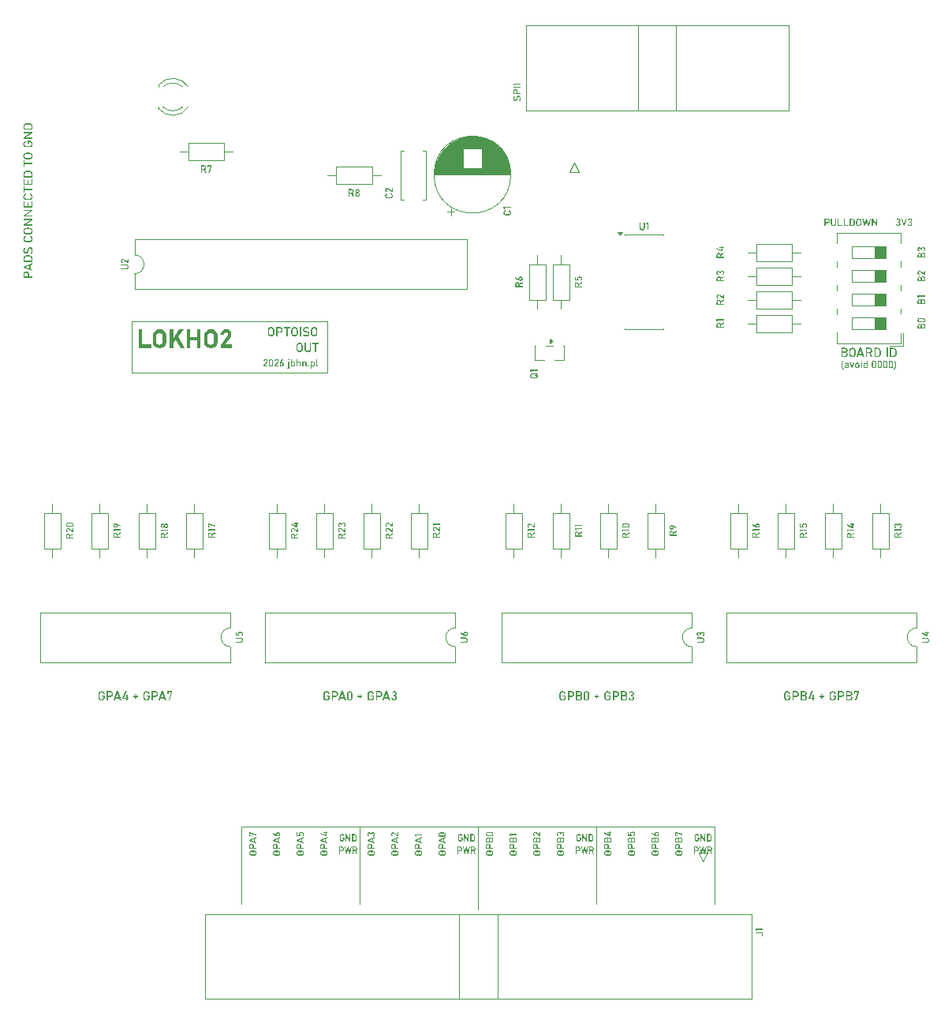
<source format=gbr>
%TF.GenerationSoftware,KiCad,Pcbnew,9.0.7*%
%TF.CreationDate,2026-02-03T14:01:29+01:00*%
%TF.ProjectId,lokho2-relays,6c6f6b68-6f32-42d7-9265-6c6179732e6b,rev?*%
%TF.SameCoordinates,Original*%
%TF.FileFunction,Legend,Top*%
%TF.FilePolarity,Positive*%
%FSLAX46Y46*%
G04 Gerber Fmt 4.6, Leading zero omitted, Abs format (unit mm)*
G04 Created by KiCad (PCBNEW 9.0.7) date 2026-02-03 14:01:29*
%MOMM*%
%LPD*%
G01*
G04 APERTURE LIST*
%ADD10C,0.100000*%
%ADD11C,0.125000*%
%ADD12C,0.400000*%
%ADD13C,0.150000*%
%ADD14C,0.120000*%
G04 APERTURE END LIST*
D10*
X138100000Y-139535000D02*
X138100000Y-131280000D01*
X138100000Y-131280000D02*
X125400000Y-131280000D01*
X150800000Y-131280000D02*
X163500000Y-131280000D01*
X176200000Y-131280000D02*
X176200000Y-139535000D01*
X150800000Y-131280000D02*
X150800000Y-140170000D01*
X125400000Y-131280000D02*
X125400000Y-139535000D01*
X138100000Y-131280000D02*
X150800000Y-131280000D01*
X113630000Y-77095000D02*
X134630000Y-77095000D01*
X134630000Y-82595000D01*
X113630000Y-82595000D01*
X113630000Y-77095000D01*
X163500000Y-131280000D02*
X163500000Y-139535000D01*
X163500000Y-131280000D02*
X176200000Y-131280000D01*
D11*
G36*
X134193695Y-134088831D02*
G01*
X134193695Y-133813422D01*
X134332767Y-133813422D01*
X134391795Y-133817524D01*
X134443710Y-133829273D01*
X134489620Y-133848154D01*
X134531357Y-133874625D01*
X134565798Y-133906806D01*
X134593667Y-133945118D01*
X134613814Y-133988032D01*
X134626263Y-134036468D01*
X134630597Y-134091566D01*
X134626518Y-134147154D01*
X134614809Y-134196169D01*
X134595914Y-134239675D01*
X134569510Y-134278898D01*
X134537066Y-134311501D01*
X134498022Y-134338056D01*
X134454661Y-134357125D01*
X134405904Y-134368926D01*
X134350695Y-134373032D01*
X134116173Y-134373032D01*
X134057242Y-134368931D01*
X134005512Y-134357194D01*
X133959857Y-134338349D01*
X133918343Y-134311866D01*
X133884042Y-134279670D01*
X133856249Y-134241336D01*
X133836101Y-134198390D01*
X133823653Y-134149938D01*
X133819320Y-134094839D01*
X133822689Y-134049323D01*
X133832549Y-134007374D01*
X133848775Y-133968370D01*
X133870988Y-133932358D01*
X133898334Y-133900487D01*
X133931183Y-133872431D01*
X133967905Y-133849649D01*
X134008972Y-133832135D01*
X134055014Y-133819968D01*
X134055014Y-133940771D01*
X134016168Y-133954660D01*
X133985159Y-133974487D01*
X133960688Y-134000317D01*
X133942231Y-134031073D01*
X133931513Y-134062366D01*
X133927959Y-134094839D01*
X133931372Y-134131100D01*
X133941163Y-134162459D01*
X133957119Y-134189883D01*
X133979641Y-134214030D01*
X134016438Y-134238271D01*
X134061224Y-134253422D01*
X134116124Y-134258824D01*
X134350743Y-134258824D01*
X134400656Y-134253359D01*
X134441476Y-134237932D01*
X134475210Y-134212906D01*
X134500798Y-134179697D01*
X134516445Y-134139888D01*
X134521958Y-134091566D01*
X134516184Y-134044228D01*
X134499719Y-134005172D01*
X134472523Y-133972473D01*
X134437012Y-133948437D01*
X134391940Y-133933165D01*
X134334623Y-133927630D01*
X134299990Y-133927630D01*
X134299990Y-134088831D01*
X134193695Y-134088831D01*
G37*
G36*
X134312495Y-133586472D02*
G01*
X134206200Y-133586472D01*
X134206200Y-133332313D01*
X134201860Y-133297589D01*
X134189443Y-133268830D01*
X134168831Y-133244630D01*
X134142157Y-133226678D01*
X134109954Y-133215521D01*
X134070743Y-133211559D01*
X134030808Y-133215545D01*
X133998294Y-133226726D01*
X133971630Y-133244630D01*
X133950989Y-133268834D01*
X133938557Y-133297593D01*
X133934212Y-133332313D01*
X133934212Y-133586472D01*
X133827917Y-133586472D01*
X133827917Y-133336172D01*
X133831475Y-133288862D01*
X133841683Y-133247282D01*
X133858154Y-133210484D01*
X133881012Y-133177368D01*
X133909063Y-133149738D01*
X133942809Y-133127149D01*
X133980158Y-133110941D01*
X134022483Y-133100868D01*
X134070743Y-133097351D01*
X134118641Y-133100859D01*
X134160815Y-133110922D01*
X134198189Y-133127149D01*
X134231888Y-133149744D01*
X134259839Y-133177373D01*
X134282551Y-133210484D01*
X134298857Y-133247265D01*
X134308969Y-133288846D01*
X134312495Y-133336172D01*
X134312495Y-133586472D01*
G37*
G36*
X134622000Y-133643820D02*
G01*
X133827917Y-133643820D01*
X133827917Y-133532348D01*
X134622000Y-133532348D01*
X134622000Y-133643820D01*
G37*
G36*
X134622000Y-133072390D02*
G01*
X133827917Y-132779494D01*
X133827917Y-132684385D01*
X134622000Y-132391489D01*
X134622000Y-132511706D01*
X133981399Y-132731964D01*
X134622000Y-132952173D01*
X134622000Y-133072390D01*
G37*
G36*
X134446926Y-132937421D02*
G01*
X134340632Y-132937421D01*
X134340632Y-132519375D01*
X134446926Y-132519375D01*
X134446926Y-132937421D01*
G37*
G36*
X134499292Y-132298726D02*
G01*
X134402669Y-132298726D01*
X133827917Y-132032013D01*
X133827917Y-131917267D01*
X134396124Y-132177386D01*
X134396124Y-131787721D01*
X134499292Y-131787721D01*
X134499292Y-132298726D01*
G37*
G36*
X134622000Y-131956053D02*
G01*
X134153053Y-131956053D01*
X134153053Y-131847316D01*
X134622000Y-131847316D01*
X134622000Y-131956053D01*
G37*
G36*
X134510119Y-117189619D02*
G01*
X134854379Y-117189619D01*
X134854379Y-117363459D01*
X134849252Y-117437244D01*
X134834565Y-117502138D01*
X134810965Y-117559525D01*
X134777875Y-117611696D01*
X134737649Y-117654748D01*
X134689759Y-117689584D01*
X134636116Y-117714767D01*
X134575572Y-117730329D01*
X134506699Y-117735746D01*
X134437214Y-117730648D01*
X134375945Y-117716011D01*
X134321563Y-117692393D01*
X134272535Y-117659388D01*
X134231780Y-117618832D01*
X134198587Y-117570027D01*
X134174750Y-117515827D01*
X134160000Y-117454880D01*
X134154867Y-117385868D01*
X134154867Y-117092716D01*
X134159993Y-117019053D01*
X134174664Y-116954390D01*
X134198220Y-116897322D01*
X134231325Y-116845428D01*
X134271569Y-116802553D01*
X134319487Y-116767812D01*
X134373169Y-116742627D01*
X134433735Y-116727066D01*
X134502608Y-116721650D01*
X134559503Y-116725861D01*
X134611939Y-116738186D01*
X134660694Y-116758469D01*
X134705710Y-116786235D01*
X134745548Y-116820417D01*
X134780618Y-116861479D01*
X134809096Y-116907381D01*
X134830988Y-116958715D01*
X134846197Y-117016268D01*
X134695194Y-117016268D01*
X134677831Y-116967710D01*
X134653048Y-116928949D01*
X134620761Y-116898360D01*
X134582315Y-116875289D01*
X134543200Y-116861891D01*
X134502608Y-116857449D01*
X134457282Y-116861715D01*
X134418083Y-116873953D01*
X134383803Y-116893898D01*
X134353620Y-116922051D01*
X134323318Y-116968047D01*
X134304379Y-117024030D01*
X134297627Y-117092655D01*
X134297627Y-117385929D01*
X134304458Y-117448320D01*
X134323742Y-117499345D01*
X134355024Y-117541512D01*
X134396536Y-117573497D01*
X134446297Y-117593056D01*
X134506699Y-117599947D01*
X134565872Y-117592730D01*
X134614691Y-117572149D01*
X134655565Y-117538154D01*
X134685610Y-117493765D01*
X134704701Y-117437425D01*
X134711619Y-117365779D01*
X134711619Y-117322487D01*
X134510119Y-117322487D01*
X134510119Y-117189619D01*
G37*
G36*
X135138067Y-117338119D02*
G01*
X135138067Y-117205251D01*
X135455766Y-117205251D01*
X135499170Y-117199825D01*
X135535119Y-117184304D01*
X135565370Y-117158539D01*
X135587809Y-117125196D01*
X135601756Y-117084943D01*
X135606708Y-117035929D01*
X135601725Y-116986010D01*
X135587750Y-116945368D01*
X135565370Y-116912037D01*
X135535114Y-116886236D01*
X135499166Y-116870696D01*
X135455766Y-116865265D01*
X135138067Y-116865265D01*
X135138067Y-116732397D01*
X135450942Y-116732397D01*
X135510079Y-116736844D01*
X135562054Y-116749604D01*
X135608051Y-116770193D01*
X135649447Y-116798765D01*
X135683984Y-116833829D01*
X135712221Y-116876011D01*
X135732481Y-116922698D01*
X135745072Y-116975604D01*
X135749468Y-117035929D01*
X135745083Y-117095802D01*
X135732504Y-117148518D01*
X135712221Y-117195237D01*
X135683977Y-117237360D01*
X135649440Y-117272299D01*
X135608051Y-117300689D01*
X135562076Y-117321071D01*
X135510099Y-117333711D01*
X135450942Y-117338119D01*
X135138067Y-117338119D01*
G37*
G36*
X135066382Y-117725000D02*
G01*
X135066382Y-116732397D01*
X135205722Y-116732397D01*
X135205722Y-117725000D01*
X135066382Y-117725000D01*
G37*
G36*
X135780670Y-117725000D02*
G01*
X136146790Y-116732397D01*
X136265675Y-116732397D01*
X136631795Y-117725000D01*
X136481525Y-117725000D01*
X136206202Y-116924249D01*
X135930940Y-117725000D01*
X135780670Y-117725000D01*
G37*
G36*
X135949381Y-117506158D02*
G01*
X135949381Y-117373290D01*
X136471938Y-117373290D01*
X136471938Y-117506158D01*
X135949381Y-117506158D01*
G37*
G36*
X137060637Y-116726043D02*
G01*
X137117919Y-116740945D01*
X137164529Y-116764198D01*
X137202346Y-116795533D01*
X137232525Y-116834809D01*
X137254705Y-116881426D01*
X137268736Y-116936831D01*
X137273726Y-117002896D01*
X137273726Y-117454501D01*
X137268751Y-117520188D01*
X137254743Y-117575447D01*
X137232564Y-117622101D01*
X137202346Y-117661557D01*
X137164509Y-117693034D01*
X137117890Y-117716380D01*
X137060615Y-117731335D01*
X136990222Y-117736723D01*
X136919140Y-117731246D01*
X136861591Y-117716074D01*
X136815004Y-117692431D01*
X136777425Y-117660580D01*
X136747400Y-117620650D01*
X136725430Y-117573926D01*
X136711608Y-117519104D01*
X136706717Y-117454501D01*
X136706717Y-117003079D01*
X136846057Y-117003079D01*
X136846057Y-117454317D01*
X136850235Y-117499611D01*
X136861772Y-117535475D01*
X136879885Y-117563921D01*
X136905258Y-117585017D01*
X136940862Y-117598726D01*
X136990222Y-117603855D01*
X137039581Y-117598726D01*
X137075185Y-117585017D01*
X137100558Y-117563921D01*
X137118671Y-117535475D01*
X137130208Y-117499611D01*
X137134386Y-117454317D01*
X137134386Y-117003079D01*
X137130186Y-116957330D01*
X137118630Y-116921401D01*
X137100558Y-116893169D01*
X137075211Y-116872250D01*
X137039610Y-116858638D01*
X136990222Y-116853541D01*
X136940833Y-116858638D01*
X136905232Y-116872250D01*
X136879885Y-116893169D01*
X136861813Y-116921401D01*
X136850257Y-116957330D01*
X136846057Y-117003079D01*
X136706717Y-117003079D01*
X136706717Y-117002896D01*
X136711714Y-116937232D01*
X136725786Y-116881982D01*
X136748075Y-116835319D01*
X136778463Y-116795839D01*
X136816479Y-116764319D01*
X136863129Y-116740975D01*
X136920243Y-116726044D01*
X136990222Y-116720673D01*
X137060637Y-116726043D01*
G37*
G36*
X138027887Y-117133932D02*
G01*
X138027887Y-116994225D01*
X138167228Y-116994225D01*
X138167228Y-117133932D01*
X138027887Y-117133932D01*
G37*
G36*
X137846842Y-117334211D02*
G01*
X137846842Y-117201343D01*
X138337343Y-117201343D01*
X138337343Y-117334211D01*
X137846842Y-117334211D01*
G37*
G36*
X138027887Y-117541329D02*
G01*
X138027887Y-117401622D01*
X138167228Y-117401622D01*
X138167228Y-117541329D01*
X138027887Y-117541329D01*
G37*
G36*
X139259177Y-117189619D02*
G01*
X139603437Y-117189619D01*
X139603437Y-117363459D01*
X139598309Y-117437244D01*
X139583623Y-117502138D01*
X139560023Y-117559525D01*
X139526933Y-117611696D01*
X139486707Y-117654748D01*
X139438817Y-117689584D01*
X139385174Y-117714767D01*
X139324630Y-117730329D01*
X139255757Y-117735746D01*
X139186272Y-117730648D01*
X139125003Y-117716011D01*
X139070621Y-117692393D01*
X139021593Y-117659388D01*
X138980838Y-117618832D01*
X138947645Y-117570027D01*
X138923808Y-117515827D01*
X138909058Y-117454880D01*
X138903925Y-117385868D01*
X138903925Y-117092716D01*
X138909051Y-117019053D01*
X138923722Y-116954390D01*
X138947278Y-116897322D01*
X138980383Y-116845428D01*
X139020627Y-116802553D01*
X139068545Y-116767812D01*
X139122227Y-116742627D01*
X139182793Y-116727066D01*
X139251666Y-116721650D01*
X139308561Y-116725861D01*
X139360997Y-116738186D01*
X139409752Y-116758469D01*
X139454768Y-116786235D01*
X139494605Y-116820417D01*
X139529675Y-116861479D01*
X139558154Y-116907381D01*
X139580046Y-116958715D01*
X139595255Y-117016268D01*
X139444252Y-117016268D01*
X139426889Y-116967710D01*
X139402106Y-116928949D01*
X139369819Y-116898360D01*
X139331373Y-116875289D01*
X139292257Y-116861891D01*
X139251666Y-116857449D01*
X139206340Y-116861715D01*
X139167141Y-116873953D01*
X139132861Y-116893898D01*
X139102678Y-116922051D01*
X139072376Y-116968047D01*
X139053437Y-117024030D01*
X139046685Y-117092655D01*
X139046685Y-117385929D01*
X139053516Y-117448320D01*
X139072799Y-117499345D01*
X139104082Y-117541512D01*
X139145594Y-117573497D01*
X139195355Y-117593056D01*
X139255757Y-117599947D01*
X139314930Y-117592730D01*
X139363749Y-117572149D01*
X139404623Y-117538154D01*
X139434668Y-117493765D01*
X139453759Y-117437425D01*
X139460677Y-117365779D01*
X139460677Y-117322487D01*
X139259177Y-117322487D01*
X139259177Y-117189619D01*
G37*
G36*
X139887125Y-117338119D02*
G01*
X139887125Y-117205251D01*
X140204824Y-117205251D01*
X140248228Y-117199825D01*
X140284177Y-117184304D01*
X140314428Y-117158539D01*
X140336867Y-117125196D01*
X140350814Y-117084943D01*
X140355766Y-117035929D01*
X140350783Y-116986010D01*
X140336808Y-116945368D01*
X140314428Y-116912037D01*
X140284172Y-116886236D01*
X140248224Y-116870696D01*
X140204824Y-116865265D01*
X139887125Y-116865265D01*
X139887125Y-116732397D01*
X140200000Y-116732397D01*
X140259137Y-116736844D01*
X140311112Y-116749604D01*
X140357109Y-116770193D01*
X140398505Y-116798765D01*
X140433042Y-116833829D01*
X140461279Y-116876011D01*
X140481539Y-116922698D01*
X140494130Y-116975604D01*
X140498526Y-117035929D01*
X140494141Y-117095802D01*
X140481562Y-117148518D01*
X140461279Y-117195237D01*
X140433035Y-117237360D01*
X140398498Y-117272299D01*
X140357109Y-117300689D01*
X140311133Y-117321071D01*
X140259157Y-117333711D01*
X140200000Y-117338119D01*
X139887125Y-117338119D01*
G37*
G36*
X139815440Y-117725000D02*
G01*
X139815440Y-116732397D01*
X139954780Y-116732397D01*
X139954780Y-117725000D01*
X139815440Y-117725000D01*
G37*
G36*
X140529728Y-117725000D02*
G01*
X140895848Y-116732397D01*
X141014733Y-116732397D01*
X141380853Y-117725000D01*
X141230583Y-117725000D01*
X140955260Y-116924249D01*
X140679998Y-117725000D01*
X140529728Y-117725000D01*
G37*
G36*
X140698439Y-117506158D02*
G01*
X140698439Y-117373290D01*
X141220996Y-117373290D01*
X141220996Y-117506158D01*
X140698439Y-117506158D01*
G37*
G36*
X141767367Y-117736723D02*
G01*
X141712022Y-117733124D01*
X141663275Y-117722824D01*
X141620150Y-117706315D01*
X141580596Y-117682866D01*
X141546957Y-117653692D01*
X141518667Y-117618387D01*
X141496775Y-117578591D01*
X141480270Y-117532411D01*
X141469513Y-117478803D01*
X141611601Y-117478803D01*
X141622152Y-117519651D01*
X141639103Y-117550368D01*
X141662160Y-117573080D01*
X141690870Y-117589144D01*
X141725468Y-117599268D01*
X141767367Y-117602878D01*
X141811935Y-117598344D01*
X141846966Y-117585801D01*
X141874590Y-117565936D01*
X141895273Y-117538991D01*
X141908217Y-117504981D01*
X141912875Y-117461828D01*
X141912875Y-117431725D01*
X141908355Y-117383193D01*
X141895971Y-117345527D01*
X141876666Y-117316320D01*
X141850031Y-117294193D01*
X141816566Y-117280496D01*
X141774206Y-117275593D01*
X141703803Y-117275593D01*
X141703803Y-117142725D01*
X141774206Y-117142725D01*
X141811845Y-117138481D01*
X141841384Y-117126681D01*
X141864698Y-117107737D01*
X141881666Y-117082601D01*
X141892504Y-117050345D01*
X141896450Y-117008941D01*
X141896450Y-116978044D01*
X141892329Y-116940092D01*
X141880891Y-116910284D01*
X141862622Y-116886758D01*
X141838226Y-116869491D01*
X141806900Y-116858510D01*
X141766635Y-116854518D01*
X141732660Y-116857993D01*
X141703266Y-116867998D01*
X141677486Y-116884438D01*
X141656726Y-116906759D01*
X141639851Y-116937541D01*
X141627294Y-116978960D01*
X141485877Y-116978960D01*
X141500609Y-116918035D01*
X141521522Y-116866819D01*
X141548168Y-116823889D01*
X141580522Y-116788145D01*
X141619090Y-116758997D01*
X141662325Y-116738073D01*
X141711113Y-116725164D01*
X141766635Y-116720673D01*
X141830806Y-116725463D01*
X141884117Y-116738870D01*
X141928499Y-116759956D01*
X141965448Y-116788511D01*
X141995294Y-116824470D01*
X142017117Y-116867311D01*
X142030890Y-116918417D01*
X142035790Y-116979631D01*
X142035790Y-116996057D01*
X142031146Y-117044516D01*
X142017679Y-117087428D01*
X141995490Y-117125933D01*
X141965568Y-117158868D01*
X141927969Y-117185883D01*
X141881429Y-117207083D01*
X141932382Y-117223931D01*
X141973857Y-117250370D01*
X142007458Y-117286828D01*
X142031625Y-117330608D01*
X142046815Y-117382954D01*
X142052216Y-117445891D01*
X142052216Y-117462316D01*
X142047024Y-117527238D01*
X142032434Y-117581420D01*
X142009323Y-117626823D01*
X141977722Y-117664916D01*
X141938622Y-117695143D01*
X141891661Y-117717463D01*
X141835257Y-117731654D01*
X141767367Y-117736723D01*
G37*
G36*
X198757000Y-77803059D02*
G01*
X198653831Y-77803059D01*
X198653831Y-77587734D01*
X198649228Y-77529373D01*
X198637340Y-77489178D01*
X198620077Y-77462291D01*
X198595487Y-77441967D01*
X198566362Y-77429699D01*
X198531319Y-77425410D01*
X198529658Y-77425410D01*
X198491623Y-77429214D01*
X198460826Y-77439857D01*
X198435722Y-77456869D01*
X198417307Y-77480280D01*
X198405177Y-77513627D01*
X198400600Y-77560379D01*
X198400600Y-77803059D01*
X198299777Y-77803059D01*
X198299777Y-77560379D01*
X198296059Y-77520217D01*
X198286002Y-77489931D01*
X198270517Y-77467225D01*
X198249018Y-77450356D01*
X198221110Y-77439693D01*
X198184836Y-77435815D01*
X198146640Y-77440133D01*
X198117648Y-77451980D01*
X198095639Y-77470791D01*
X198080153Y-77495843D01*
X198069912Y-77529904D01*
X198066085Y-77575717D01*
X198066085Y-77803059D01*
X197962917Y-77803059D01*
X197962917Y-77555494D01*
X197967197Y-77496329D01*
X197978983Y-77448854D01*
X197997186Y-77410859D01*
X198021438Y-77380616D01*
X198052308Y-77356066D01*
X198088082Y-77338261D01*
X198129706Y-77327137D01*
X198178437Y-77323219D01*
X198217070Y-77327110D01*
X198253202Y-77338666D01*
X198287565Y-77358195D01*
X198315723Y-77384862D01*
X198336848Y-77420717D01*
X198350726Y-77468055D01*
X198363162Y-77421588D01*
X198384717Y-77383976D01*
X198415646Y-77353554D01*
X198453328Y-77330976D01*
X198494255Y-77317468D01*
X198539428Y-77312863D01*
X198541040Y-77312863D01*
X198588653Y-77317054D01*
X198629867Y-77329054D01*
X198665882Y-77348505D01*
X198697551Y-77375731D01*
X198722815Y-77408717D01*
X198741279Y-77447344D01*
X198752891Y-77492704D01*
X198757000Y-77546213D01*
X198757000Y-77803059D01*
G37*
G36*
X198757000Y-77868613D02*
G01*
X197962917Y-77868613D01*
X197962917Y-77757678D01*
X198757000Y-77757678D01*
X198757000Y-77868613D01*
G37*
G36*
X198593150Y-76728853D02*
G01*
X198637357Y-76740060D01*
X198674680Y-76757803D01*
X198706246Y-76781977D01*
X198731427Y-76812247D01*
X198750104Y-76849542D01*
X198762068Y-76895363D01*
X198766378Y-76951677D01*
X198761997Y-77008542D01*
X198749859Y-77054581D01*
X198730945Y-77091851D01*
X198705464Y-77121914D01*
X198673520Y-77145934D01*
X198636140Y-77163510D01*
X198592283Y-77174568D01*
X198540600Y-77178481D01*
X198179316Y-77178481D01*
X198126786Y-77174483D01*
X198082585Y-77163226D01*
X198045255Y-77145394D01*
X198013671Y-77121084D01*
X197988455Y-77090671D01*
X197969780Y-77053351D01*
X197957835Y-77007660D01*
X197953538Y-76951677D01*
X198059833Y-76951677D01*
X198063910Y-76991188D01*
X198074800Y-77019669D01*
X198091535Y-77039946D01*
X198114120Y-77054404D01*
X198142864Y-77063649D01*
X198179463Y-77067008D01*
X198540454Y-77067008D01*
X198576689Y-77063667D01*
X198605380Y-77054437D01*
X198628137Y-77039946D01*
X198645013Y-77019647D01*
X198655980Y-76991164D01*
X198660084Y-76951677D01*
X198655980Y-76912190D01*
X198645013Y-76883707D01*
X198628137Y-76863408D01*
X198605380Y-76848917D01*
X198576689Y-76839687D01*
X198540454Y-76836346D01*
X198179463Y-76836346D01*
X198142864Y-76839705D01*
X198114120Y-76848950D01*
X198091535Y-76863408D01*
X198074800Y-76883685D01*
X198063910Y-76912166D01*
X198059833Y-76951677D01*
X197953538Y-76951677D01*
X197957834Y-76895345D01*
X197969756Y-76849519D01*
X197988358Y-76812231D01*
X198013427Y-76781977D01*
X198044847Y-76757834D01*
X198082141Y-76740090D01*
X198126465Y-76728865D01*
X198179316Y-76724873D01*
X198540600Y-76724873D01*
X198593150Y-76728853D01*
G37*
G36*
X148874159Y-132416695D02*
G01*
X149115141Y-132416695D01*
X149115141Y-132555767D01*
X149111552Y-132614795D01*
X149101272Y-132666710D01*
X149084752Y-132712620D01*
X149061589Y-132754357D01*
X149033431Y-132788798D01*
X148999908Y-132816667D01*
X148962358Y-132836814D01*
X148919977Y-132849263D01*
X148871766Y-132853597D01*
X148823126Y-132849518D01*
X148780238Y-132837809D01*
X148742170Y-132818914D01*
X148707851Y-132792510D01*
X148679322Y-132760066D01*
X148656087Y-132721022D01*
X148639402Y-132677661D01*
X148629076Y-132628904D01*
X148625483Y-132573695D01*
X148625483Y-132339173D01*
X148629072Y-132280242D01*
X148639341Y-132228512D01*
X148655831Y-132182857D01*
X148679004Y-132141343D01*
X148707174Y-132107042D01*
X148740717Y-132079249D01*
X148778294Y-132059101D01*
X148820690Y-132046653D01*
X148868902Y-132042320D01*
X148908728Y-132045689D01*
X148945434Y-132055549D01*
X148979562Y-132071775D01*
X149011073Y-132093988D01*
X149038960Y-132121334D01*
X149063509Y-132154183D01*
X149083444Y-132190905D01*
X149098768Y-132231972D01*
X149109414Y-132278014D01*
X149003712Y-132278014D01*
X148991558Y-132239168D01*
X148974210Y-132208159D01*
X148951609Y-132183688D01*
X148924697Y-132165231D01*
X148897316Y-132154513D01*
X148868902Y-132150959D01*
X148837174Y-132154372D01*
X148809735Y-132164163D01*
X148785738Y-132180119D01*
X148764610Y-132202641D01*
X148743399Y-132239438D01*
X148730141Y-132284224D01*
X148725415Y-132339124D01*
X148725415Y-132573743D01*
X148730197Y-132623656D01*
X148743695Y-132664476D01*
X148765593Y-132698210D01*
X148794651Y-132723798D01*
X148829484Y-132739445D01*
X148871766Y-132744958D01*
X148913187Y-132739184D01*
X148947360Y-132722719D01*
X148975972Y-132695523D01*
X148997004Y-132660012D01*
X149010367Y-132614940D01*
X149015210Y-132557623D01*
X149015210Y-132522990D01*
X148874159Y-132522990D01*
X148874159Y-132416695D01*
G37*
G36*
X149263543Y-132845000D02*
G01*
X149263543Y-132050917D01*
X149351978Y-132050917D01*
X149691994Y-132665188D01*
X149680496Y-132679403D01*
X149680496Y-132050917D01*
X149777095Y-132050917D01*
X149777095Y-132845000D01*
X149687677Y-132845000D01*
X149348644Y-132240010D01*
X149360141Y-132225795D01*
X149360141Y-132845000D01*
X149263543Y-132845000D01*
G37*
G36*
X150015469Y-132845000D02*
G01*
X150015469Y-132738705D01*
X150172762Y-132738705D01*
X150211287Y-132735483D01*
X150243295Y-132726469D01*
X150269933Y-132712310D01*
X150292099Y-132693178D01*
X150310092Y-132668949D01*
X150323212Y-132640129D01*
X150331477Y-132605797D01*
X150334414Y-132564706D01*
X150334414Y-132331210D01*
X150331476Y-132290119D01*
X150323210Y-132255796D01*
X150310091Y-132226993D01*
X150292099Y-132202787D01*
X150269930Y-132183633D01*
X150243291Y-132169460D01*
X150211284Y-132160437D01*
X150172762Y-132157212D01*
X150015469Y-132157212D01*
X150015469Y-132050917D01*
X150169898Y-132050917D01*
X150233065Y-132056199D01*
X150285481Y-132070967D01*
X150329041Y-132094150D01*
X150365231Y-132125460D01*
X150394621Y-132165082D01*
X150416051Y-132212199D01*
X150429549Y-132268315D01*
X150434346Y-132335460D01*
X150434346Y-132560457D01*
X150430624Y-132619666D01*
X150420072Y-132670463D01*
X150403272Y-132714232D01*
X150379499Y-132753191D01*
X150349603Y-132785423D01*
X150312872Y-132811441D01*
X150272328Y-132829500D01*
X150224934Y-132840944D01*
X150169428Y-132845000D01*
X150015469Y-132845000D01*
G37*
G36*
X149949475Y-132845000D02*
G01*
X149949475Y-132050917D01*
X150047013Y-132050917D01*
X150047013Y-132845000D01*
X149949475Y-132845000D01*
G37*
G36*
X148624714Y-133879495D02*
G01*
X148624714Y-133773200D01*
X148847103Y-133773200D01*
X148877486Y-133768860D01*
X148902650Y-133756443D01*
X148923826Y-133735831D01*
X148939533Y-133709157D01*
X148949296Y-133676954D01*
X148952762Y-133637743D01*
X148949274Y-133597808D01*
X148939492Y-133565294D01*
X148923826Y-133538630D01*
X148902647Y-133517989D01*
X148877483Y-133505557D01*
X148847103Y-133501212D01*
X148624714Y-133501212D01*
X148624714Y-133394917D01*
X148843726Y-133394917D01*
X148885122Y-133398475D01*
X148921505Y-133408683D01*
X148953703Y-133425154D01*
X148982679Y-133448012D01*
X149006856Y-133476063D01*
X149026621Y-133509809D01*
X149040803Y-133547158D01*
X149049617Y-133589483D01*
X149052694Y-133637743D01*
X149049625Y-133685641D01*
X149040819Y-133727815D01*
X149026621Y-133765189D01*
X149006850Y-133798888D01*
X148982675Y-133826839D01*
X148953703Y-133849551D01*
X148921520Y-133865857D01*
X148885136Y-133875969D01*
X148843726Y-133879495D01*
X148624714Y-133879495D01*
G37*
G36*
X148574534Y-134189000D02*
G01*
X148574534Y-133394917D01*
X148672072Y-133394917D01*
X148672072Y-134189000D01*
X148574534Y-134189000D01*
G37*
G36*
X149337103Y-134017492D02*
G01*
X149479564Y-133394917D01*
X149546541Y-133394917D01*
X149689045Y-134017492D01*
X149811929Y-133394917D01*
X149913314Y-133394917D01*
X149743541Y-134189000D01*
X149644079Y-134189000D01*
X149515937Y-133634129D01*
X149382025Y-134189000D01*
X149282563Y-134189000D01*
X149112833Y-133394917D01*
X149214175Y-133394917D01*
X149337103Y-134017492D01*
G37*
G36*
X150061417Y-133854484D02*
G01*
X150061417Y-133748190D01*
X150298595Y-133748190D01*
X150325628Y-133744270D01*
X150348059Y-133733038D01*
X150366983Y-133714338D01*
X150380954Y-133690190D01*
X150389686Y-133660778D01*
X150392800Y-133624701D01*
X150389685Y-133588624D01*
X150380953Y-133559230D01*
X150366983Y-133535113D01*
X150348056Y-133516383D01*
X150325625Y-133505136D01*
X150298595Y-133501212D01*
X150061417Y-133501212D01*
X150061417Y-133394917D01*
X150294791Y-133394917D01*
X150334637Y-133398294D01*
X150369756Y-133407989D01*
X150400921Y-133423640D01*
X150429055Y-133445411D01*
X150452426Y-133471987D01*
X150471446Y-133503801D01*
X150485127Y-133539137D01*
X150493617Y-133579133D01*
X150496579Y-133624701D01*
X150493605Y-133669896D01*
X150485057Y-133709825D01*
X150471232Y-133745357D01*
X150452063Y-133777354D01*
X150428682Y-133804006D01*
X150400707Y-133825762D01*
X150369679Y-133841405D01*
X150334636Y-133851104D01*
X150294791Y-133854484D01*
X150061417Y-133854484D01*
G37*
G36*
X150018888Y-134189000D02*
G01*
X150018888Y-133394917D01*
X150116427Y-133394917D01*
X150116427Y-134189000D01*
X150018888Y-134189000D01*
G37*
G36*
X150410025Y-134189000D02*
G01*
X150250809Y-133829816D01*
X150347877Y-133804610D01*
X150525772Y-134189000D01*
X150410025Y-134189000D01*
G37*
G36*
X127738863Y-81927000D02*
G01*
X127738863Y-81830035D01*
X128015932Y-81460496D01*
X128037506Y-81427900D01*
X128053350Y-81394941D01*
X128063586Y-81361218D01*
X128066783Y-81330949D01*
X128066783Y-81329875D01*
X128063404Y-81299339D01*
X128053992Y-81275225D01*
X128038891Y-81256064D01*
X128018771Y-81242029D01*
X127992913Y-81233086D01*
X127959658Y-81229833D01*
X127928722Y-81233211D01*
X127902948Y-81242820D01*
X127881207Y-81258507D01*
X127864166Y-81279389D01*
X127851772Y-81305964D01*
X127844327Y-81339595D01*
X127844327Y-81340133D01*
X127729044Y-81340133D01*
X127729044Y-81339595D01*
X127739930Y-81288736D01*
X127756245Y-81245977D01*
X127777574Y-81210097D01*
X127803880Y-81180154D01*
X127835515Y-81155745D01*
X127871268Y-81138189D01*
X127911926Y-81127328D01*
X127958535Y-81123538D01*
X128012215Y-81127388D01*
X128056688Y-81138139D01*
X128093568Y-81154980D01*
X128124131Y-81177662D01*
X128149018Y-81206500D01*
X128167140Y-81240825D01*
X128178548Y-81281741D01*
X128182603Y-81330754D01*
X128182603Y-81331340D01*
X128178404Y-81373592D01*
X128165115Y-81419658D01*
X128144393Y-81464492D01*
X128116511Y-81507928D01*
X127886434Y-81820705D01*
X128186999Y-81820705D01*
X128186999Y-81927000D01*
X127738863Y-81927000D01*
G37*
G36*
X128612383Y-81127834D02*
G01*
X128658209Y-81139756D01*
X128695496Y-81158358D01*
X128725750Y-81183427D01*
X128749893Y-81214847D01*
X128767637Y-81252141D01*
X128778862Y-81296465D01*
X128782854Y-81349316D01*
X128782854Y-81710600D01*
X128778874Y-81763150D01*
X128767668Y-81807357D01*
X128749925Y-81844680D01*
X128725750Y-81876246D01*
X128695480Y-81901427D01*
X128658185Y-81920104D01*
X128612365Y-81932068D01*
X128556050Y-81936378D01*
X128499185Y-81931997D01*
X128453146Y-81919859D01*
X128415876Y-81900945D01*
X128385813Y-81875464D01*
X128361793Y-81843520D01*
X128344217Y-81806140D01*
X128333159Y-81762283D01*
X128329246Y-81710600D01*
X128329246Y-81349463D01*
X128440719Y-81349463D01*
X128440719Y-81710454D01*
X128444061Y-81746689D01*
X128453291Y-81775380D01*
X128467781Y-81798137D01*
X128488080Y-81815013D01*
X128516563Y-81825980D01*
X128556050Y-81830084D01*
X128595538Y-81825980D01*
X128624021Y-81815013D01*
X128644320Y-81798137D01*
X128658810Y-81775380D01*
X128668040Y-81746689D01*
X128671382Y-81710454D01*
X128671382Y-81349463D01*
X128668022Y-81312864D01*
X128658777Y-81284120D01*
X128644320Y-81261535D01*
X128624042Y-81244800D01*
X128595561Y-81233910D01*
X128556050Y-81229833D01*
X128516539Y-81233910D01*
X128488059Y-81244800D01*
X128467781Y-81261535D01*
X128453323Y-81284120D01*
X128444079Y-81312864D01*
X128440719Y-81349463D01*
X128329246Y-81349463D01*
X128329246Y-81349316D01*
X128333244Y-81296786D01*
X128344502Y-81252585D01*
X128362334Y-81215255D01*
X128386644Y-81183671D01*
X128417056Y-81158455D01*
X128454376Y-81139780D01*
X128500067Y-81127835D01*
X128556050Y-81123538D01*
X128612383Y-81127834D01*
G37*
G36*
X128934676Y-81927000D02*
G01*
X128934676Y-81830035D01*
X129211745Y-81460496D01*
X129233319Y-81427900D01*
X129249163Y-81394941D01*
X129259399Y-81361218D01*
X129262596Y-81330949D01*
X129262596Y-81329875D01*
X129259217Y-81299339D01*
X129249805Y-81275225D01*
X129234704Y-81256064D01*
X129214584Y-81242029D01*
X129188726Y-81233086D01*
X129155471Y-81229833D01*
X129124535Y-81233211D01*
X129098761Y-81242820D01*
X129077020Y-81258507D01*
X129059979Y-81279389D01*
X129047585Y-81305964D01*
X129040140Y-81339595D01*
X129040140Y-81340133D01*
X128924857Y-81340133D01*
X128924857Y-81339595D01*
X128935743Y-81288736D01*
X128952058Y-81245977D01*
X128973387Y-81210097D01*
X128999693Y-81180154D01*
X129031328Y-81155745D01*
X129067081Y-81138189D01*
X129107739Y-81127328D01*
X129154348Y-81123538D01*
X129208028Y-81127388D01*
X129252501Y-81138139D01*
X129289381Y-81154980D01*
X129319944Y-81177662D01*
X129344831Y-81206500D01*
X129362953Y-81240825D01*
X129374361Y-81281741D01*
X129378416Y-81330754D01*
X129378416Y-81331340D01*
X129374217Y-81373592D01*
X129360928Y-81419658D01*
X129340206Y-81464492D01*
X129312324Y-81507928D01*
X129082247Y-81820705D01*
X129382812Y-81820705D01*
X129382812Y-81927000D01*
X128934676Y-81927000D01*
G37*
G36*
X129646101Y-81482127D02*
G01*
X129660016Y-81471455D01*
X129687571Y-81461037D01*
X129722847Y-81457272D01*
X129768671Y-81461470D01*
X129807211Y-81473364D01*
X129839890Y-81492484D01*
X129867683Y-81519163D01*
X129889032Y-81551108D01*
X129905060Y-81589904D01*
X129915367Y-81636924D01*
X129919072Y-81693845D01*
X129919072Y-81694383D01*
X129914961Y-81751993D01*
X129903465Y-81799877D01*
X129885436Y-81839725D01*
X129861138Y-81872875D01*
X129830211Y-81899939D01*
X129793431Y-81919613D01*
X129749617Y-81931984D01*
X129697153Y-81936378D01*
X129644966Y-81932030D01*
X129601326Y-81919782D01*
X129564643Y-81900301D01*
X129533754Y-81873510D01*
X129509472Y-81840638D01*
X129491461Y-81801094D01*
X129479977Y-81753542D01*
X129476395Y-81703615D01*
X129587341Y-81703615D01*
X129587341Y-81704152D01*
X129590944Y-81743468D01*
X129600773Y-81773731D01*
X129616015Y-81796965D01*
X129637115Y-81814538D01*
X129663616Y-81825411D01*
X129697153Y-81829302D01*
X129731416Y-81825346D01*
X129758149Y-81814351D01*
X129779121Y-81796672D01*
X129794238Y-81773278D01*
X129803982Y-81742920D01*
X129807551Y-81703615D01*
X129807551Y-81703078D01*
X129803766Y-81659760D01*
X129793447Y-81626303D01*
X129777509Y-81600545D01*
X129755203Y-81580799D01*
X129727199Y-81568674D01*
X129691731Y-81564348D01*
X129660399Y-81568591D01*
X129635202Y-81580662D01*
X129614648Y-81600789D01*
X129600238Y-81626513D01*
X129590814Y-81660075D01*
X129587341Y-81703615D01*
X129476395Y-81703615D01*
X129475869Y-81696288D01*
X129475869Y-81695702D01*
X129479282Y-81643736D01*
X129490035Y-81586623D01*
X129507371Y-81529970D01*
X129531019Y-81475297D01*
X129703748Y-81132917D01*
X129823964Y-81132917D01*
X129646101Y-81482127D01*
G37*
G36*
X130295792Y-82157614D02*
G01*
X130295792Y-82051319D01*
X130358074Y-82051319D01*
X130372213Y-82048356D01*
X130382108Y-82039840D01*
X130388065Y-82026962D01*
X130390314Y-82008235D01*
X130390314Y-81361138D01*
X130501787Y-81361138D01*
X130501787Y-82007600D01*
X130497464Y-82054045D01*
X130485608Y-82090203D01*
X130467104Y-82118339D01*
X130441572Y-82139692D01*
X130409534Y-82152892D01*
X130369016Y-82157614D01*
X130295792Y-82157614D01*
G37*
G36*
X130389239Y-81245464D02*
G01*
X130389239Y-81132917D01*
X130502910Y-81132917D01*
X130502910Y-81245464D01*
X130389239Y-81245464D01*
G37*
G36*
X130926525Y-81935597D02*
G01*
X130891943Y-81932645D01*
X130861400Y-81924130D01*
X130834152Y-81910244D01*
X130810407Y-81891135D01*
X130791196Y-81867401D01*
X130776267Y-81838388D01*
X130783887Y-81719930D01*
X130787362Y-81754636D01*
X130796978Y-81782017D01*
X130813081Y-81804617D01*
X130834983Y-81821193D01*
X130861651Y-81831180D01*
X130895408Y-81834773D01*
X130930707Y-81830735D01*
X130958635Y-81819458D01*
X130980893Y-81801263D01*
X130997105Y-81777197D01*
X131007460Y-81746334D01*
X131011228Y-81706741D01*
X131011228Y-81584131D01*
X131007454Y-81543763D01*
X130997091Y-81512271D01*
X130980893Y-81487704D01*
X130958570Y-81469020D01*
X130930641Y-81457485D01*
X130895408Y-81453364D01*
X130861619Y-81456836D01*
X130834983Y-81466455D01*
X130813068Y-81482484D01*
X130796978Y-81504557D01*
X130787363Y-81531361D01*
X130783887Y-81565471D01*
X130772408Y-81456295D01*
X130791762Y-81425062D01*
X130814128Y-81399724D01*
X130839623Y-81379602D01*
X130868335Y-81364579D01*
X130898932Y-81355589D01*
X130931996Y-81352540D01*
X130976755Y-81356641D01*
X131014303Y-81368246D01*
X131046053Y-81386883D01*
X131072973Y-81412868D01*
X131093633Y-81444006D01*
X131109161Y-81481867D01*
X131119155Y-81527799D01*
X131122750Y-81583448D01*
X131122750Y-81706839D01*
X131119072Y-81761492D01*
X131108813Y-81806823D01*
X131092798Y-81844419D01*
X131071361Y-81875562D01*
X131043686Y-81901353D01*
X131011055Y-81919917D01*
X130972474Y-81931501D01*
X130926525Y-81935597D01*
G37*
G36*
X130672415Y-81927000D02*
G01*
X130672415Y-81132917D01*
X130783887Y-81132917D01*
X130783887Y-81927000D01*
X130672415Y-81927000D01*
G37*
G36*
X131281263Y-81927000D02*
G01*
X131281263Y-81132917D01*
X131392736Y-81132917D01*
X131392736Y-81927000D01*
X131281263Y-81927000D01*
G37*
G36*
X131625548Y-81927000D02*
G01*
X131625548Y-81584180D01*
X131621726Y-81545375D01*
X131611208Y-81515143D01*
X131594676Y-81491563D01*
X131572114Y-81473888D01*
X131543474Y-81462823D01*
X131506944Y-81458835D01*
X131471610Y-81462349D01*
X131444055Y-81472027D01*
X131422533Y-81487265D01*
X131406438Y-81507975D01*
X131396364Y-81534200D01*
X131392736Y-81567572D01*
X131381256Y-81457809D01*
X131400983Y-81426276D01*
X131423801Y-81400588D01*
X131449840Y-81380091D01*
X131479085Y-81364782D01*
X131510137Y-81355637D01*
X131543580Y-81352540D01*
X131588941Y-81356646D01*
X131627002Y-81368258D01*
X131659182Y-81386888D01*
X131686462Y-81412819D01*
X131707474Y-81443986D01*
X131723241Y-81481842D01*
X131733377Y-81527732D01*
X131737020Y-81583301D01*
X131737020Y-81927000D01*
X131625548Y-81927000D01*
G37*
G36*
X131906525Y-81927000D02*
G01*
X131906525Y-81361138D01*
X132017997Y-81361138D01*
X132017997Y-81927000D01*
X131906525Y-81927000D01*
G37*
G36*
X132250810Y-81927000D02*
G01*
X132250810Y-81584180D01*
X132246987Y-81545375D01*
X132236470Y-81515143D01*
X132219937Y-81491563D01*
X132197376Y-81473888D01*
X132168735Y-81462823D01*
X132132205Y-81458835D01*
X132096900Y-81462385D01*
X132069344Y-81472172D01*
X132047795Y-81487607D01*
X132031711Y-81508537D01*
X132021630Y-81535050D01*
X132017997Y-81568793D01*
X132006518Y-81459470D01*
X132026299Y-81427199D01*
X132049123Y-81401078D01*
X132075101Y-81380384D01*
X132104364Y-81364906D01*
X132135414Y-81355667D01*
X132168842Y-81352540D01*
X132214203Y-81356646D01*
X132252264Y-81368258D01*
X132284444Y-81386888D01*
X132311724Y-81412819D01*
X132332736Y-81443986D01*
X132348502Y-81481842D01*
X132358639Y-81527732D01*
X132362282Y-81583301D01*
X132362282Y-81927000D01*
X132250810Y-81927000D01*
G37*
G36*
X132512638Y-81927000D02*
G01*
X132512638Y-81809763D01*
X132629630Y-81809763D01*
X132629630Y-81927000D01*
X132512638Y-81927000D01*
G37*
G36*
X132785018Y-82157614D02*
G01*
X132785018Y-81361138D01*
X132896490Y-81361138D01*
X132896490Y-82157614D01*
X132785018Y-82157614D01*
G37*
G36*
X133039128Y-81935597D02*
G01*
X133004546Y-81932645D01*
X132974002Y-81924130D01*
X132946755Y-81910244D01*
X132923007Y-81891137D01*
X132903796Y-81867418D01*
X132888870Y-81838437D01*
X132896490Y-81719491D01*
X132899964Y-81754296D01*
X132909581Y-81781773D01*
X132925692Y-81804504D01*
X132947586Y-81821145D01*
X132974258Y-81831168D01*
X133008011Y-81834773D01*
X133043310Y-81830735D01*
X133071238Y-81819458D01*
X133093496Y-81801263D01*
X133109708Y-81777197D01*
X133120063Y-81746334D01*
X133123831Y-81706741D01*
X133123831Y-81584131D01*
X133120057Y-81543763D01*
X133109694Y-81512271D01*
X133093496Y-81487704D01*
X133071173Y-81469020D01*
X133043244Y-81457485D01*
X133008011Y-81453364D01*
X132974212Y-81456799D01*
X132947586Y-81466309D01*
X132925684Y-81482239D01*
X132909581Y-81504362D01*
X132899968Y-81531273D01*
X132896490Y-81565569D01*
X132885011Y-81456246D01*
X132904365Y-81425013D01*
X132926731Y-81399675D01*
X132952226Y-81379554D01*
X132980935Y-81364559D01*
X133011532Y-81355584D01*
X133044599Y-81352540D01*
X133089357Y-81356641D01*
X133126906Y-81368246D01*
X133158656Y-81386883D01*
X133185576Y-81412868D01*
X133206236Y-81444006D01*
X133221764Y-81481867D01*
X133231758Y-81527799D01*
X133235353Y-81583448D01*
X133235353Y-81706839D01*
X133231675Y-81761492D01*
X133221416Y-81806823D01*
X133205401Y-81844419D01*
X133183964Y-81875562D01*
X133156289Y-81901353D01*
X133123658Y-81919917D01*
X133085076Y-81931501D01*
X133039128Y-81935597D01*
G37*
G36*
X133505339Y-81132917D02*
G01*
X133505339Y-81777767D01*
X133507780Y-81796384D01*
X133514327Y-81809323D01*
X133525003Y-81817767D01*
X133539777Y-81820705D01*
X133592240Y-81820705D01*
X133592240Y-81927000D01*
X133526685Y-81927000D01*
X133486514Y-81922308D01*
X133454531Y-81909155D01*
X133428842Y-81887823D01*
X133410168Y-81859726D01*
X133398219Y-81823648D01*
X133393866Y-81777327D01*
X133393866Y-81132917D01*
X133505339Y-81132917D01*
G37*
D12*
G36*
X114348597Y-79925000D02*
G01*
X114348597Y-77939794D01*
X114722899Y-77939794D01*
X114722899Y-79925000D01*
X114348597Y-79925000D01*
G37*
G36*
X114515293Y-79925000D02*
G01*
X114515293Y-79563520D01*
X115679354Y-79563520D01*
X115679354Y-79925000D01*
X114515293Y-79925000D01*
G37*
G36*
X116725949Y-77928980D02*
G01*
X116852311Y-77959645D01*
X116964438Y-78009159D01*
X117065350Y-78078098D01*
X117149347Y-78162797D01*
X117217840Y-78264759D01*
X117266966Y-78377819D01*
X117297455Y-78505588D01*
X117308087Y-78650907D01*
X117308087Y-79213886D01*
X117297489Y-79358304D01*
X117267031Y-79485910D01*
X117217840Y-79599424D01*
X117149310Y-79701772D01*
X117065308Y-79786662D01*
X116964438Y-79855635D01*
X116852311Y-79905148D01*
X116725949Y-79935813D01*
X116582564Y-79946493D01*
X116439179Y-79935813D01*
X116312818Y-79905148D01*
X116200690Y-79855635D01*
X116099812Y-79786667D01*
X116015768Y-79701776D01*
X115947166Y-79599424D01*
X115898043Y-79485917D01*
X115867626Y-79358310D01*
X115857041Y-79213886D01*
X115857041Y-78650907D01*
X115857719Y-78641625D01*
X116245143Y-78641625D01*
X116245143Y-79223168D01*
X116256104Y-79324163D01*
X116287081Y-79407064D01*
X116337344Y-79475837D01*
X116404170Y-79528132D01*
X116484401Y-79560080D01*
X116581953Y-79571336D01*
X116680324Y-79560049D01*
X116760931Y-79528073D01*
X116827784Y-79475837D01*
X116878047Y-79407064D01*
X116909025Y-79324163D01*
X116919986Y-79223168D01*
X116919986Y-78641625D01*
X116908976Y-78539744D01*
X116877958Y-78456697D01*
X116827784Y-78388346D01*
X116760990Y-78336440D01*
X116680571Y-78304668D01*
X116582564Y-78293457D01*
X116484558Y-78304668D01*
X116404138Y-78336440D01*
X116337344Y-78388346D01*
X116287170Y-78456697D01*
X116256152Y-78539744D01*
X116245143Y-78641625D01*
X115857719Y-78641625D01*
X115867660Y-78505582D01*
X115898109Y-78377812D01*
X115947166Y-78264759D01*
X116015730Y-78162792D01*
X116099770Y-78078093D01*
X116200690Y-78009159D01*
X116312818Y-77959645D01*
X116439179Y-77928980D01*
X116582564Y-77918300D01*
X116725949Y-77928980D01*
G37*
G36*
X117951423Y-79635572D02*
G01*
X117903551Y-79149528D01*
X118700027Y-77939794D01*
X119171416Y-77939794D01*
X117951423Y-79635572D01*
G37*
G36*
X117678115Y-79925000D02*
G01*
X117678115Y-77939794D01*
X118052418Y-77939794D01*
X118052418Y-79925000D01*
X117678115Y-79925000D01*
G37*
G36*
X118810669Y-79925000D02*
G01*
X118234134Y-78920062D01*
X118556657Y-78716730D01*
X119254703Y-79925000D01*
X118810669Y-79925000D01*
G37*
G36*
X120588635Y-79925000D02*
G01*
X120588635Y-77939794D01*
X120963060Y-77939794D01*
X120963060Y-79925000D01*
X120588635Y-79925000D01*
G37*
G36*
X119501144Y-79925000D02*
G01*
X119501144Y-77939794D01*
X119875446Y-77939794D01*
X119875446Y-79925000D01*
X119501144Y-79925000D01*
G37*
G36*
X119674678Y-79119975D02*
G01*
X119674678Y-78758496D01*
X120831901Y-78758496D01*
X120831901Y-79119975D01*
X119674678Y-79119975D01*
G37*
G36*
X122228252Y-77928980D02*
G01*
X122354613Y-77959645D01*
X122466741Y-78009159D01*
X122567653Y-78078098D01*
X122651650Y-78162797D01*
X122720143Y-78264759D01*
X122769269Y-78377819D01*
X122799757Y-78505588D01*
X122810390Y-78650907D01*
X122810390Y-79213886D01*
X122799792Y-79358304D01*
X122769334Y-79485910D01*
X122720143Y-79599424D01*
X122651613Y-79701772D01*
X122567611Y-79786662D01*
X122466741Y-79855635D01*
X122354613Y-79905148D01*
X122228252Y-79935813D01*
X122084867Y-79946493D01*
X121941481Y-79935813D01*
X121815120Y-79905148D01*
X121702993Y-79855635D01*
X121602115Y-79786667D01*
X121518070Y-79701776D01*
X121449469Y-79599424D01*
X121400346Y-79485917D01*
X121369929Y-79358310D01*
X121359344Y-79213886D01*
X121359344Y-78650907D01*
X121360022Y-78641625D01*
X121747445Y-78641625D01*
X121747445Y-79223168D01*
X121758406Y-79324163D01*
X121789384Y-79407064D01*
X121839647Y-79475837D01*
X121906473Y-79528132D01*
X121986704Y-79560080D01*
X122084256Y-79571336D01*
X122182627Y-79560049D01*
X122263234Y-79528073D01*
X122330087Y-79475837D01*
X122380350Y-79407064D01*
X122411327Y-79324163D01*
X122422288Y-79223168D01*
X122422288Y-78641625D01*
X122411279Y-78539744D01*
X122380261Y-78456697D01*
X122330087Y-78388346D01*
X122263293Y-78336440D01*
X122182873Y-78304668D01*
X122084867Y-78293457D01*
X121986860Y-78304668D01*
X121906441Y-78336440D01*
X121839647Y-78388346D01*
X121789473Y-78456697D01*
X121758455Y-78539744D01*
X121747445Y-78641625D01*
X121360022Y-78641625D01*
X121369963Y-78505582D01*
X121400412Y-78377812D01*
X121449469Y-78264759D01*
X121518033Y-78162792D01*
X121602073Y-78078093D01*
X121702993Y-78009159D01*
X121815120Y-77959645D01*
X121941481Y-77928980D01*
X122084867Y-77918300D01*
X122228252Y-77928980D01*
G37*
G36*
X123136699Y-79925000D02*
G01*
X123136699Y-79586845D01*
X123818503Y-78690474D01*
X123860089Y-78628737D01*
X123890188Y-78566887D01*
X123909507Y-78503816D01*
X123915467Y-78448674D01*
X123915467Y-78445865D01*
X123901894Y-78373075D01*
X123863565Y-78321545D01*
X123804028Y-78289760D01*
X123716043Y-78277826D01*
X123657587Y-78284867D01*
X123608398Y-78305087D01*
X123566322Y-78338642D01*
X123534071Y-78382399D01*
X123510348Y-78438875D01*
X123496102Y-78511200D01*
X123496102Y-78512543D01*
X123112152Y-78512543D01*
X123112152Y-78511200D01*
X123132156Y-78370872D01*
X123169760Y-78253315D01*
X123223459Y-78154750D01*
X123293136Y-78072295D01*
X123378505Y-78005085D01*
X123475382Y-77956739D01*
X123585971Y-77926806D01*
X123713234Y-77916346D01*
X123854020Y-77926023D01*
X123970601Y-77953008D01*
X124067148Y-77995156D01*
X124147009Y-78051657D01*
X124212798Y-78124240D01*
X124260383Y-78210244D01*
X124290194Y-78312367D01*
X124300760Y-78434385D01*
X124300760Y-78435729D01*
X124289096Y-78569920D01*
X124253621Y-78704396D01*
X124196852Y-78831757D01*
X124121730Y-78945708D01*
X123632634Y-79563520D01*
X124311751Y-79563520D01*
X124311751Y-79925000D01*
X123136699Y-79925000D01*
G37*
D11*
G36*
X146893695Y-134088831D02*
G01*
X146893695Y-133813422D01*
X147032767Y-133813422D01*
X147091795Y-133817524D01*
X147143710Y-133829273D01*
X147189620Y-133848154D01*
X147231357Y-133874625D01*
X147265798Y-133906806D01*
X147293667Y-133945118D01*
X147313814Y-133988032D01*
X147326263Y-134036468D01*
X147330597Y-134091566D01*
X147326518Y-134147154D01*
X147314809Y-134196169D01*
X147295914Y-134239675D01*
X147269510Y-134278898D01*
X147237066Y-134311501D01*
X147198022Y-134338056D01*
X147154661Y-134357125D01*
X147105904Y-134368926D01*
X147050695Y-134373032D01*
X146816173Y-134373032D01*
X146757242Y-134368931D01*
X146705512Y-134357194D01*
X146659857Y-134338349D01*
X146618343Y-134311866D01*
X146584042Y-134279670D01*
X146556249Y-134241336D01*
X146536101Y-134198390D01*
X146523653Y-134149938D01*
X146519320Y-134094839D01*
X146522689Y-134049323D01*
X146532549Y-134007374D01*
X146548775Y-133968370D01*
X146570988Y-133932358D01*
X146598334Y-133900487D01*
X146631183Y-133872431D01*
X146667905Y-133849649D01*
X146708972Y-133832135D01*
X146755014Y-133819968D01*
X146755014Y-133940771D01*
X146716168Y-133954660D01*
X146685159Y-133974487D01*
X146660688Y-134000317D01*
X146642231Y-134031073D01*
X146631513Y-134062366D01*
X146627959Y-134094839D01*
X146631372Y-134131100D01*
X146641163Y-134162459D01*
X146657119Y-134189883D01*
X146679641Y-134214030D01*
X146716438Y-134238271D01*
X146761224Y-134253422D01*
X146816124Y-134258824D01*
X147050743Y-134258824D01*
X147100656Y-134253359D01*
X147141476Y-134237932D01*
X147175210Y-134212906D01*
X147200798Y-134179697D01*
X147216445Y-134139888D01*
X147221958Y-134091566D01*
X147216184Y-134044228D01*
X147199719Y-134005172D01*
X147172523Y-133972473D01*
X147137012Y-133948437D01*
X147091940Y-133933165D01*
X147034623Y-133927630D01*
X146999990Y-133927630D01*
X146999990Y-134088831D01*
X146893695Y-134088831D01*
G37*
G36*
X147012495Y-133586472D02*
G01*
X146906200Y-133586472D01*
X146906200Y-133332313D01*
X146901860Y-133297589D01*
X146889443Y-133268830D01*
X146868831Y-133244630D01*
X146842157Y-133226678D01*
X146809954Y-133215521D01*
X146770743Y-133211559D01*
X146730808Y-133215545D01*
X146698294Y-133226726D01*
X146671630Y-133244630D01*
X146650989Y-133268834D01*
X146638557Y-133297593D01*
X146634212Y-133332313D01*
X146634212Y-133586472D01*
X146527917Y-133586472D01*
X146527917Y-133336172D01*
X146531475Y-133288862D01*
X146541683Y-133247282D01*
X146558154Y-133210484D01*
X146581012Y-133177368D01*
X146609063Y-133149738D01*
X146642809Y-133127149D01*
X146680158Y-133110941D01*
X146722483Y-133100868D01*
X146770743Y-133097351D01*
X146818641Y-133100859D01*
X146860815Y-133110922D01*
X146898189Y-133127149D01*
X146931888Y-133149744D01*
X146959839Y-133177373D01*
X146982551Y-133210484D01*
X146998857Y-133247265D01*
X147008969Y-133288846D01*
X147012495Y-133336172D01*
X147012495Y-133586472D01*
G37*
G36*
X147322000Y-133643820D02*
G01*
X146527917Y-133643820D01*
X146527917Y-133532348D01*
X147322000Y-133532348D01*
X147322000Y-133643820D01*
G37*
G36*
X147322000Y-133072390D02*
G01*
X146527917Y-132779494D01*
X146527917Y-132684385D01*
X147322000Y-132391489D01*
X147322000Y-132511706D01*
X146681399Y-132731964D01*
X147322000Y-132952173D01*
X147322000Y-133072390D01*
G37*
G36*
X147146926Y-132937421D02*
G01*
X147040632Y-132937421D01*
X147040632Y-132519375D01*
X147146926Y-132519375D01*
X147146926Y-132937421D01*
G37*
G36*
X147158150Y-131881925D02*
G01*
X147202357Y-131893131D01*
X147239680Y-131910874D01*
X147271246Y-131935048D01*
X147296427Y-131965319D01*
X147315104Y-132002613D01*
X147327068Y-132048434D01*
X147331378Y-132104748D01*
X147326997Y-132161613D01*
X147314859Y-132207652D01*
X147295945Y-132244922D01*
X147270464Y-132274986D01*
X147238520Y-132299005D01*
X147201140Y-132316581D01*
X147157283Y-132327639D01*
X147105600Y-132331552D01*
X146744316Y-132331552D01*
X146691786Y-132327555D01*
X146647585Y-132316297D01*
X146610255Y-132298465D01*
X146578671Y-132274155D01*
X146553455Y-132243743D01*
X146534780Y-132206423D01*
X146522835Y-132160731D01*
X146518538Y-132104748D01*
X146624833Y-132104748D01*
X146628910Y-132144259D01*
X146639800Y-132172740D01*
X146656535Y-132193018D01*
X146679120Y-132207475D01*
X146707864Y-132216720D01*
X146744463Y-132220080D01*
X147105454Y-132220080D01*
X147141689Y-132216738D01*
X147170380Y-132207508D01*
X147193137Y-132193018D01*
X147210013Y-132172719D01*
X147220980Y-132144236D01*
X147225084Y-132104748D01*
X147220980Y-132065261D01*
X147210013Y-132036778D01*
X147193137Y-132016479D01*
X147170380Y-132001989D01*
X147141689Y-131992759D01*
X147105454Y-131989417D01*
X146744463Y-131989417D01*
X146707864Y-131992776D01*
X146679120Y-132002021D01*
X146656535Y-132016479D01*
X146639800Y-132036757D01*
X146628910Y-132065237D01*
X146624833Y-132104748D01*
X146518538Y-132104748D01*
X146522834Y-132048416D01*
X146534756Y-132002590D01*
X146553358Y-131965302D01*
X146578427Y-131935048D01*
X146609847Y-131910906D01*
X146647141Y-131893161D01*
X146691465Y-131881937D01*
X146744316Y-131877944D01*
X147105600Y-131877944D01*
X147158150Y-131881925D01*
G37*
G36*
X139273695Y-134088831D02*
G01*
X139273695Y-133813422D01*
X139412767Y-133813422D01*
X139471795Y-133817524D01*
X139523710Y-133829273D01*
X139569620Y-133848154D01*
X139611357Y-133874625D01*
X139645798Y-133906806D01*
X139673667Y-133945118D01*
X139693814Y-133988032D01*
X139706263Y-134036468D01*
X139710597Y-134091566D01*
X139706518Y-134147154D01*
X139694809Y-134196169D01*
X139675914Y-134239675D01*
X139649510Y-134278898D01*
X139617066Y-134311501D01*
X139578022Y-134338056D01*
X139534661Y-134357125D01*
X139485904Y-134368926D01*
X139430695Y-134373032D01*
X139196173Y-134373032D01*
X139137242Y-134368931D01*
X139085512Y-134357194D01*
X139039857Y-134338349D01*
X138998343Y-134311866D01*
X138964042Y-134279670D01*
X138936249Y-134241336D01*
X138916101Y-134198390D01*
X138903653Y-134149938D01*
X138899320Y-134094839D01*
X138902689Y-134049323D01*
X138912549Y-134007374D01*
X138928775Y-133968370D01*
X138950988Y-133932358D01*
X138978334Y-133900487D01*
X139011183Y-133872431D01*
X139047905Y-133849649D01*
X139088972Y-133832135D01*
X139135014Y-133819968D01*
X139135014Y-133940771D01*
X139096168Y-133954660D01*
X139065159Y-133974487D01*
X139040688Y-134000317D01*
X139022231Y-134031073D01*
X139011513Y-134062366D01*
X139007959Y-134094839D01*
X139011372Y-134131100D01*
X139021163Y-134162459D01*
X139037119Y-134189883D01*
X139059641Y-134214030D01*
X139096438Y-134238271D01*
X139141224Y-134253422D01*
X139196124Y-134258824D01*
X139430743Y-134258824D01*
X139480656Y-134253359D01*
X139521476Y-134237932D01*
X139555210Y-134212906D01*
X139580798Y-134179697D01*
X139596445Y-134139888D01*
X139601958Y-134091566D01*
X139596184Y-134044228D01*
X139579719Y-134005172D01*
X139552523Y-133972473D01*
X139517012Y-133948437D01*
X139471940Y-133933165D01*
X139414623Y-133927630D01*
X139379990Y-133927630D01*
X139379990Y-134088831D01*
X139273695Y-134088831D01*
G37*
G36*
X139392495Y-133586472D02*
G01*
X139286200Y-133586472D01*
X139286200Y-133332313D01*
X139281860Y-133297589D01*
X139269443Y-133268830D01*
X139248831Y-133244630D01*
X139222157Y-133226678D01*
X139189954Y-133215521D01*
X139150743Y-133211559D01*
X139110808Y-133215545D01*
X139078294Y-133226726D01*
X139051630Y-133244630D01*
X139030989Y-133268834D01*
X139018557Y-133297593D01*
X139014212Y-133332313D01*
X139014212Y-133586472D01*
X138907917Y-133586472D01*
X138907917Y-133336172D01*
X138911475Y-133288862D01*
X138921683Y-133247282D01*
X138938154Y-133210484D01*
X138961012Y-133177368D01*
X138989063Y-133149738D01*
X139022809Y-133127149D01*
X139060158Y-133110941D01*
X139102483Y-133100868D01*
X139150743Y-133097351D01*
X139198641Y-133100859D01*
X139240815Y-133110922D01*
X139278189Y-133127149D01*
X139311888Y-133149744D01*
X139339839Y-133177373D01*
X139362551Y-133210484D01*
X139378857Y-133247265D01*
X139388969Y-133288846D01*
X139392495Y-133336172D01*
X139392495Y-133586472D01*
G37*
G36*
X139702000Y-133643820D02*
G01*
X138907917Y-133643820D01*
X138907917Y-133532348D01*
X139702000Y-133532348D01*
X139702000Y-133643820D01*
G37*
G36*
X139702000Y-133072390D02*
G01*
X138907917Y-132779494D01*
X138907917Y-132684385D01*
X139702000Y-132391489D01*
X139702000Y-132511706D01*
X139061399Y-132731964D01*
X139702000Y-132952173D01*
X139702000Y-133072390D01*
G37*
G36*
X139526926Y-132937421D02*
G01*
X139420632Y-132937421D01*
X139420632Y-132519375D01*
X139526926Y-132519375D01*
X139526926Y-132937421D01*
G37*
G36*
X139711378Y-132082278D02*
G01*
X139708499Y-132126554D01*
X139700259Y-132165552D01*
X139687052Y-132200052D01*
X139668293Y-132231695D01*
X139644954Y-132258606D01*
X139616710Y-132281238D01*
X139584873Y-132298752D01*
X139547929Y-132311956D01*
X139505042Y-132320561D01*
X139505042Y-132206891D01*
X139537721Y-132198450D01*
X139562294Y-132184889D01*
X139580464Y-132166444D01*
X139593315Y-132143476D01*
X139601414Y-132115798D01*
X139604302Y-132082278D01*
X139600675Y-132046624D01*
X139590641Y-132018599D01*
X139574749Y-131996500D01*
X139553193Y-131979954D01*
X139525984Y-131969598D01*
X139491462Y-131965872D01*
X139467380Y-131965872D01*
X139428554Y-131969488D01*
X139398421Y-131979395D01*
X139375056Y-131994839D01*
X139357354Y-132016147D01*
X139346397Y-132042919D01*
X139342474Y-132076807D01*
X139342474Y-132133129D01*
X139236180Y-132133129D01*
X139236180Y-132076807D01*
X139232785Y-132046696D01*
X139223345Y-132023065D01*
X139208189Y-132004413D01*
X139188081Y-131990839D01*
X139162276Y-131982168D01*
X139129152Y-131979012D01*
X139104435Y-131979012D01*
X139074074Y-131982309D01*
X139050227Y-131991459D01*
X139031406Y-132006074D01*
X139017593Y-132025591D01*
X139008808Y-132050652D01*
X139005614Y-132082864D01*
X139008394Y-132110044D01*
X139016398Y-132133559D01*
X139029550Y-132154183D01*
X139047407Y-132170791D01*
X139072032Y-132184291D01*
X139105168Y-132194337D01*
X139105168Y-132307470D01*
X139056428Y-132295684D01*
X139015455Y-132278955D01*
X138981111Y-132257637D01*
X138952516Y-132231755D01*
X138929198Y-132200899D01*
X138912458Y-132166312D01*
X138902131Y-132127281D01*
X138898538Y-132082864D01*
X138902370Y-132031527D01*
X138913096Y-131988878D01*
X138929965Y-131953373D01*
X138952809Y-131923813D01*
X138981576Y-131899936D01*
X139015849Y-131882479D01*
X139056733Y-131871460D01*
X139105705Y-131867540D01*
X139118845Y-131867540D01*
X139157613Y-131871255D01*
X139191943Y-131882029D01*
X139222746Y-131899780D01*
X139249094Y-131923717D01*
X139270706Y-131953797D01*
X139287666Y-131991029D01*
X139301145Y-131950266D01*
X139322296Y-131917086D01*
X139351462Y-131890205D01*
X139386486Y-131870872D01*
X139428363Y-131858720D01*
X139478713Y-131854399D01*
X139491853Y-131854399D01*
X139543790Y-131858553D01*
X139587136Y-131870225D01*
X139623459Y-131888714D01*
X139653933Y-131913995D01*
X139678115Y-131945274D01*
X139695971Y-131982843D01*
X139707323Y-132027967D01*
X139711378Y-132082278D01*
G37*
G36*
X129113695Y-134088831D02*
G01*
X129113695Y-133813422D01*
X129252767Y-133813422D01*
X129311795Y-133817524D01*
X129363710Y-133829273D01*
X129409620Y-133848154D01*
X129451357Y-133874625D01*
X129485798Y-133906806D01*
X129513667Y-133945118D01*
X129533814Y-133988032D01*
X129546263Y-134036468D01*
X129550597Y-134091566D01*
X129546518Y-134147154D01*
X129534809Y-134196169D01*
X129515914Y-134239675D01*
X129489510Y-134278898D01*
X129457066Y-134311501D01*
X129418022Y-134338056D01*
X129374661Y-134357125D01*
X129325904Y-134368926D01*
X129270695Y-134373032D01*
X129036173Y-134373032D01*
X128977242Y-134368931D01*
X128925512Y-134357194D01*
X128879857Y-134338349D01*
X128838343Y-134311866D01*
X128804042Y-134279670D01*
X128776249Y-134241336D01*
X128756101Y-134198390D01*
X128743653Y-134149938D01*
X128739320Y-134094839D01*
X128742689Y-134049323D01*
X128752549Y-134007374D01*
X128768775Y-133968370D01*
X128790988Y-133932358D01*
X128818334Y-133900487D01*
X128851183Y-133872431D01*
X128887905Y-133849649D01*
X128928972Y-133832135D01*
X128975014Y-133819968D01*
X128975014Y-133940771D01*
X128936168Y-133954660D01*
X128905159Y-133974487D01*
X128880688Y-134000317D01*
X128862231Y-134031073D01*
X128851513Y-134062366D01*
X128847959Y-134094839D01*
X128851372Y-134131100D01*
X128861163Y-134162459D01*
X128877119Y-134189883D01*
X128899641Y-134214030D01*
X128936438Y-134238271D01*
X128981224Y-134253422D01*
X129036124Y-134258824D01*
X129270743Y-134258824D01*
X129320656Y-134253359D01*
X129361476Y-134237932D01*
X129395210Y-134212906D01*
X129420798Y-134179697D01*
X129436445Y-134139888D01*
X129441958Y-134091566D01*
X129436184Y-134044228D01*
X129419719Y-134005172D01*
X129392523Y-133972473D01*
X129357012Y-133948437D01*
X129311940Y-133933165D01*
X129254623Y-133927630D01*
X129219990Y-133927630D01*
X129219990Y-134088831D01*
X129113695Y-134088831D01*
G37*
G36*
X129232495Y-133586472D02*
G01*
X129126200Y-133586472D01*
X129126200Y-133332313D01*
X129121860Y-133297589D01*
X129109443Y-133268830D01*
X129088831Y-133244630D01*
X129062157Y-133226678D01*
X129029954Y-133215521D01*
X128990743Y-133211559D01*
X128950808Y-133215545D01*
X128918294Y-133226726D01*
X128891630Y-133244630D01*
X128870989Y-133268834D01*
X128858557Y-133297593D01*
X128854212Y-133332313D01*
X128854212Y-133586472D01*
X128747917Y-133586472D01*
X128747917Y-133336172D01*
X128751475Y-133288862D01*
X128761683Y-133247282D01*
X128778154Y-133210484D01*
X128801012Y-133177368D01*
X128829063Y-133149738D01*
X128862809Y-133127149D01*
X128900158Y-133110941D01*
X128942483Y-133100868D01*
X128990743Y-133097351D01*
X129038641Y-133100859D01*
X129080815Y-133110922D01*
X129118189Y-133127149D01*
X129151888Y-133149744D01*
X129179839Y-133177373D01*
X129202551Y-133210484D01*
X129218857Y-133247265D01*
X129228969Y-133288846D01*
X129232495Y-133336172D01*
X129232495Y-133586472D01*
G37*
G36*
X129542000Y-133643820D02*
G01*
X128747917Y-133643820D01*
X128747917Y-133532348D01*
X129542000Y-133532348D01*
X129542000Y-133643820D01*
G37*
G36*
X129542000Y-133072390D02*
G01*
X128747917Y-132779494D01*
X128747917Y-132684385D01*
X129542000Y-132391489D01*
X129542000Y-132511706D01*
X128901399Y-132731964D01*
X129542000Y-132952173D01*
X129542000Y-133072390D01*
G37*
G36*
X129366926Y-132937421D02*
G01*
X129260632Y-132937421D01*
X129260632Y-132519375D01*
X129366926Y-132519375D01*
X129366926Y-132937421D01*
G37*
G36*
X129366993Y-131865056D02*
G01*
X129414877Y-131876552D01*
X129454725Y-131894581D01*
X129487875Y-131918879D01*
X129514939Y-131949806D01*
X129534613Y-131986586D01*
X129546984Y-132030400D01*
X129551378Y-132082864D01*
X129547030Y-132135052D01*
X129534782Y-132178691D01*
X129515301Y-132215374D01*
X129488510Y-132246263D01*
X129455638Y-132270545D01*
X129416094Y-132288556D01*
X129368542Y-132300040D01*
X129311288Y-132304148D01*
X129310702Y-132304148D01*
X129258736Y-132300735D01*
X129201623Y-132289982D01*
X129144970Y-132272647D01*
X129090297Y-132248998D01*
X128747917Y-132076270D01*
X128747917Y-131956053D01*
X129097126Y-132133914D01*
X129086455Y-132120001D01*
X129076037Y-132092446D01*
X129075593Y-132088286D01*
X129179348Y-132088286D01*
X129183591Y-132119618D01*
X129195662Y-132144816D01*
X129215789Y-132165369D01*
X129241513Y-132179779D01*
X129275075Y-132189203D01*
X129318615Y-132192676D01*
X129319152Y-132192676D01*
X129358468Y-132189073D01*
X129388731Y-132179244D01*
X129411965Y-132164002D01*
X129429538Y-132142902D01*
X129440411Y-132116401D01*
X129444302Y-132082864D01*
X129440346Y-132048601D01*
X129429351Y-132021868D01*
X129411672Y-132000896D01*
X129388278Y-131985779D01*
X129357920Y-131976035D01*
X129318615Y-131972466D01*
X129318078Y-131972466D01*
X129274760Y-131976251D01*
X129241303Y-131986570D01*
X129215545Y-132002508D01*
X129195799Y-132024814D01*
X129183674Y-132052818D01*
X129179348Y-132088286D01*
X129075593Y-132088286D01*
X129072272Y-132057170D01*
X129076470Y-132011346D01*
X129088364Y-131972806D01*
X129107484Y-131940127D01*
X129134163Y-131912334D01*
X129166108Y-131890985D01*
X129204904Y-131874958D01*
X129251924Y-131864650D01*
X129308845Y-131860945D01*
X129309383Y-131860945D01*
X129366993Y-131865056D01*
G37*
G36*
X161574159Y-132416695D02*
G01*
X161815141Y-132416695D01*
X161815141Y-132555767D01*
X161811552Y-132614795D01*
X161801272Y-132666710D01*
X161784752Y-132712620D01*
X161761589Y-132754357D01*
X161733431Y-132788798D01*
X161699908Y-132816667D01*
X161662358Y-132836814D01*
X161619977Y-132849263D01*
X161571766Y-132853597D01*
X161523126Y-132849518D01*
X161480238Y-132837809D01*
X161442170Y-132818914D01*
X161407851Y-132792510D01*
X161379322Y-132760066D01*
X161356087Y-132721022D01*
X161339402Y-132677661D01*
X161329076Y-132628904D01*
X161325483Y-132573695D01*
X161325483Y-132339173D01*
X161329072Y-132280242D01*
X161339341Y-132228512D01*
X161355831Y-132182857D01*
X161379004Y-132141343D01*
X161407174Y-132107042D01*
X161440717Y-132079249D01*
X161478294Y-132059101D01*
X161520690Y-132046653D01*
X161568902Y-132042320D01*
X161608728Y-132045689D01*
X161645434Y-132055549D01*
X161679562Y-132071775D01*
X161711073Y-132093988D01*
X161738960Y-132121334D01*
X161763509Y-132154183D01*
X161783444Y-132190905D01*
X161798768Y-132231972D01*
X161809414Y-132278014D01*
X161703712Y-132278014D01*
X161691558Y-132239168D01*
X161674210Y-132208159D01*
X161651609Y-132183688D01*
X161624697Y-132165231D01*
X161597316Y-132154513D01*
X161568902Y-132150959D01*
X161537174Y-132154372D01*
X161509735Y-132164163D01*
X161485738Y-132180119D01*
X161464610Y-132202641D01*
X161443399Y-132239438D01*
X161430141Y-132284224D01*
X161425415Y-132339124D01*
X161425415Y-132573743D01*
X161430197Y-132623656D01*
X161443695Y-132664476D01*
X161465593Y-132698210D01*
X161494651Y-132723798D01*
X161529484Y-132739445D01*
X161571766Y-132744958D01*
X161613187Y-132739184D01*
X161647360Y-132722719D01*
X161675972Y-132695523D01*
X161697004Y-132660012D01*
X161710367Y-132614940D01*
X161715210Y-132557623D01*
X161715210Y-132522990D01*
X161574159Y-132522990D01*
X161574159Y-132416695D01*
G37*
G36*
X161963543Y-132845000D02*
G01*
X161963543Y-132050917D01*
X162051978Y-132050917D01*
X162391994Y-132665188D01*
X162380496Y-132679403D01*
X162380496Y-132050917D01*
X162477095Y-132050917D01*
X162477095Y-132845000D01*
X162387677Y-132845000D01*
X162048644Y-132240010D01*
X162060141Y-132225795D01*
X162060141Y-132845000D01*
X161963543Y-132845000D01*
G37*
G36*
X162715469Y-132845000D02*
G01*
X162715469Y-132738705D01*
X162872762Y-132738705D01*
X162911287Y-132735483D01*
X162943295Y-132726469D01*
X162969933Y-132712310D01*
X162992099Y-132693178D01*
X163010092Y-132668949D01*
X163023212Y-132640129D01*
X163031477Y-132605797D01*
X163034414Y-132564706D01*
X163034414Y-132331210D01*
X163031476Y-132290119D01*
X163023210Y-132255796D01*
X163010091Y-132226993D01*
X162992099Y-132202787D01*
X162969930Y-132183633D01*
X162943291Y-132169460D01*
X162911284Y-132160437D01*
X162872762Y-132157212D01*
X162715469Y-132157212D01*
X162715469Y-132050917D01*
X162869898Y-132050917D01*
X162933065Y-132056199D01*
X162985481Y-132070967D01*
X163029041Y-132094150D01*
X163065231Y-132125460D01*
X163094621Y-132165082D01*
X163116051Y-132212199D01*
X163129549Y-132268315D01*
X163134346Y-132335460D01*
X163134346Y-132560457D01*
X163130624Y-132619666D01*
X163120072Y-132670463D01*
X163103272Y-132714232D01*
X163079499Y-132753191D01*
X163049603Y-132785423D01*
X163012872Y-132811441D01*
X162972328Y-132829500D01*
X162924934Y-132840944D01*
X162869428Y-132845000D01*
X162715469Y-132845000D01*
G37*
G36*
X162649475Y-132845000D02*
G01*
X162649475Y-132050917D01*
X162747013Y-132050917D01*
X162747013Y-132845000D01*
X162649475Y-132845000D01*
G37*
G36*
X161324714Y-133879495D02*
G01*
X161324714Y-133773200D01*
X161547103Y-133773200D01*
X161577486Y-133768860D01*
X161602650Y-133756443D01*
X161623826Y-133735831D01*
X161639533Y-133709157D01*
X161649296Y-133676954D01*
X161652762Y-133637743D01*
X161649274Y-133597808D01*
X161639492Y-133565294D01*
X161623826Y-133538630D01*
X161602647Y-133517989D01*
X161577483Y-133505557D01*
X161547103Y-133501212D01*
X161324714Y-133501212D01*
X161324714Y-133394917D01*
X161543726Y-133394917D01*
X161585122Y-133398475D01*
X161621505Y-133408683D01*
X161653703Y-133425154D01*
X161682679Y-133448012D01*
X161706856Y-133476063D01*
X161726621Y-133509809D01*
X161740803Y-133547158D01*
X161749617Y-133589483D01*
X161752694Y-133637743D01*
X161749625Y-133685641D01*
X161740819Y-133727815D01*
X161726621Y-133765189D01*
X161706850Y-133798888D01*
X161682675Y-133826839D01*
X161653703Y-133849551D01*
X161621520Y-133865857D01*
X161585136Y-133875969D01*
X161543726Y-133879495D01*
X161324714Y-133879495D01*
G37*
G36*
X161274534Y-134189000D02*
G01*
X161274534Y-133394917D01*
X161372072Y-133394917D01*
X161372072Y-134189000D01*
X161274534Y-134189000D01*
G37*
G36*
X162037103Y-134017492D02*
G01*
X162179564Y-133394917D01*
X162246541Y-133394917D01*
X162389045Y-134017492D01*
X162511929Y-133394917D01*
X162613314Y-133394917D01*
X162443541Y-134189000D01*
X162344079Y-134189000D01*
X162215937Y-133634129D01*
X162082025Y-134189000D01*
X161982563Y-134189000D01*
X161812833Y-133394917D01*
X161914175Y-133394917D01*
X162037103Y-134017492D01*
G37*
G36*
X162761417Y-133854484D02*
G01*
X162761417Y-133748190D01*
X162998595Y-133748190D01*
X163025628Y-133744270D01*
X163048059Y-133733038D01*
X163066983Y-133714338D01*
X163080954Y-133690190D01*
X163089686Y-133660778D01*
X163092800Y-133624701D01*
X163089685Y-133588624D01*
X163080953Y-133559230D01*
X163066983Y-133535113D01*
X163048056Y-133516383D01*
X163025625Y-133505136D01*
X162998595Y-133501212D01*
X162761417Y-133501212D01*
X162761417Y-133394917D01*
X162994791Y-133394917D01*
X163034637Y-133398294D01*
X163069756Y-133407989D01*
X163100921Y-133423640D01*
X163129055Y-133445411D01*
X163152426Y-133471987D01*
X163171446Y-133503801D01*
X163185127Y-133539137D01*
X163193617Y-133579133D01*
X163196579Y-133624701D01*
X163193605Y-133669896D01*
X163185057Y-133709825D01*
X163171232Y-133745357D01*
X163152063Y-133777354D01*
X163128682Y-133804006D01*
X163100707Y-133825762D01*
X163069679Y-133841405D01*
X163034636Y-133851104D01*
X162994791Y-133854484D01*
X162761417Y-133854484D01*
G37*
G36*
X162718888Y-134189000D02*
G01*
X162718888Y-133394917D01*
X162816427Y-133394917D01*
X162816427Y-134189000D01*
X162718888Y-134189000D01*
G37*
G36*
X163110025Y-134189000D02*
G01*
X162950809Y-133829816D01*
X163047877Y-133804610D01*
X163225772Y-134189000D01*
X163110025Y-134189000D01*
G37*
G36*
X183972220Y-117189619D02*
G01*
X184316480Y-117189619D01*
X184316480Y-117363459D01*
X184311353Y-117437244D01*
X184296666Y-117502138D01*
X184273066Y-117559525D01*
X184239976Y-117611696D01*
X184199750Y-117654748D01*
X184151860Y-117689584D01*
X184098217Y-117714767D01*
X184037673Y-117730329D01*
X183968800Y-117735746D01*
X183899315Y-117730648D01*
X183838046Y-117716011D01*
X183783664Y-117692393D01*
X183734636Y-117659388D01*
X183693881Y-117618832D01*
X183660688Y-117570027D01*
X183636851Y-117515827D01*
X183622101Y-117454880D01*
X183616968Y-117385868D01*
X183616968Y-117092716D01*
X183622094Y-117019053D01*
X183636765Y-116954390D01*
X183660321Y-116897322D01*
X183693426Y-116845428D01*
X183733670Y-116802553D01*
X183781588Y-116767812D01*
X183835270Y-116742627D01*
X183895836Y-116727066D01*
X183964709Y-116721650D01*
X184021604Y-116725861D01*
X184074040Y-116738186D01*
X184122795Y-116758469D01*
X184167811Y-116786235D01*
X184207649Y-116820417D01*
X184242719Y-116861479D01*
X184271197Y-116907381D01*
X184293089Y-116958715D01*
X184308298Y-117016268D01*
X184157295Y-117016268D01*
X184139932Y-116967710D01*
X184115149Y-116928949D01*
X184082862Y-116898360D01*
X184044416Y-116875289D01*
X184005301Y-116861891D01*
X183964709Y-116857449D01*
X183919383Y-116861715D01*
X183880184Y-116873953D01*
X183845904Y-116893898D01*
X183815721Y-116922051D01*
X183785419Y-116968047D01*
X183766480Y-117024030D01*
X183759728Y-117092655D01*
X183759728Y-117385929D01*
X183766559Y-117448320D01*
X183785843Y-117499345D01*
X183817125Y-117541512D01*
X183858637Y-117573497D01*
X183908398Y-117593056D01*
X183968800Y-117599947D01*
X184027973Y-117592730D01*
X184076792Y-117572149D01*
X184117666Y-117538154D01*
X184147711Y-117493765D01*
X184166802Y-117437425D01*
X184173720Y-117365779D01*
X184173720Y-117322487D01*
X183972220Y-117322487D01*
X183972220Y-117189619D01*
G37*
G36*
X184600168Y-117338119D02*
G01*
X184600168Y-117205251D01*
X184917867Y-117205251D01*
X184961271Y-117199825D01*
X184997220Y-117184304D01*
X185027471Y-117158539D01*
X185049910Y-117125196D01*
X185063857Y-117084943D01*
X185068809Y-117035929D01*
X185063826Y-116986010D01*
X185049851Y-116945368D01*
X185027471Y-116912037D01*
X184997215Y-116886236D01*
X184961267Y-116870696D01*
X184917867Y-116865265D01*
X184600168Y-116865265D01*
X184600168Y-116732397D01*
X184913043Y-116732397D01*
X184972180Y-116736844D01*
X185024155Y-116749604D01*
X185070152Y-116770193D01*
X185111548Y-116798765D01*
X185146085Y-116833829D01*
X185174322Y-116876011D01*
X185194582Y-116922698D01*
X185207173Y-116975604D01*
X185211569Y-117035929D01*
X185207184Y-117095802D01*
X185194605Y-117148518D01*
X185174322Y-117195237D01*
X185146078Y-117237360D01*
X185111541Y-117272299D01*
X185070152Y-117300689D01*
X185024177Y-117321071D01*
X184972200Y-117333711D01*
X184913043Y-117338119D01*
X184600168Y-117338119D01*
G37*
G36*
X184528483Y-117725000D02*
G01*
X184528483Y-116732397D01*
X184667823Y-116732397D01*
X184667823Y-117725000D01*
X184528483Y-117725000D01*
G37*
G36*
X185468207Y-117725000D02*
G01*
X185468207Y-117596039D01*
X185737363Y-117596039D01*
X185810314Y-117590285D01*
X185860558Y-117575425D01*
X185894167Y-117553846D01*
X185919571Y-117523109D01*
X185934906Y-117486702D01*
X185940267Y-117442899D01*
X185940267Y-117440823D01*
X185935513Y-117393279D01*
X185922209Y-117354783D01*
X185900944Y-117323403D01*
X185871680Y-117300384D01*
X185829997Y-117285222D01*
X185771557Y-117279501D01*
X185468207Y-117279501D01*
X185468207Y-117153471D01*
X185771557Y-117153471D01*
X185821760Y-117148824D01*
X185859617Y-117136253D01*
X185887999Y-117116896D01*
X185909085Y-117090023D01*
X185922414Y-117055138D01*
X185927261Y-117009795D01*
X185921865Y-116962050D01*
X185907056Y-116925810D01*
X185883542Y-116898299D01*
X185852227Y-116878941D01*
X185809650Y-116866140D01*
X185752384Y-116861357D01*
X185468207Y-116861357D01*
X185468207Y-116732397D01*
X185777663Y-116732397D01*
X185851620Y-116737746D01*
X185910963Y-116752479D01*
X185958457Y-116775233D01*
X185996260Y-116805547D01*
X186026948Y-116844136D01*
X186049205Y-116888853D01*
X186063109Y-116940882D01*
X186068006Y-117001796D01*
X186063143Y-117050088D01*
X186048698Y-117095253D01*
X186024287Y-117138206D01*
X185990953Y-117173404D01*
X185946135Y-117199810D01*
X185886961Y-117217158D01*
X185945045Y-117232703D01*
X185992060Y-117259646D01*
X186030088Y-117298307D01*
X186058310Y-117345410D01*
X186075195Y-117396569D01*
X186080951Y-117453035D01*
X186080951Y-117455050D01*
X186075713Y-117514566D01*
X186060713Y-117566084D01*
X186036399Y-117611102D01*
X186002366Y-117650689D01*
X185961135Y-117682268D01*
X185912850Y-117705349D01*
X185856151Y-117719863D01*
X185789264Y-117725000D01*
X185468207Y-117725000D01*
G37*
G36*
X185386264Y-117725000D02*
G01*
X185386264Y-116732397D01*
X185524932Y-116732397D01*
X185524932Y-117725000D01*
X185386264Y-117725000D01*
G37*
G36*
X186255768Y-117571615D02*
G01*
X186255768Y-117450837D01*
X186589160Y-116732397D01*
X186732591Y-116732397D01*
X186407443Y-117442655D01*
X186894524Y-117442655D01*
X186894524Y-117571615D01*
X186255768Y-117571615D01*
G37*
G36*
X186684109Y-117725000D02*
G01*
X186684109Y-117138817D01*
X186820030Y-117138817D01*
X186820030Y-117725000D01*
X186684109Y-117725000D01*
G37*
G36*
X187615041Y-117133932D02*
G01*
X187615041Y-116994225D01*
X187754381Y-116994225D01*
X187754381Y-117133932D01*
X187615041Y-117133932D01*
G37*
G36*
X187433996Y-117334211D02*
G01*
X187433996Y-117201343D01*
X187924496Y-117201343D01*
X187924496Y-117334211D01*
X187433996Y-117334211D01*
G37*
G36*
X187615041Y-117541329D02*
G01*
X187615041Y-117401622D01*
X187754381Y-117401622D01*
X187754381Y-117541329D01*
X187615041Y-117541329D01*
G37*
G36*
X188846330Y-117189619D02*
G01*
X189190590Y-117189619D01*
X189190590Y-117363459D01*
X189185463Y-117437244D01*
X189170776Y-117502138D01*
X189147176Y-117559525D01*
X189114087Y-117611696D01*
X189073860Y-117654748D01*
X189025970Y-117689584D01*
X188972328Y-117714767D01*
X188911783Y-117730329D01*
X188842910Y-117735746D01*
X188773425Y-117730648D01*
X188712157Y-117716011D01*
X188657774Y-117692393D01*
X188608746Y-117659388D01*
X188567992Y-117618832D01*
X188534798Y-117570027D01*
X188510962Y-117515827D01*
X188496211Y-117454880D01*
X188491079Y-117385868D01*
X188491079Y-117092716D01*
X188496205Y-117019053D01*
X188510875Y-116954390D01*
X188534432Y-116897322D01*
X188567536Y-116845428D01*
X188607780Y-116802553D01*
X188655698Y-116767812D01*
X188709380Y-116742627D01*
X188769946Y-116727066D01*
X188838819Y-116721650D01*
X188895714Y-116725861D01*
X188948150Y-116738186D01*
X188996906Y-116758469D01*
X189041921Y-116786235D01*
X189081759Y-116820417D01*
X189116829Y-116861479D01*
X189145307Y-116907381D01*
X189167199Y-116958715D01*
X189182408Y-117016268D01*
X189031405Y-117016268D01*
X189014043Y-116967710D01*
X188989259Y-116928949D01*
X188956972Y-116898360D01*
X188918527Y-116875289D01*
X188879411Y-116861891D01*
X188838819Y-116857449D01*
X188793493Y-116861715D01*
X188754295Y-116873953D01*
X188720014Y-116893898D01*
X188689831Y-116922051D01*
X188659529Y-116968047D01*
X188640590Y-117024030D01*
X188633839Y-117092655D01*
X188633839Y-117385929D01*
X188640669Y-117448320D01*
X188659953Y-117499345D01*
X188691236Y-117541512D01*
X188732747Y-117573497D01*
X188782509Y-117593056D01*
X188842910Y-117599947D01*
X188902083Y-117592730D01*
X188950903Y-117572149D01*
X188991776Y-117538154D01*
X189021822Y-117493765D01*
X189040912Y-117437425D01*
X189047830Y-117365779D01*
X189047830Y-117322487D01*
X188846330Y-117322487D01*
X188846330Y-117189619D01*
G37*
G36*
X189474278Y-117338119D02*
G01*
X189474278Y-117205251D01*
X189791977Y-117205251D01*
X189835382Y-117199825D01*
X189871330Y-117184304D01*
X189901581Y-117158539D01*
X189924020Y-117125196D01*
X189937967Y-117084943D01*
X189942919Y-117035929D01*
X189937936Y-116986010D01*
X189923961Y-116945368D01*
X189901581Y-116912037D01*
X189871326Y-116886236D01*
X189835377Y-116870696D01*
X189791977Y-116865265D01*
X189474278Y-116865265D01*
X189474278Y-116732397D01*
X189787153Y-116732397D01*
X189846290Y-116736844D01*
X189898265Y-116749604D01*
X189944263Y-116770193D01*
X189985658Y-116798765D01*
X190020196Y-116833829D01*
X190048432Y-116876011D01*
X190068692Y-116922698D01*
X190081283Y-116975604D01*
X190085679Y-117035929D01*
X190081295Y-117095802D01*
X190068715Y-117148518D01*
X190048432Y-117195237D01*
X190020188Y-117237360D01*
X189985651Y-117272299D01*
X189944263Y-117300689D01*
X189898287Y-117321071D01*
X189846310Y-117333711D01*
X189787153Y-117338119D01*
X189474278Y-117338119D01*
G37*
G36*
X189402593Y-117725000D02*
G01*
X189402593Y-116732397D01*
X189541933Y-116732397D01*
X189541933Y-117725000D01*
X189402593Y-117725000D01*
G37*
G36*
X190342317Y-117725000D02*
G01*
X190342317Y-117596039D01*
X190611473Y-117596039D01*
X190684424Y-117590285D01*
X190734668Y-117575425D01*
X190768277Y-117553846D01*
X190793681Y-117523109D01*
X190809017Y-117486702D01*
X190814378Y-117442899D01*
X190814378Y-117440823D01*
X190809624Y-117393279D01*
X190796319Y-117354783D01*
X190775055Y-117323403D01*
X190745791Y-117300384D01*
X190704107Y-117285222D01*
X190645667Y-117279501D01*
X190342317Y-117279501D01*
X190342317Y-117153471D01*
X190645667Y-117153471D01*
X190695870Y-117148824D01*
X190733727Y-117136253D01*
X190762110Y-117116896D01*
X190783195Y-117090023D01*
X190796524Y-117055138D01*
X190801372Y-117009795D01*
X190795975Y-116962050D01*
X190781166Y-116925810D01*
X190757652Y-116898299D01*
X190726337Y-116878941D01*
X190683760Y-116866140D01*
X190626494Y-116861357D01*
X190342317Y-116861357D01*
X190342317Y-116732397D01*
X190651773Y-116732397D01*
X190725730Y-116737746D01*
X190785073Y-116752479D01*
X190832567Y-116775233D01*
X190870370Y-116805547D01*
X190901058Y-116844136D01*
X190923315Y-116888853D01*
X190937219Y-116940882D01*
X190942117Y-117001796D01*
X190937253Y-117050088D01*
X190922808Y-117095253D01*
X190898397Y-117138206D01*
X190865064Y-117173404D01*
X190820245Y-117199810D01*
X190761072Y-117217158D01*
X190819156Y-117232703D01*
X190866170Y-117259646D01*
X190904198Y-117298307D01*
X190932420Y-117345410D01*
X190949306Y-117396569D01*
X190955062Y-117453035D01*
X190955062Y-117455050D01*
X190949823Y-117514566D01*
X190934823Y-117566084D01*
X190910509Y-117611102D01*
X190876476Y-117650689D01*
X190835245Y-117682268D01*
X190786960Y-117705349D01*
X190730261Y-117719863D01*
X190663375Y-117725000D01*
X190342317Y-117725000D01*
G37*
G36*
X190260374Y-117725000D02*
G01*
X190260374Y-116732397D01*
X190399043Y-116732397D01*
X190399043Y-117725000D01*
X190260374Y-117725000D01*
G37*
G36*
X191656588Y-116732397D02*
G01*
X191656588Y-116857021D01*
X191399706Y-117725000D01*
X191251511Y-117725000D01*
X191508333Y-116865265D01*
X191255602Y-116865265D01*
X191255602Y-117009856D01*
X191116262Y-117009856D01*
X191116262Y-116732397D01*
X191656588Y-116732397D01*
G37*
G36*
X164673695Y-134088831D02*
G01*
X164673695Y-133813422D01*
X164812767Y-133813422D01*
X164871795Y-133817524D01*
X164923710Y-133829273D01*
X164969620Y-133848154D01*
X165011357Y-133874625D01*
X165045798Y-133906806D01*
X165073667Y-133945118D01*
X165093814Y-133988032D01*
X165106263Y-134036468D01*
X165110597Y-134091566D01*
X165106518Y-134147154D01*
X165094809Y-134196169D01*
X165075914Y-134239675D01*
X165049510Y-134278898D01*
X165017066Y-134311501D01*
X164978022Y-134338056D01*
X164934661Y-134357125D01*
X164885904Y-134368926D01*
X164830695Y-134373032D01*
X164596173Y-134373032D01*
X164537242Y-134368931D01*
X164485512Y-134357194D01*
X164439857Y-134338349D01*
X164398343Y-134311866D01*
X164364042Y-134279670D01*
X164336249Y-134241336D01*
X164316101Y-134198390D01*
X164303653Y-134149938D01*
X164299320Y-134094839D01*
X164302689Y-134049323D01*
X164312549Y-134007374D01*
X164328775Y-133968370D01*
X164350988Y-133932358D01*
X164378334Y-133900487D01*
X164411183Y-133872431D01*
X164447905Y-133849649D01*
X164488972Y-133832135D01*
X164535014Y-133819968D01*
X164535014Y-133940771D01*
X164496168Y-133954660D01*
X164465159Y-133974487D01*
X164440688Y-134000317D01*
X164422231Y-134031073D01*
X164411513Y-134062366D01*
X164407959Y-134094839D01*
X164411372Y-134131100D01*
X164421163Y-134162459D01*
X164437119Y-134189883D01*
X164459641Y-134214030D01*
X164496438Y-134238271D01*
X164541224Y-134253422D01*
X164596124Y-134258824D01*
X164830743Y-134258824D01*
X164880656Y-134253359D01*
X164921476Y-134237932D01*
X164955210Y-134212906D01*
X164980798Y-134179697D01*
X164996445Y-134139888D01*
X165001958Y-134091566D01*
X164996184Y-134044228D01*
X164979719Y-134005172D01*
X164952523Y-133972473D01*
X164917012Y-133948437D01*
X164871940Y-133933165D01*
X164814623Y-133927630D01*
X164779990Y-133927630D01*
X164779990Y-134088831D01*
X164673695Y-134088831D01*
G37*
G36*
X164792495Y-133586472D02*
G01*
X164686200Y-133586472D01*
X164686200Y-133332313D01*
X164681860Y-133297589D01*
X164669443Y-133268830D01*
X164648831Y-133244630D01*
X164622157Y-133226678D01*
X164589954Y-133215521D01*
X164550743Y-133211559D01*
X164510808Y-133215545D01*
X164478294Y-133226726D01*
X164451630Y-133244630D01*
X164430989Y-133268834D01*
X164418557Y-133297593D01*
X164414212Y-133332313D01*
X164414212Y-133586472D01*
X164307917Y-133586472D01*
X164307917Y-133336172D01*
X164311475Y-133288862D01*
X164321683Y-133247282D01*
X164338154Y-133210484D01*
X164361012Y-133177368D01*
X164389063Y-133149738D01*
X164422809Y-133127149D01*
X164460158Y-133110941D01*
X164502483Y-133100868D01*
X164550743Y-133097351D01*
X164598641Y-133100859D01*
X164640815Y-133110922D01*
X164678189Y-133127149D01*
X164711888Y-133149744D01*
X164739839Y-133177373D01*
X164762551Y-133210484D01*
X164778857Y-133247265D01*
X164788969Y-133288846D01*
X164792495Y-133336172D01*
X164792495Y-133586472D01*
G37*
G36*
X165102000Y-133643820D02*
G01*
X164307917Y-133643820D01*
X164307917Y-133532348D01*
X165102000Y-133532348D01*
X165102000Y-133643820D01*
G37*
G36*
X165102000Y-132892041D02*
G01*
X164998831Y-132892041D01*
X164998831Y-132676716D01*
X164994228Y-132618355D01*
X164982340Y-132578160D01*
X164965077Y-132551273D01*
X164940487Y-132530949D01*
X164911362Y-132518681D01*
X164876319Y-132514392D01*
X164874658Y-132514392D01*
X164836623Y-132518196D01*
X164805826Y-132528839D01*
X164780722Y-132545851D01*
X164762307Y-132569262D01*
X164750177Y-132602609D01*
X164745600Y-132649361D01*
X164745600Y-132892041D01*
X164644777Y-132892041D01*
X164644777Y-132649361D01*
X164641059Y-132609198D01*
X164631002Y-132578913D01*
X164615517Y-132556207D01*
X164594018Y-132539338D01*
X164566110Y-132528675D01*
X164529836Y-132524797D01*
X164491640Y-132529115D01*
X164462648Y-132540962D01*
X164440639Y-132559773D01*
X164425153Y-132584825D01*
X164414912Y-132618886D01*
X164411085Y-132664699D01*
X164411085Y-132892041D01*
X164307917Y-132892041D01*
X164307917Y-132644476D01*
X164312197Y-132585310D01*
X164323983Y-132537836D01*
X164342186Y-132499841D01*
X164366438Y-132469598D01*
X164397308Y-132445048D01*
X164433082Y-132427243D01*
X164474706Y-132416119D01*
X164523437Y-132412201D01*
X164562070Y-132416092D01*
X164598202Y-132427648D01*
X164632565Y-132447177D01*
X164660723Y-132473844D01*
X164681848Y-132509699D01*
X164695726Y-132557037D01*
X164708162Y-132510570D01*
X164729717Y-132472958D01*
X164760646Y-132442536D01*
X164798328Y-132419958D01*
X164839255Y-132406450D01*
X164884428Y-132401845D01*
X164886040Y-132401845D01*
X164933653Y-132406036D01*
X164974867Y-132418036D01*
X165010882Y-132437487D01*
X165042551Y-132464713D01*
X165067815Y-132497698D01*
X165086279Y-132536326D01*
X165097891Y-132581686D01*
X165102000Y-132635195D01*
X165102000Y-132892041D01*
G37*
G36*
X165102000Y-132957595D02*
G01*
X164307917Y-132957595D01*
X164307917Y-132846660D01*
X165102000Y-132846660D01*
X165102000Y-132957595D01*
G37*
G36*
X164979292Y-132261992D02*
G01*
X164882669Y-132261992D01*
X164307917Y-131995279D01*
X164307917Y-131880533D01*
X164876124Y-132140652D01*
X164876124Y-131750987D01*
X164979292Y-131750987D01*
X164979292Y-132261992D01*
G37*
G36*
X165102000Y-131919319D02*
G01*
X164633053Y-131919319D01*
X164633053Y-131810582D01*
X165102000Y-131810582D01*
X165102000Y-131919319D01*
G37*
G36*
X169753695Y-134088831D02*
G01*
X169753695Y-133813422D01*
X169892767Y-133813422D01*
X169951795Y-133817524D01*
X170003710Y-133829273D01*
X170049620Y-133848154D01*
X170091357Y-133874625D01*
X170125798Y-133906806D01*
X170153667Y-133945118D01*
X170173814Y-133988032D01*
X170186263Y-134036468D01*
X170190597Y-134091566D01*
X170186518Y-134147154D01*
X170174809Y-134196169D01*
X170155914Y-134239675D01*
X170129510Y-134278898D01*
X170097066Y-134311501D01*
X170058022Y-134338056D01*
X170014661Y-134357125D01*
X169965904Y-134368926D01*
X169910695Y-134373032D01*
X169676173Y-134373032D01*
X169617242Y-134368931D01*
X169565512Y-134357194D01*
X169519857Y-134338349D01*
X169478343Y-134311866D01*
X169444042Y-134279670D01*
X169416249Y-134241336D01*
X169396101Y-134198390D01*
X169383653Y-134149938D01*
X169379320Y-134094839D01*
X169382689Y-134049323D01*
X169392549Y-134007374D01*
X169408775Y-133968370D01*
X169430988Y-133932358D01*
X169458334Y-133900487D01*
X169491183Y-133872431D01*
X169527905Y-133849649D01*
X169568972Y-133832135D01*
X169615014Y-133819968D01*
X169615014Y-133940771D01*
X169576168Y-133954660D01*
X169545159Y-133974487D01*
X169520688Y-134000317D01*
X169502231Y-134031073D01*
X169491513Y-134062366D01*
X169487959Y-134094839D01*
X169491372Y-134131100D01*
X169501163Y-134162459D01*
X169517119Y-134189883D01*
X169539641Y-134214030D01*
X169576438Y-134238271D01*
X169621224Y-134253422D01*
X169676124Y-134258824D01*
X169910743Y-134258824D01*
X169960656Y-134253359D01*
X170001476Y-134237932D01*
X170035210Y-134212906D01*
X170060798Y-134179697D01*
X170076445Y-134139888D01*
X170081958Y-134091566D01*
X170076184Y-134044228D01*
X170059719Y-134005172D01*
X170032523Y-133972473D01*
X169997012Y-133948437D01*
X169951940Y-133933165D01*
X169894623Y-133927630D01*
X169859990Y-133927630D01*
X169859990Y-134088831D01*
X169753695Y-134088831D01*
G37*
G36*
X169872495Y-133586472D02*
G01*
X169766200Y-133586472D01*
X169766200Y-133332313D01*
X169761860Y-133297589D01*
X169749443Y-133268830D01*
X169728831Y-133244630D01*
X169702157Y-133226678D01*
X169669954Y-133215521D01*
X169630743Y-133211559D01*
X169590808Y-133215545D01*
X169558294Y-133226726D01*
X169531630Y-133244630D01*
X169510989Y-133268834D01*
X169498557Y-133297593D01*
X169494212Y-133332313D01*
X169494212Y-133586472D01*
X169387917Y-133586472D01*
X169387917Y-133336172D01*
X169391475Y-133288862D01*
X169401683Y-133247282D01*
X169418154Y-133210484D01*
X169441012Y-133177368D01*
X169469063Y-133149738D01*
X169502809Y-133127149D01*
X169540158Y-133110941D01*
X169582483Y-133100868D01*
X169630743Y-133097351D01*
X169678641Y-133100859D01*
X169720815Y-133110922D01*
X169758189Y-133127149D01*
X169791888Y-133149744D01*
X169819839Y-133177373D01*
X169842551Y-133210484D01*
X169858857Y-133247265D01*
X169868969Y-133288846D01*
X169872495Y-133336172D01*
X169872495Y-133586472D01*
G37*
G36*
X170182000Y-133643820D02*
G01*
X169387917Y-133643820D01*
X169387917Y-133532348D01*
X170182000Y-133532348D01*
X170182000Y-133643820D01*
G37*
G36*
X170182000Y-132892041D02*
G01*
X170078831Y-132892041D01*
X170078831Y-132676716D01*
X170074228Y-132618355D01*
X170062340Y-132578160D01*
X170045077Y-132551273D01*
X170020487Y-132530949D01*
X169991362Y-132518681D01*
X169956319Y-132514392D01*
X169954658Y-132514392D01*
X169916623Y-132518196D01*
X169885826Y-132528839D01*
X169860722Y-132545851D01*
X169842307Y-132569262D01*
X169830177Y-132602609D01*
X169825600Y-132649361D01*
X169825600Y-132892041D01*
X169724777Y-132892041D01*
X169724777Y-132649361D01*
X169721059Y-132609198D01*
X169711002Y-132578913D01*
X169695517Y-132556207D01*
X169674018Y-132539338D01*
X169646110Y-132528675D01*
X169609836Y-132524797D01*
X169571640Y-132529115D01*
X169542648Y-132540962D01*
X169520639Y-132559773D01*
X169505153Y-132584825D01*
X169494912Y-132618886D01*
X169491085Y-132664699D01*
X169491085Y-132892041D01*
X169387917Y-132892041D01*
X169387917Y-132644476D01*
X169392197Y-132585310D01*
X169403983Y-132537836D01*
X169422186Y-132499841D01*
X169446438Y-132469598D01*
X169477308Y-132445048D01*
X169513082Y-132427243D01*
X169554706Y-132416119D01*
X169603437Y-132412201D01*
X169642070Y-132416092D01*
X169678202Y-132427648D01*
X169712565Y-132447177D01*
X169740723Y-132473844D01*
X169761848Y-132509699D01*
X169775726Y-132557037D01*
X169788162Y-132510570D01*
X169809717Y-132472958D01*
X169840646Y-132442536D01*
X169878328Y-132419958D01*
X169919255Y-132406450D01*
X169964428Y-132401845D01*
X169966040Y-132401845D01*
X170013653Y-132406036D01*
X170054867Y-132418036D01*
X170090882Y-132437487D01*
X170122551Y-132464713D01*
X170147815Y-132497698D01*
X170166279Y-132536326D01*
X170177891Y-132581686D01*
X170182000Y-132635195D01*
X170182000Y-132892041D01*
G37*
G36*
X170182000Y-132957595D02*
G01*
X169387917Y-132957595D01*
X169387917Y-132846660D01*
X170182000Y-132846660D01*
X170182000Y-132957595D01*
G37*
G36*
X170006993Y-131828322D02*
G01*
X170054877Y-131839818D01*
X170094725Y-131857847D01*
X170127875Y-131882145D01*
X170154939Y-131913072D01*
X170174613Y-131949852D01*
X170186984Y-131993666D01*
X170191378Y-132046130D01*
X170187030Y-132098317D01*
X170174782Y-132141957D01*
X170155301Y-132178640D01*
X170128510Y-132209528D01*
X170095638Y-132233811D01*
X170056094Y-132251822D01*
X170008542Y-132263306D01*
X169951288Y-132267414D01*
X169950702Y-132267414D01*
X169898736Y-132264001D01*
X169841623Y-132253248D01*
X169784970Y-132235912D01*
X169730297Y-132212264D01*
X169387917Y-132039535D01*
X169387917Y-131919319D01*
X169737127Y-132097181D01*
X169726455Y-132083267D01*
X169716037Y-132055712D01*
X169715593Y-132051552D01*
X169819348Y-132051552D01*
X169823591Y-132082884D01*
X169835662Y-132108081D01*
X169855789Y-132128635D01*
X169881513Y-132143045D01*
X169915075Y-132152469D01*
X169958615Y-132155942D01*
X169959152Y-132155942D01*
X169998468Y-132152339D01*
X170028731Y-132142510D01*
X170051965Y-132127267D01*
X170069538Y-132106168D01*
X170080411Y-132079667D01*
X170084302Y-132046130D01*
X170080346Y-132011867D01*
X170069351Y-131985134D01*
X170051672Y-131964162D01*
X170028278Y-131949045D01*
X169997920Y-131939301D01*
X169958615Y-131935732D01*
X169958078Y-131935732D01*
X169914760Y-131939517D01*
X169881303Y-131949835D01*
X169855545Y-131965774D01*
X169835799Y-131988080D01*
X169823674Y-132016084D01*
X169819348Y-132051552D01*
X169715593Y-132051552D01*
X169712272Y-132020436D01*
X169716470Y-131974612D01*
X169728364Y-131936072D01*
X169747484Y-131903393D01*
X169774163Y-131875600D01*
X169806108Y-131854251D01*
X169844904Y-131838223D01*
X169891924Y-131827916D01*
X169948845Y-131824211D01*
X169949383Y-131824211D01*
X170006993Y-131828322D01*
G37*
G36*
X189834529Y-80895000D02*
G01*
X189834529Y-80766039D01*
X190103685Y-80766039D01*
X190176636Y-80760285D01*
X190226880Y-80745425D01*
X190260489Y-80723846D01*
X190285893Y-80693109D01*
X190301229Y-80656702D01*
X190306590Y-80612899D01*
X190306590Y-80610823D01*
X190301836Y-80563279D01*
X190288531Y-80524783D01*
X190267267Y-80493403D01*
X190238003Y-80470384D01*
X190196319Y-80455222D01*
X190137879Y-80449501D01*
X189834529Y-80449501D01*
X189834529Y-80323471D01*
X190137879Y-80323471D01*
X190188082Y-80318824D01*
X190225939Y-80306253D01*
X190254322Y-80286896D01*
X190275407Y-80260023D01*
X190288736Y-80225138D01*
X190293584Y-80179795D01*
X190288187Y-80132050D01*
X190273378Y-80095810D01*
X190249864Y-80068299D01*
X190218549Y-80048941D01*
X190175972Y-80036140D01*
X190118706Y-80031357D01*
X189834529Y-80031357D01*
X189834529Y-79902397D01*
X190143985Y-79902397D01*
X190217942Y-79907746D01*
X190277285Y-79922479D01*
X190324779Y-79945233D01*
X190362582Y-79975547D01*
X190393270Y-80014136D01*
X190415527Y-80058853D01*
X190429431Y-80110882D01*
X190434329Y-80171796D01*
X190429465Y-80220088D01*
X190415020Y-80265253D01*
X190390609Y-80308206D01*
X190357276Y-80343404D01*
X190312457Y-80369810D01*
X190253284Y-80387158D01*
X190311368Y-80402703D01*
X190358382Y-80429646D01*
X190396410Y-80468307D01*
X190424632Y-80515410D01*
X190441518Y-80566569D01*
X190447273Y-80623035D01*
X190447273Y-80625050D01*
X190442035Y-80684566D01*
X190427035Y-80736084D01*
X190402721Y-80781102D01*
X190368688Y-80820689D01*
X190327457Y-80852268D01*
X190279172Y-80875349D01*
X190222473Y-80889863D01*
X190155586Y-80895000D01*
X189834529Y-80895000D01*
G37*
G36*
X189752586Y-80895000D02*
G01*
X189752586Y-79902397D01*
X189891255Y-79902397D01*
X189891255Y-80895000D01*
X189752586Y-80895000D01*
G37*
G36*
X191033254Y-79896976D02*
G01*
X191094040Y-79912289D01*
X191148067Y-79937079D01*
X191196485Y-79971420D01*
X191236931Y-80013743D01*
X191270006Y-80064879D01*
X191293606Y-80121311D01*
X191308291Y-80185204D01*
X191313420Y-80257953D01*
X191313420Y-80539443D01*
X191308308Y-80611740D01*
X191293638Y-80675552D01*
X191270006Y-80732212D01*
X191236913Y-80783542D01*
X191196465Y-80825960D01*
X191148067Y-80860317D01*
X191094040Y-80885107D01*
X191033254Y-80900420D01*
X190964336Y-80905746D01*
X190895417Y-80900421D01*
X190834609Y-80885109D01*
X190780543Y-80860317D01*
X190732179Y-80825966D01*
X190691729Y-80783548D01*
X190658605Y-80732212D01*
X190635006Y-80675555D01*
X190620356Y-80611743D01*
X190615252Y-80539443D01*
X190615252Y-80257953D01*
X190615579Y-80253312D01*
X190758011Y-80253312D01*
X190758011Y-80544084D01*
X190764794Y-80609264D01*
X190783891Y-80662573D01*
X190814676Y-80706566D01*
X190855970Y-80740366D01*
X190905072Y-80760826D01*
X190964336Y-80767993D01*
X191024037Y-80760800D01*
X191073214Y-80740319D01*
X191114301Y-80706566D01*
X191144908Y-80662596D01*
X191163909Y-80609286D01*
X191170660Y-80544084D01*
X191170660Y-80253312D01*
X191163886Y-80187664D01*
X191144865Y-80134283D01*
X191114301Y-80090525D01*
X191073237Y-80056954D01*
X191024059Y-80036566D01*
X190964336Y-80029403D01*
X190905049Y-80036540D01*
X190855947Y-80056906D01*
X190814676Y-80090525D01*
X190783934Y-80134306D01*
X190764817Y-80187687D01*
X190758011Y-80253312D01*
X190615579Y-80253312D01*
X190620373Y-80185201D01*
X190635038Y-80121307D01*
X190658605Y-80064879D01*
X190691711Y-80013736D01*
X190732159Y-79971414D01*
X190780543Y-79937079D01*
X190834609Y-79912287D01*
X190895417Y-79896975D01*
X190964336Y-79891650D01*
X191033254Y-79896976D01*
G37*
G36*
X191402813Y-80895000D02*
G01*
X191768933Y-79902397D01*
X191887818Y-79902397D01*
X192253938Y-80895000D01*
X192103667Y-80895000D01*
X191828345Y-80094249D01*
X191553083Y-80895000D01*
X191402813Y-80895000D01*
G37*
G36*
X191571523Y-80676158D02*
G01*
X191571523Y-80543290D01*
X192094081Y-80543290D01*
X192094081Y-80676158D01*
X191571523Y-80676158D01*
G37*
G36*
X192464842Y-80476856D02*
G01*
X192464842Y-80343988D01*
X192803667Y-80343988D01*
X192842285Y-80339088D01*
X192874330Y-80325047D01*
X192901365Y-80301673D01*
X192921323Y-80271488D01*
X192933798Y-80234723D01*
X192938245Y-80189626D01*
X192933796Y-80144530D01*
X192921321Y-80107788D01*
X192901365Y-80077641D01*
X192874325Y-80054229D01*
X192842281Y-80040170D01*
X192803667Y-80035265D01*
X192464842Y-80035265D01*
X192464842Y-79902397D01*
X192798233Y-79902397D01*
X192855155Y-79906617D01*
X192905326Y-79918737D01*
X192949847Y-79938300D01*
X192990038Y-79965514D01*
X193023425Y-79998734D01*
X193050597Y-80038501D01*
X193070141Y-80082671D01*
X193082269Y-80132666D01*
X193086501Y-80189626D01*
X193082253Y-80246120D01*
X193070042Y-80296031D01*
X193050292Y-80340446D01*
X193022907Y-80380443D01*
X192989506Y-80413758D01*
X192949541Y-80440952D01*
X192905216Y-80460506D01*
X192855153Y-80472630D01*
X192798233Y-80476856D01*
X192464842Y-80476856D01*
G37*
G36*
X192404086Y-80895000D02*
G01*
X192404086Y-79902397D01*
X192543427Y-79902397D01*
X192543427Y-80895000D01*
X192404086Y-80895000D01*
G37*
G36*
X192962853Y-80895000D02*
G01*
X192735402Y-80446020D01*
X192874070Y-80414513D01*
X193128205Y-80895000D01*
X192962853Y-80895000D01*
G37*
G36*
X193410855Y-80895000D02*
G01*
X193410855Y-80762131D01*
X193635559Y-80762131D01*
X193690594Y-80758104D01*
X193736320Y-80746836D01*
X193774374Y-80729137D01*
X193806040Y-80705223D01*
X193831745Y-80674937D01*
X193850487Y-80638912D01*
X193862294Y-80595996D01*
X193866490Y-80544633D01*
X193866490Y-80252763D01*
X193862293Y-80201399D01*
X193850485Y-80158495D01*
X193831743Y-80122492D01*
X193806040Y-80092234D01*
X193774370Y-80068292D01*
X193736315Y-80050575D01*
X193690590Y-80039296D01*
X193635559Y-80035265D01*
X193410855Y-80035265D01*
X193410855Y-79902397D01*
X193631467Y-79902397D01*
X193721707Y-79908999D01*
X193796585Y-79927459D01*
X193858814Y-79956438D01*
X193910515Y-79995575D01*
X193952500Y-80045103D01*
X193983114Y-80103999D01*
X194002397Y-80174144D01*
X194009250Y-80258075D01*
X194009250Y-80539321D01*
X194003933Y-80613333D01*
X193988858Y-80676829D01*
X193964859Y-80731540D01*
X193930897Y-80780239D01*
X193888189Y-80820529D01*
X193835716Y-80853051D01*
X193777796Y-80875626D01*
X193710090Y-80889930D01*
X193630796Y-80895000D01*
X193410855Y-80895000D01*
G37*
G36*
X193316577Y-80895000D02*
G01*
X193316577Y-79902397D01*
X193455918Y-79902397D01*
X193455918Y-80895000D01*
X193316577Y-80895000D01*
G37*
G36*
X194749428Y-79902397D02*
G01*
X194749428Y-80895000D01*
X194610088Y-80895000D01*
X194610088Y-79902397D01*
X194749428Y-79902397D01*
G37*
G36*
X195089292Y-80895000D02*
G01*
X195089292Y-80762131D01*
X195313995Y-80762131D01*
X195369031Y-80758104D01*
X195414757Y-80746836D01*
X195452811Y-80729137D01*
X195484477Y-80705223D01*
X195510182Y-80674937D01*
X195528924Y-80638912D01*
X195540731Y-80595996D01*
X195544927Y-80544633D01*
X195544927Y-80252763D01*
X195540730Y-80201399D01*
X195528922Y-80158495D01*
X195510180Y-80122492D01*
X195484477Y-80092234D01*
X195452807Y-80068292D01*
X195414751Y-80050575D01*
X195369027Y-80039296D01*
X195313995Y-80035265D01*
X195089292Y-80035265D01*
X195089292Y-79902397D01*
X195309904Y-79902397D01*
X195400143Y-79908999D01*
X195475022Y-79927459D01*
X195537251Y-79956438D01*
X195588952Y-79995575D01*
X195630937Y-80045103D01*
X195661551Y-80103999D01*
X195680834Y-80174144D01*
X195687687Y-80258075D01*
X195687687Y-80539321D01*
X195682370Y-80613333D01*
X195667295Y-80676829D01*
X195643296Y-80731540D01*
X195609334Y-80780239D01*
X195566626Y-80820529D01*
X195514152Y-80853051D01*
X195456233Y-80875626D01*
X195388527Y-80889930D01*
X195309233Y-80895000D01*
X195089292Y-80895000D01*
G37*
G36*
X194995014Y-80895000D02*
G01*
X194995014Y-79902397D01*
X195134355Y-79902397D01*
X195134355Y-80895000D01*
X194995014Y-80895000D01*
G37*
G36*
X102568119Y-72325222D02*
G01*
X102435251Y-72325222D01*
X102435251Y-72007523D01*
X102429825Y-71964119D01*
X102414304Y-71928170D01*
X102388539Y-71897919D01*
X102355196Y-71875480D01*
X102314943Y-71861533D01*
X102265929Y-71856581D01*
X102216010Y-71861564D01*
X102175368Y-71875539D01*
X102142037Y-71897919D01*
X102116236Y-71928175D01*
X102100696Y-71964123D01*
X102095265Y-72007523D01*
X102095265Y-72325222D01*
X101962397Y-72325222D01*
X101962397Y-72012347D01*
X101966844Y-71953210D01*
X101979604Y-71901235D01*
X102000193Y-71855238D01*
X102028765Y-71813842D01*
X102063829Y-71779305D01*
X102106011Y-71751068D01*
X102152698Y-71730808D01*
X102205604Y-71718217D01*
X102265929Y-71713821D01*
X102325802Y-71718205D01*
X102378518Y-71730785D01*
X102425237Y-71751068D01*
X102467360Y-71779312D01*
X102502299Y-71813849D01*
X102530689Y-71855238D01*
X102551071Y-71901213D01*
X102563711Y-71953190D01*
X102568119Y-72012347D01*
X102568119Y-72325222D01*
G37*
G36*
X102955000Y-72396907D02*
G01*
X101962397Y-72396907D01*
X101962397Y-72257567D01*
X102955000Y-72257567D01*
X102955000Y-72396907D01*
G37*
G36*
X102955000Y-71682619D02*
G01*
X101962397Y-71316499D01*
X101962397Y-71197614D01*
X102955000Y-70831494D01*
X102955000Y-70981764D01*
X102154249Y-71257087D01*
X102955000Y-71532349D01*
X102955000Y-71682619D01*
G37*
G36*
X102736158Y-71513908D02*
G01*
X102603290Y-71513908D01*
X102603290Y-70991351D01*
X102736158Y-70991351D01*
X102736158Y-71513908D01*
G37*
G36*
X102955000Y-70587068D02*
G01*
X102822131Y-70587068D01*
X102822131Y-70362364D01*
X102818104Y-70307329D01*
X102806836Y-70261603D01*
X102789137Y-70223548D01*
X102765223Y-70191883D01*
X102734937Y-70166178D01*
X102698912Y-70147435D01*
X102655996Y-70135629D01*
X102604633Y-70131433D01*
X102312763Y-70131433D01*
X102261399Y-70135630D01*
X102218495Y-70147438D01*
X102182492Y-70166180D01*
X102152234Y-70191883D01*
X102128292Y-70223552D01*
X102110575Y-70261608D01*
X102099296Y-70307333D01*
X102095265Y-70362364D01*
X102095265Y-70587068D01*
X101962397Y-70587068D01*
X101962397Y-70366455D01*
X101968999Y-70276216D01*
X101987459Y-70201338D01*
X102016438Y-70139108D01*
X102055575Y-70087408D01*
X102105103Y-70045422D01*
X102163999Y-70014809D01*
X102234144Y-69995526D01*
X102318075Y-69988673D01*
X102599321Y-69988673D01*
X102673333Y-69993989D01*
X102736829Y-70009065D01*
X102791540Y-70033064D01*
X102840239Y-70067026D01*
X102880529Y-70109734D01*
X102913051Y-70162207D01*
X102935626Y-70220127D01*
X102949930Y-70287832D01*
X102955000Y-70367127D01*
X102955000Y-70587068D01*
G37*
G36*
X102955000Y-70681345D02*
G01*
X101962397Y-70681345D01*
X101962397Y-70542005D01*
X102955000Y-70542005D01*
X102955000Y-70681345D01*
G37*
G36*
X102965746Y-69491822D02*
G01*
X102962238Y-69562977D01*
X102952069Y-69628109D01*
X102934859Y-69690307D01*
X102911097Y-69747666D01*
X102880431Y-69801410D01*
X102842770Y-69851836D01*
X102736158Y-69765068D01*
X102779479Y-69705234D01*
X102810163Y-69640077D01*
X102828520Y-69569716D01*
X102834832Y-69491822D01*
X102829652Y-69420738D01*
X102815659Y-69366126D01*
X102794471Y-69324515D01*
X102763695Y-69291280D01*
X102726719Y-69271794D01*
X102681448Y-69265042D01*
X102680776Y-69265042D01*
X102644137Y-69268774D01*
X102615854Y-69279022D01*
X102594009Y-69295145D01*
X102568328Y-69328986D01*
X102549312Y-69374036D01*
X102525010Y-69480892D01*
X102502479Y-69593976D01*
X102485668Y-69649065D01*
X102461812Y-69698818D01*
X102428408Y-69741591D01*
X102382189Y-69775693D01*
X102346340Y-69790980D01*
X102300843Y-69801019D01*
X102243459Y-69804697D01*
X102242787Y-69804697D01*
X102174778Y-69798445D01*
X102117587Y-69780733D01*
X102069095Y-69752252D01*
X102027854Y-69712495D01*
X101996206Y-69664893D01*
X101972436Y-69607079D01*
X101957146Y-69537011D01*
X101951650Y-69452193D01*
X101958047Y-69373209D01*
X101977295Y-69295756D01*
X102009146Y-69221231D01*
X102055514Y-69146890D01*
X102166217Y-69226086D01*
X102128538Y-69283909D01*
X102103142Y-69339170D01*
X102087637Y-69395997D01*
X102082564Y-69452193D01*
X102087748Y-69519043D01*
X102101817Y-69570686D01*
X102123292Y-69610341D01*
X102154070Y-69641551D01*
X102191768Y-69660171D01*
X102238635Y-69666700D01*
X102239368Y-69666700D01*
X102275312Y-69662689D01*
X102303153Y-69651602D01*
X102324792Y-69633910D01*
X102349727Y-69597265D01*
X102368206Y-69548181D01*
X102394462Y-69434486D01*
X102420779Y-69325187D01*
X102439753Y-69272638D01*
X102465232Y-69225780D01*
X102499272Y-69185783D01*
X102544794Y-69154034D01*
X102579564Y-69139750D01*
X102622902Y-69130435D01*
X102676685Y-69127045D01*
X102678028Y-69127045D01*
X102745088Y-69133477D01*
X102801571Y-69151744D01*
X102849601Y-69181256D01*
X102890580Y-69222727D01*
X102921698Y-69271852D01*
X102945167Y-69331598D01*
X102960300Y-69404075D01*
X102965746Y-69491822D01*
G37*
G36*
X102965746Y-68228353D02*
G01*
X102960361Y-68296287D01*
X102944843Y-68356410D01*
X102919645Y-68410070D01*
X102884859Y-68457969D01*
X102841982Y-68498086D01*
X102790136Y-68530970D01*
X102733052Y-68554377D01*
X102668577Y-68568937D01*
X102595352Y-68574018D01*
X102322716Y-68574018D01*
X102249037Y-68568926D01*
X102184373Y-68554355D01*
X102127322Y-68530970D01*
X102075440Y-68498080D01*
X102032565Y-68457962D01*
X101997812Y-68410070D01*
X101972580Y-68356406D01*
X101957042Y-68296284D01*
X101951650Y-68228353D01*
X101955865Y-68171871D01*
X101968220Y-68119632D01*
X101988592Y-68070878D01*
X102016411Y-68025928D01*
X102050653Y-67986235D01*
X102091784Y-67951382D01*
X102137748Y-67923084D01*
X102189183Y-67901291D01*
X102246878Y-67886108D01*
X102246878Y-68028868D01*
X102201728Y-68046365D01*
X102163103Y-68072282D01*
X102131060Y-68105439D01*
X102107294Y-68143662D01*
X102092361Y-68185530D01*
X102087449Y-68228353D01*
X102091695Y-68272930D01*
X102103900Y-68311604D01*
X102123838Y-68345554D01*
X102152051Y-68375571D01*
X102198025Y-68405697D01*
X102254008Y-68424539D01*
X102322655Y-68431258D01*
X102595413Y-68431258D01*
X102664055Y-68424532D01*
X102719927Y-68405686D01*
X102765711Y-68375571D01*
X102793748Y-68345576D01*
X102813576Y-68311635D01*
X102825720Y-68272953D01*
X102829947Y-68228353D01*
X102825481Y-68186350D01*
X102812025Y-68145868D01*
X102788914Y-68106110D01*
X102758071Y-68072506D01*
X102719129Y-68046820D01*
X102670518Y-68028868D01*
X102670518Y-67886108D01*
X102728196Y-67901318D01*
X102779652Y-67923210D01*
X102825673Y-67951687D01*
X102866805Y-67986739D01*
X102901047Y-68026461D01*
X102928866Y-68071244D01*
X102949192Y-68119760D01*
X102961532Y-68171873D01*
X102965746Y-68228353D01*
G37*
G36*
X102671740Y-67042720D02*
G01*
X102735552Y-67057390D01*
X102792212Y-67081023D01*
X102843542Y-67114115D01*
X102885960Y-67154563D01*
X102920317Y-67202961D01*
X102945107Y-67256988D01*
X102960420Y-67317774D01*
X102965746Y-67386693D01*
X102960421Y-67455611D01*
X102945109Y-67516419D01*
X102920317Y-67570485D01*
X102885966Y-67618849D01*
X102843548Y-67659299D01*
X102792212Y-67692424D01*
X102735555Y-67716022D01*
X102671743Y-67730672D01*
X102599443Y-67735777D01*
X102317953Y-67735777D01*
X102245201Y-67730655D01*
X102181307Y-67715990D01*
X102124879Y-67692424D01*
X102073736Y-67659317D01*
X102031414Y-67618869D01*
X101997079Y-67570485D01*
X101972287Y-67516419D01*
X101956975Y-67455611D01*
X101951650Y-67386693D01*
X102089403Y-67386693D01*
X102096540Y-67445979D01*
X102116906Y-67495081D01*
X102150525Y-67536352D01*
X102194306Y-67567094D01*
X102247687Y-67586211D01*
X102313312Y-67593017D01*
X102604084Y-67593017D01*
X102669264Y-67586235D01*
X102722573Y-67567137D01*
X102766566Y-67536352D01*
X102800366Y-67495058D01*
X102820826Y-67445956D01*
X102827993Y-67386693D01*
X102820800Y-67326992D01*
X102800319Y-67277814D01*
X102766566Y-67236728D01*
X102722596Y-67206120D01*
X102669286Y-67187119D01*
X102604084Y-67180368D01*
X102313312Y-67180368D01*
X102247664Y-67187143D01*
X102194283Y-67206163D01*
X102150525Y-67236728D01*
X102116954Y-67277791D01*
X102096566Y-67326969D01*
X102089403Y-67386693D01*
X101951650Y-67386693D01*
X101956976Y-67317774D01*
X101972289Y-67256988D01*
X101997079Y-67202961D01*
X102031420Y-67154543D01*
X102073743Y-67114097D01*
X102124879Y-67081023D01*
X102181311Y-67057422D01*
X102245204Y-67042737D01*
X102317953Y-67037609D01*
X102599443Y-67037609D01*
X102671740Y-67042720D01*
G37*
G36*
X102955000Y-66825239D02*
G01*
X101962397Y-66825239D01*
X101962397Y-66698905D01*
X102730235Y-66213167D01*
X102748004Y-66229592D01*
X101962397Y-66229592D01*
X101962397Y-66091595D01*
X102955000Y-66091595D01*
X102955000Y-66219334D01*
X102198763Y-66703668D01*
X102180994Y-66687242D01*
X102955000Y-66687242D01*
X102955000Y-66825239D01*
G37*
G36*
X102955000Y-65845337D02*
G01*
X101962397Y-65845337D01*
X101962397Y-65719002D01*
X102730235Y-65233265D01*
X102748004Y-65249690D01*
X101962397Y-65249690D01*
X101962397Y-65111693D01*
X102955000Y-65111693D01*
X102955000Y-65239432D01*
X102198763Y-65723765D01*
X102180994Y-65707340D01*
X102955000Y-65707340D01*
X102955000Y-65845337D01*
G37*
G36*
X102955000Y-64865435D02*
G01*
X101962397Y-64865435D01*
X101962397Y-64726094D01*
X102955000Y-64726094D01*
X102955000Y-64865435D01*
G37*
G36*
X102955000Y-64797841D02*
G01*
X102822131Y-64797841D01*
X102822131Y-64227411D01*
X102955000Y-64227411D01*
X102955000Y-64797841D01*
G37*
G36*
X102529040Y-64797841D02*
G01*
X102396172Y-64797841D01*
X102396172Y-64302577D01*
X102529040Y-64302577D01*
X102529040Y-64797841D01*
G37*
G36*
X102095265Y-64797841D02*
G01*
X101962397Y-64797841D01*
X101962397Y-64227411D01*
X102095265Y-64227411D01*
X102095265Y-64797841D01*
G37*
G36*
X102965746Y-63703999D02*
G01*
X102960361Y-63771933D01*
X102944843Y-63832055D01*
X102919645Y-63885716D01*
X102884859Y-63933614D01*
X102841982Y-63973732D01*
X102790136Y-64006616D01*
X102733052Y-64030023D01*
X102668577Y-64044583D01*
X102595352Y-64049664D01*
X102322716Y-64049664D01*
X102249037Y-64044572D01*
X102184373Y-64030001D01*
X102127322Y-64006616D01*
X102075440Y-63973726D01*
X102032565Y-63933608D01*
X101997812Y-63885716D01*
X101972580Y-63832052D01*
X101957042Y-63771929D01*
X101951650Y-63703999D01*
X101955865Y-63647516D01*
X101968220Y-63595278D01*
X101988592Y-63546523D01*
X102016411Y-63501574D01*
X102050653Y-63461881D01*
X102091784Y-63427028D01*
X102137748Y-63398730D01*
X102189183Y-63376936D01*
X102246878Y-63361754D01*
X102246878Y-63504514D01*
X102201728Y-63522011D01*
X102163103Y-63547928D01*
X102131060Y-63581085D01*
X102107294Y-63619308D01*
X102092361Y-63661176D01*
X102087449Y-63703999D01*
X102091695Y-63748576D01*
X102103900Y-63787250D01*
X102123838Y-63821199D01*
X102152051Y-63851216D01*
X102198025Y-63881342D01*
X102254008Y-63900184D01*
X102322655Y-63906904D01*
X102595413Y-63906904D01*
X102664055Y-63900178D01*
X102719927Y-63881331D01*
X102765711Y-63851216D01*
X102793748Y-63821222D01*
X102813576Y-63787281D01*
X102825720Y-63748598D01*
X102829947Y-63703999D01*
X102825481Y-63661996D01*
X102812025Y-63621513D01*
X102788914Y-63581755D01*
X102758071Y-63548151D01*
X102719129Y-63522465D01*
X102670518Y-63504514D01*
X102670518Y-63361754D01*
X102728196Y-63376963D01*
X102779652Y-63398855D01*
X102825673Y-63427333D01*
X102866805Y-63462385D01*
X102901047Y-63502106D01*
X102928866Y-63546890D01*
X102949192Y-63595406D01*
X102961532Y-63647518D01*
X102965746Y-63703999D01*
G37*
G36*
X102955000Y-63019447D02*
G01*
X102043913Y-63019447D01*
X102043913Y-62880046D01*
X102955000Y-62880046D01*
X102955000Y-63019447D01*
G37*
G36*
X102095265Y-63300205D02*
G01*
X101962397Y-63300205D01*
X101962397Y-62599289D01*
X102095265Y-62599289D01*
X102095265Y-63300205D01*
G37*
G36*
X102955000Y-62463062D02*
G01*
X101962397Y-62463062D01*
X101962397Y-62323722D01*
X102955000Y-62323722D01*
X102955000Y-62463062D01*
G37*
G36*
X102955000Y-62395468D02*
G01*
X102822131Y-62395468D01*
X102822131Y-61825039D01*
X102955000Y-61825039D01*
X102955000Y-62395468D01*
G37*
G36*
X102529040Y-62395468D02*
G01*
X102396172Y-62395468D01*
X102396172Y-61900205D01*
X102529040Y-61900205D01*
X102529040Y-62395468D01*
G37*
G36*
X102095265Y-62395468D02*
G01*
X101962397Y-62395468D01*
X101962397Y-61825039D01*
X102095265Y-61825039D01*
X102095265Y-62395468D01*
G37*
G36*
X102955000Y-61532497D02*
G01*
X102822131Y-61532497D01*
X102822131Y-61307793D01*
X102818104Y-61252758D01*
X102806836Y-61207032D01*
X102789137Y-61168978D01*
X102765223Y-61137312D01*
X102734937Y-61111607D01*
X102698912Y-61092865D01*
X102655996Y-61081058D01*
X102604633Y-61076862D01*
X102312763Y-61076862D01*
X102261399Y-61081059D01*
X102218495Y-61092867D01*
X102182492Y-61111609D01*
X102152234Y-61137312D01*
X102128292Y-61168982D01*
X102110575Y-61207037D01*
X102099296Y-61252762D01*
X102095265Y-61307793D01*
X102095265Y-61532497D01*
X101962397Y-61532497D01*
X101962397Y-61311885D01*
X101968999Y-61221646D01*
X101987459Y-61146767D01*
X102016438Y-61084538D01*
X102055575Y-61032837D01*
X102105103Y-60990852D01*
X102163999Y-60960238D01*
X102234144Y-60940955D01*
X102318075Y-60934102D01*
X102599321Y-60934102D01*
X102673333Y-60939419D01*
X102736829Y-60954494D01*
X102791540Y-60978493D01*
X102840239Y-61012455D01*
X102880529Y-61055163D01*
X102913051Y-61107636D01*
X102935626Y-61165556D01*
X102949930Y-61233262D01*
X102955000Y-61312556D01*
X102955000Y-61532497D01*
G37*
G36*
X102955000Y-61626775D02*
G01*
X101962397Y-61626775D01*
X101962397Y-61487434D01*
X102955000Y-61487434D01*
X102955000Y-61626775D01*
G37*
G36*
X102955000Y-60189161D02*
G01*
X102043913Y-60189161D01*
X102043913Y-60049760D01*
X102955000Y-60049760D01*
X102955000Y-60189161D01*
G37*
G36*
X102095265Y-60469918D02*
G01*
X101962397Y-60469918D01*
X101962397Y-59769002D01*
X102095265Y-59769002D01*
X102095265Y-60469918D01*
G37*
G36*
X102671740Y-58987591D02*
G01*
X102735552Y-59002261D01*
X102792212Y-59025894D01*
X102843542Y-59058986D01*
X102885960Y-59099434D01*
X102920317Y-59147832D01*
X102945107Y-59201859D01*
X102960420Y-59262645D01*
X102965746Y-59331564D01*
X102960421Y-59400482D01*
X102945109Y-59461290D01*
X102920317Y-59515356D01*
X102885966Y-59563720D01*
X102843548Y-59604170D01*
X102792212Y-59637295D01*
X102735555Y-59660893D01*
X102671743Y-59675543D01*
X102599443Y-59680648D01*
X102317953Y-59680648D01*
X102245201Y-59675526D01*
X102181307Y-59660861D01*
X102124879Y-59637295D01*
X102073736Y-59604188D01*
X102031414Y-59563740D01*
X101997079Y-59515356D01*
X101972287Y-59461290D01*
X101956975Y-59400482D01*
X101951650Y-59331564D01*
X102089403Y-59331564D01*
X102096540Y-59390850D01*
X102116906Y-59439952D01*
X102150525Y-59481223D01*
X102194306Y-59511965D01*
X102247687Y-59531082D01*
X102313312Y-59537888D01*
X102604084Y-59537888D01*
X102669264Y-59531105D01*
X102722573Y-59512008D01*
X102766566Y-59481223D01*
X102800366Y-59439929D01*
X102820826Y-59390827D01*
X102827993Y-59331564D01*
X102820800Y-59271863D01*
X102800319Y-59222685D01*
X102766566Y-59181598D01*
X102722596Y-59150991D01*
X102669286Y-59131990D01*
X102604084Y-59125239D01*
X102313312Y-59125239D01*
X102247664Y-59132014D01*
X102194283Y-59151034D01*
X102150525Y-59181598D01*
X102116954Y-59222662D01*
X102096566Y-59271840D01*
X102089403Y-59331564D01*
X101951650Y-59331564D01*
X101956976Y-59262645D01*
X101972289Y-59201859D01*
X101997079Y-59147832D01*
X102031420Y-59099414D01*
X102073743Y-59058968D01*
X102124879Y-59025894D01*
X102181311Y-59002293D01*
X102245204Y-58987608D01*
X102317953Y-58982479D01*
X102599443Y-58982479D01*
X102671740Y-58987591D01*
G37*
G36*
X102419619Y-58046541D02*
G01*
X102419619Y-57702281D01*
X102593459Y-57702281D01*
X102667244Y-57707408D01*
X102732138Y-57722094D01*
X102789525Y-57745695D01*
X102841696Y-57778784D01*
X102884748Y-57819010D01*
X102919584Y-57866900D01*
X102944767Y-57920543D01*
X102960329Y-57981087D01*
X102965746Y-58049960D01*
X102960648Y-58119446D01*
X102946011Y-58180714D01*
X102922393Y-58235096D01*
X102889388Y-58284125D01*
X102848832Y-58324879D01*
X102800027Y-58358073D01*
X102745827Y-58381909D01*
X102684880Y-58396660D01*
X102615868Y-58401792D01*
X102322716Y-58401792D01*
X102249053Y-58396666D01*
X102184390Y-58381995D01*
X102127322Y-58358439D01*
X102075428Y-58325334D01*
X102032553Y-58285091D01*
X101997812Y-58237172D01*
X101972627Y-58183491D01*
X101957066Y-58122925D01*
X101951650Y-58054051D01*
X101955861Y-57997157D01*
X101968186Y-57944721D01*
X101988469Y-57895965D01*
X102016235Y-57850950D01*
X102050417Y-57811112D01*
X102091479Y-57776042D01*
X102137381Y-57747563D01*
X102188715Y-57725672D01*
X102246268Y-57710463D01*
X102246268Y-57861466D01*
X102197710Y-57878828D01*
X102158949Y-57903611D01*
X102128360Y-57935899D01*
X102105289Y-57974344D01*
X102091891Y-58013460D01*
X102087449Y-58054051D01*
X102091715Y-58099377D01*
X102103953Y-58138576D01*
X102123898Y-58172857D01*
X102152051Y-58203039D01*
X102198047Y-58233342D01*
X102254030Y-58252281D01*
X102322655Y-58259032D01*
X102615929Y-58259032D01*
X102678320Y-58252202D01*
X102729345Y-58232918D01*
X102771512Y-58201635D01*
X102803497Y-58160124D01*
X102823056Y-58110362D01*
X102829947Y-58049960D01*
X102822730Y-57990787D01*
X102802149Y-57941968D01*
X102768154Y-57901094D01*
X102723765Y-57871049D01*
X102667425Y-57851958D01*
X102595779Y-57845041D01*
X102552487Y-57845041D01*
X102552487Y-58046541D01*
X102419619Y-58046541D01*
G37*
G36*
X102955000Y-57490278D02*
G01*
X101962397Y-57490278D01*
X101962397Y-57363943D01*
X102730235Y-56878205D01*
X102748004Y-56894631D01*
X101962397Y-56894631D01*
X101962397Y-56756633D01*
X102955000Y-56756633D01*
X102955000Y-56884372D01*
X102198763Y-57368706D01*
X102180994Y-57352281D01*
X102955000Y-57352281D01*
X102955000Y-57490278D01*
G37*
G36*
X102955000Y-56416098D02*
G01*
X102822131Y-56416098D01*
X102822131Y-56191394D01*
X102818104Y-56136359D01*
X102806836Y-56090633D01*
X102789137Y-56052578D01*
X102765223Y-56020913D01*
X102734937Y-55995208D01*
X102698912Y-55976466D01*
X102655996Y-55964659D01*
X102604633Y-55960463D01*
X102312763Y-55960463D01*
X102261399Y-55964660D01*
X102218495Y-55976468D01*
X102182492Y-55995210D01*
X102152234Y-56020913D01*
X102128292Y-56052582D01*
X102110575Y-56090638D01*
X102099296Y-56136363D01*
X102095265Y-56191394D01*
X102095265Y-56416098D01*
X101962397Y-56416098D01*
X101962397Y-56195485D01*
X101968999Y-56105246D01*
X101987459Y-56030368D01*
X102016438Y-55968138D01*
X102055575Y-55916438D01*
X102105103Y-55874452D01*
X102163999Y-55843839D01*
X102234144Y-55824556D01*
X102318075Y-55817703D01*
X102599321Y-55817703D01*
X102673333Y-55823019D01*
X102736829Y-55838095D01*
X102791540Y-55862094D01*
X102840239Y-55896056D01*
X102880529Y-55938764D01*
X102913051Y-55991237D01*
X102935626Y-56049157D01*
X102949930Y-56116862D01*
X102955000Y-56196157D01*
X102955000Y-56416098D01*
G37*
G36*
X102955000Y-56510375D02*
G01*
X101962397Y-56510375D01*
X101962397Y-56371035D01*
X102955000Y-56371035D01*
X102955000Y-56510375D01*
G37*
G36*
X198757000Y-70178370D02*
G01*
X198653831Y-70178370D01*
X198653831Y-69963045D01*
X198649228Y-69904684D01*
X198637340Y-69864489D01*
X198620077Y-69837602D01*
X198595487Y-69817278D01*
X198566362Y-69805010D01*
X198531319Y-69800721D01*
X198529658Y-69800721D01*
X198491623Y-69804525D01*
X198460826Y-69815168D01*
X198435722Y-69832180D01*
X198417307Y-69855591D01*
X198405177Y-69888938D01*
X198400600Y-69935690D01*
X198400600Y-70178370D01*
X198299777Y-70178370D01*
X198299777Y-69935690D01*
X198296059Y-69895528D01*
X198286002Y-69865242D01*
X198270517Y-69842536D01*
X198249018Y-69825667D01*
X198221110Y-69815004D01*
X198184836Y-69811126D01*
X198146640Y-69815444D01*
X198117648Y-69827291D01*
X198095639Y-69846102D01*
X198080153Y-69871154D01*
X198069912Y-69905215D01*
X198066085Y-69951028D01*
X198066085Y-70178370D01*
X197962917Y-70178370D01*
X197962917Y-69930805D01*
X197967197Y-69871640D01*
X197978983Y-69824165D01*
X197997186Y-69786170D01*
X198021438Y-69755927D01*
X198052308Y-69731377D01*
X198088082Y-69713572D01*
X198129706Y-69702448D01*
X198178437Y-69698530D01*
X198217070Y-69702421D01*
X198253202Y-69713977D01*
X198287565Y-69733506D01*
X198315723Y-69760173D01*
X198336848Y-69796028D01*
X198350726Y-69843366D01*
X198363162Y-69796899D01*
X198384717Y-69759287D01*
X198415646Y-69728865D01*
X198453328Y-69706287D01*
X198494255Y-69692779D01*
X198539428Y-69688174D01*
X198541040Y-69688174D01*
X198588653Y-69692365D01*
X198629867Y-69704365D01*
X198665882Y-69723816D01*
X198697551Y-69751042D01*
X198722815Y-69784028D01*
X198741279Y-69822655D01*
X198752891Y-69868015D01*
X198757000Y-69921524D01*
X198757000Y-70178370D01*
G37*
G36*
X198757000Y-70243924D02*
G01*
X197962917Y-70243924D01*
X197962917Y-70132989D01*
X198757000Y-70132989D01*
X198757000Y-70243924D01*
G37*
G36*
X198766378Y-69331873D02*
G01*
X198763499Y-69376149D01*
X198755259Y-69415147D01*
X198742052Y-69449647D01*
X198723293Y-69481290D01*
X198699954Y-69508201D01*
X198671710Y-69530833D01*
X198639873Y-69548347D01*
X198602929Y-69561551D01*
X198560042Y-69570156D01*
X198560042Y-69456486D01*
X198592721Y-69448045D01*
X198617294Y-69434484D01*
X198635464Y-69416039D01*
X198648315Y-69393071D01*
X198656414Y-69365392D01*
X198659302Y-69331873D01*
X198655675Y-69296219D01*
X198645641Y-69268194D01*
X198629749Y-69246095D01*
X198608193Y-69229548D01*
X198580984Y-69219193D01*
X198546462Y-69215467D01*
X198522380Y-69215467D01*
X198483554Y-69219083D01*
X198453421Y-69228990D01*
X198430056Y-69244434D01*
X198412354Y-69265742D01*
X198401397Y-69292514D01*
X198397474Y-69326402D01*
X198397474Y-69382724D01*
X198291180Y-69382724D01*
X198291180Y-69326402D01*
X198287785Y-69296290D01*
X198278345Y-69272660D01*
X198263189Y-69254008D01*
X198243081Y-69240434D01*
X198217276Y-69231763D01*
X198184152Y-69228607D01*
X198159435Y-69228607D01*
X198129074Y-69231904D01*
X198105227Y-69241054D01*
X198086406Y-69255669D01*
X198072593Y-69275186D01*
X198063808Y-69300247D01*
X198060614Y-69332459D01*
X198063394Y-69359639D01*
X198071398Y-69383154D01*
X198084550Y-69403778D01*
X198102407Y-69420386D01*
X198127032Y-69433886D01*
X198160168Y-69443931D01*
X198160168Y-69557065D01*
X198111428Y-69545279D01*
X198070455Y-69528550D01*
X198036111Y-69507232D01*
X198007516Y-69481349D01*
X197984198Y-69450494D01*
X197967458Y-69415907D01*
X197957131Y-69376876D01*
X197953538Y-69332459D01*
X197957370Y-69281122D01*
X197968096Y-69238473D01*
X197984965Y-69202967D01*
X198007809Y-69173408D01*
X198036576Y-69149531D01*
X198070849Y-69132073D01*
X198111733Y-69121055D01*
X198160705Y-69117135D01*
X198173845Y-69117135D01*
X198212613Y-69120850D01*
X198246943Y-69131624D01*
X198277746Y-69149375D01*
X198304094Y-69173312D01*
X198325706Y-69203391D01*
X198342666Y-69240624D01*
X198356145Y-69199861D01*
X198377296Y-69166681D01*
X198406462Y-69139800D01*
X198441486Y-69120467D01*
X198483363Y-69108315D01*
X198533713Y-69103994D01*
X198546853Y-69103994D01*
X198598790Y-69108148D01*
X198642136Y-69119820D01*
X198678459Y-69138309D01*
X198708933Y-69163590D01*
X198733115Y-69194869D01*
X198750971Y-69232438D01*
X198762323Y-69277561D01*
X198766378Y-69331873D01*
G37*
G36*
X144353695Y-134088831D02*
G01*
X144353695Y-133813422D01*
X144492767Y-133813422D01*
X144551795Y-133817524D01*
X144603710Y-133829273D01*
X144649620Y-133848154D01*
X144691357Y-133874625D01*
X144725798Y-133906806D01*
X144753667Y-133945118D01*
X144773814Y-133988032D01*
X144786263Y-134036468D01*
X144790597Y-134091566D01*
X144786518Y-134147154D01*
X144774809Y-134196169D01*
X144755914Y-134239675D01*
X144729510Y-134278898D01*
X144697066Y-134311501D01*
X144658022Y-134338056D01*
X144614661Y-134357125D01*
X144565904Y-134368926D01*
X144510695Y-134373032D01*
X144276173Y-134373032D01*
X144217242Y-134368931D01*
X144165512Y-134357194D01*
X144119857Y-134338349D01*
X144078343Y-134311866D01*
X144044042Y-134279670D01*
X144016249Y-134241336D01*
X143996101Y-134198390D01*
X143983653Y-134149938D01*
X143979320Y-134094839D01*
X143982689Y-134049323D01*
X143992549Y-134007374D01*
X144008775Y-133968370D01*
X144030988Y-133932358D01*
X144058334Y-133900487D01*
X144091183Y-133872431D01*
X144127905Y-133849649D01*
X144168972Y-133832135D01*
X144215014Y-133819968D01*
X144215014Y-133940771D01*
X144176168Y-133954660D01*
X144145159Y-133974487D01*
X144120688Y-134000317D01*
X144102231Y-134031073D01*
X144091513Y-134062366D01*
X144087959Y-134094839D01*
X144091372Y-134131100D01*
X144101163Y-134162459D01*
X144117119Y-134189883D01*
X144139641Y-134214030D01*
X144176438Y-134238271D01*
X144221224Y-134253422D01*
X144276124Y-134258824D01*
X144510743Y-134258824D01*
X144560656Y-134253359D01*
X144601476Y-134237932D01*
X144635210Y-134212906D01*
X144660798Y-134179697D01*
X144676445Y-134139888D01*
X144681958Y-134091566D01*
X144676184Y-134044228D01*
X144659719Y-134005172D01*
X144632523Y-133972473D01*
X144597012Y-133948437D01*
X144551940Y-133933165D01*
X144494623Y-133927630D01*
X144459990Y-133927630D01*
X144459990Y-134088831D01*
X144353695Y-134088831D01*
G37*
G36*
X144472495Y-133586472D02*
G01*
X144366200Y-133586472D01*
X144366200Y-133332313D01*
X144361860Y-133297589D01*
X144349443Y-133268830D01*
X144328831Y-133244630D01*
X144302157Y-133226678D01*
X144269954Y-133215521D01*
X144230743Y-133211559D01*
X144190808Y-133215545D01*
X144158294Y-133226726D01*
X144131630Y-133244630D01*
X144110989Y-133268834D01*
X144098557Y-133297593D01*
X144094212Y-133332313D01*
X144094212Y-133586472D01*
X143987917Y-133586472D01*
X143987917Y-133336172D01*
X143991475Y-133288862D01*
X144001683Y-133247282D01*
X144018154Y-133210484D01*
X144041012Y-133177368D01*
X144069063Y-133149738D01*
X144102809Y-133127149D01*
X144140158Y-133110941D01*
X144182483Y-133100868D01*
X144230743Y-133097351D01*
X144278641Y-133100859D01*
X144320815Y-133110922D01*
X144358189Y-133127149D01*
X144391888Y-133149744D01*
X144419839Y-133177373D01*
X144442551Y-133210484D01*
X144458857Y-133247265D01*
X144468969Y-133288846D01*
X144472495Y-133336172D01*
X144472495Y-133586472D01*
G37*
G36*
X144782000Y-133643820D02*
G01*
X143987917Y-133643820D01*
X143987917Y-133532348D01*
X144782000Y-133532348D01*
X144782000Y-133643820D01*
G37*
G36*
X144782000Y-133072390D02*
G01*
X143987917Y-132779494D01*
X143987917Y-132684385D01*
X144782000Y-132391489D01*
X144782000Y-132511706D01*
X144141399Y-132731964D01*
X144782000Y-132952173D01*
X144782000Y-133072390D01*
G37*
G36*
X144606926Y-132937421D02*
G01*
X144500632Y-132937421D01*
X144500632Y-132519375D01*
X144606926Y-132519375D01*
X144606926Y-132937421D01*
G37*
G36*
X143987917Y-132095956D02*
G01*
X144782000Y-132095956D01*
X144782000Y-132207428D01*
X144109208Y-132207428D01*
X144178622Y-132320561D01*
X144063339Y-132320561D01*
X143987917Y-132207428D01*
X143987917Y-132095956D01*
G37*
G36*
X198757000Y-75148558D02*
G01*
X198653831Y-75148558D01*
X198653831Y-74933233D01*
X198649228Y-74874872D01*
X198637340Y-74834677D01*
X198620077Y-74807790D01*
X198595487Y-74787466D01*
X198566362Y-74775198D01*
X198531319Y-74770909D01*
X198529658Y-74770909D01*
X198491623Y-74774713D01*
X198460826Y-74785356D01*
X198435722Y-74802368D01*
X198417307Y-74825779D01*
X198405177Y-74859126D01*
X198400600Y-74905878D01*
X198400600Y-75148558D01*
X198299777Y-75148558D01*
X198299777Y-74905878D01*
X198296059Y-74865716D01*
X198286002Y-74835430D01*
X198270517Y-74812724D01*
X198249018Y-74795855D01*
X198221110Y-74785192D01*
X198184836Y-74781314D01*
X198146640Y-74785632D01*
X198117648Y-74797479D01*
X198095639Y-74816290D01*
X198080153Y-74841342D01*
X198069912Y-74875403D01*
X198066085Y-74921216D01*
X198066085Y-75148558D01*
X197962917Y-75148558D01*
X197962917Y-74900993D01*
X197967197Y-74841828D01*
X197978983Y-74794353D01*
X197997186Y-74756358D01*
X198021438Y-74726115D01*
X198052308Y-74701565D01*
X198088082Y-74683760D01*
X198129706Y-74672636D01*
X198178437Y-74668718D01*
X198217070Y-74672609D01*
X198253202Y-74684165D01*
X198287565Y-74703694D01*
X198315723Y-74730361D01*
X198336848Y-74766216D01*
X198350726Y-74813554D01*
X198363162Y-74767087D01*
X198384717Y-74729475D01*
X198415646Y-74699053D01*
X198453328Y-74676475D01*
X198494255Y-74662967D01*
X198539428Y-74658362D01*
X198541040Y-74658362D01*
X198588653Y-74662553D01*
X198629867Y-74674553D01*
X198665882Y-74694004D01*
X198697551Y-74721230D01*
X198722815Y-74754216D01*
X198741279Y-74792843D01*
X198752891Y-74838203D01*
X198757000Y-74891712D01*
X198757000Y-75148558D01*
G37*
G36*
X198757000Y-75214112D02*
G01*
X197962917Y-75214112D01*
X197962917Y-75103177D01*
X198757000Y-75103177D01*
X198757000Y-75214112D01*
G37*
G36*
X197962917Y-74315738D02*
G01*
X198757000Y-74315738D01*
X198757000Y-74427211D01*
X198084208Y-74427211D01*
X198153622Y-74540344D01*
X198038339Y-74540344D01*
X197962917Y-74427211D01*
X197962917Y-74315738D01*
G37*
G36*
X110358137Y-117189619D02*
G01*
X110702397Y-117189619D01*
X110702397Y-117363459D01*
X110697270Y-117437244D01*
X110682583Y-117502138D01*
X110658983Y-117559525D01*
X110625893Y-117611696D01*
X110585667Y-117654748D01*
X110537777Y-117689584D01*
X110484134Y-117714767D01*
X110423590Y-117730329D01*
X110354717Y-117735746D01*
X110285232Y-117730648D01*
X110223963Y-117716011D01*
X110169581Y-117692393D01*
X110120553Y-117659388D01*
X110079798Y-117618832D01*
X110046605Y-117570027D01*
X110022768Y-117515827D01*
X110008018Y-117454880D01*
X110002885Y-117385868D01*
X110002885Y-117092716D01*
X110008011Y-117019053D01*
X110022682Y-116954390D01*
X110046238Y-116897322D01*
X110079343Y-116845428D01*
X110119587Y-116802553D01*
X110167505Y-116767812D01*
X110221187Y-116742627D01*
X110281753Y-116727066D01*
X110350626Y-116721650D01*
X110407521Y-116725861D01*
X110459957Y-116738186D01*
X110508712Y-116758469D01*
X110553728Y-116786235D01*
X110593566Y-116820417D01*
X110628636Y-116861479D01*
X110657114Y-116907381D01*
X110679006Y-116958715D01*
X110694215Y-117016268D01*
X110543212Y-117016268D01*
X110525849Y-116967710D01*
X110501066Y-116928949D01*
X110468779Y-116898360D01*
X110430333Y-116875289D01*
X110391218Y-116861891D01*
X110350626Y-116857449D01*
X110305300Y-116861715D01*
X110266101Y-116873953D01*
X110231821Y-116893898D01*
X110201638Y-116922051D01*
X110171336Y-116968047D01*
X110152397Y-117024030D01*
X110145645Y-117092655D01*
X110145645Y-117385929D01*
X110152476Y-117448320D01*
X110171760Y-117499345D01*
X110203042Y-117541512D01*
X110244554Y-117573497D01*
X110294315Y-117593056D01*
X110354717Y-117599947D01*
X110413890Y-117592730D01*
X110462709Y-117572149D01*
X110503583Y-117538154D01*
X110533628Y-117493765D01*
X110552719Y-117437425D01*
X110559637Y-117365779D01*
X110559637Y-117322487D01*
X110358137Y-117322487D01*
X110358137Y-117189619D01*
G37*
G36*
X110986085Y-117338119D02*
G01*
X110986085Y-117205251D01*
X111303784Y-117205251D01*
X111347188Y-117199825D01*
X111383137Y-117184304D01*
X111413388Y-117158539D01*
X111435827Y-117125196D01*
X111449774Y-117084943D01*
X111454726Y-117035929D01*
X111449743Y-116986010D01*
X111435768Y-116945368D01*
X111413388Y-116912037D01*
X111383132Y-116886236D01*
X111347184Y-116870696D01*
X111303784Y-116865265D01*
X110986085Y-116865265D01*
X110986085Y-116732397D01*
X111298960Y-116732397D01*
X111358097Y-116736844D01*
X111410072Y-116749604D01*
X111456069Y-116770193D01*
X111497465Y-116798765D01*
X111532002Y-116833829D01*
X111560239Y-116876011D01*
X111580499Y-116922698D01*
X111593090Y-116975604D01*
X111597486Y-117035929D01*
X111593101Y-117095802D01*
X111580522Y-117148518D01*
X111560239Y-117195237D01*
X111531995Y-117237360D01*
X111497458Y-117272299D01*
X111456069Y-117300689D01*
X111410094Y-117321071D01*
X111358117Y-117333711D01*
X111298960Y-117338119D01*
X110986085Y-117338119D01*
G37*
G36*
X110914400Y-117725000D02*
G01*
X110914400Y-116732397D01*
X111053740Y-116732397D01*
X111053740Y-117725000D01*
X110914400Y-117725000D01*
G37*
G36*
X111628688Y-117725000D02*
G01*
X111994808Y-116732397D01*
X112113693Y-116732397D01*
X112479813Y-117725000D01*
X112329543Y-117725000D01*
X112054220Y-116924249D01*
X111778958Y-117725000D01*
X111628688Y-117725000D01*
G37*
G36*
X111797399Y-117506158D02*
G01*
X111797399Y-117373290D01*
X112319956Y-117373290D01*
X112319956Y-117506158D01*
X111797399Y-117506158D01*
G37*
G36*
X112595767Y-117571615D02*
G01*
X112595767Y-117450837D01*
X112929159Y-116732397D01*
X113072591Y-116732397D01*
X112747442Y-117442655D01*
X113234524Y-117442655D01*
X113234524Y-117571615D01*
X112595767Y-117571615D01*
G37*
G36*
X113024108Y-117725000D02*
G01*
X113024108Y-117138817D01*
X113160029Y-117138817D01*
X113160029Y-117725000D01*
X113024108Y-117725000D01*
G37*
G36*
X113955040Y-117133932D02*
G01*
X113955040Y-116994225D01*
X114094380Y-116994225D01*
X114094380Y-117133932D01*
X113955040Y-117133932D01*
G37*
G36*
X113773995Y-117334211D02*
G01*
X113773995Y-117201343D01*
X114264496Y-117201343D01*
X114264496Y-117334211D01*
X113773995Y-117334211D01*
G37*
G36*
X113955040Y-117541329D02*
G01*
X113955040Y-117401622D01*
X114094380Y-117401622D01*
X114094380Y-117541329D01*
X113955040Y-117541329D01*
G37*
G36*
X115186329Y-117189619D02*
G01*
X115530589Y-117189619D01*
X115530589Y-117363459D01*
X115525462Y-117437244D01*
X115510776Y-117502138D01*
X115487175Y-117559525D01*
X115454086Y-117611696D01*
X115413860Y-117654748D01*
X115365970Y-117689584D01*
X115312327Y-117714767D01*
X115251783Y-117730329D01*
X115182910Y-117735746D01*
X115113424Y-117730648D01*
X115052156Y-117716011D01*
X114997774Y-117692393D01*
X114948745Y-117659388D01*
X114907991Y-117618832D01*
X114874797Y-117570027D01*
X114850961Y-117515827D01*
X114836210Y-117454880D01*
X114831078Y-117385868D01*
X114831078Y-117092716D01*
X114836204Y-117019053D01*
X114850875Y-116954390D01*
X114874431Y-116897322D01*
X114907536Y-116845428D01*
X114947780Y-116802553D01*
X114995698Y-116767812D01*
X115049379Y-116742627D01*
X115109945Y-116727066D01*
X115178819Y-116721650D01*
X115235713Y-116725861D01*
X115288150Y-116738186D01*
X115336905Y-116758469D01*
X115381920Y-116786235D01*
X115421758Y-116820417D01*
X115456828Y-116861479D01*
X115485307Y-116907381D01*
X115507198Y-116958715D01*
X115522407Y-117016268D01*
X115371404Y-117016268D01*
X115354042Y-116967710D01*
X115329259Y-116928949D01*
X115296971Y-116898360D01*
X115258526Y-116875289D01*
X115219410Y-116861891D01*
X115178819Y-116857449D01*
X115133493Y-116861715D01*
X115094294Y-116873953D01*
X115060014Y-116893898D01*
X115029831Y-116922051D01*
X114999528Y-116968047D01*
X114980589Y-117024030D01*
X114973838Y-117092655D01*
X114973838Y-117385929D01*
X114980668Y-117448320D01*
X114999952Y-117499345D01*
X115031235Y-117541512D01*
X115072746Y-117573497D01*
X115122508Y-117593056D01*
X115182910Y-117599947D01*
X115242083Y-117592730D01*
X115290902Y-117572149D01*
X115331776Y-117538154D01*
X115361821Y-117493765D01*
X115380912Y-117437425D01*
X115387830Y-117365779D01*
X115387830Y-117322487D01*
X115186329Y-117322487D01*
X115186329Y-117189619D01*
G37*
G36*
X115814278Y-117338119D02*
G01*
X115814278Y-117205251D01*
X116131976Y-117205251D01*
X116175381Y-117199825D01*
X116211330Y-117184304D01*
X116241580Y-117158539D01*
X116264020Y-117125196D01*
X116277967Y-117084943D01*
X116282919Y-117035929D01*
X116277936Y-116986010D01*
X116263960Y-116945368D01*
X116241580Y-116912037D01*
X116211325Y-116886236D01*
X116175376Y-116870696D01*
X116131976Y-116865265D01*
X115814278Y-116865265D01*
X115814278Y-116732397D01*
X116127153Y-116732397D01*
X116186290Y-116736844D01*
X116238265Y-116749604D01*
X116284262Y-116770193D01*
X116325657Y-116798765D01*
X116360195Y-116833829D01*
X116388431Y-116876011D01*
X116408692Y-116922698D01*
X116421282Y-116975604D01*
X116425678Y-117035929D01*
X116421294Y-117095802D01*
X116408715Y-117148518D01*
X116388431Y-117195237D01*
X116360187Y-117237360D01*
X116325651Y-117272299D01*
X116284262Y-117300689D01*
X116238286Y-117321071D01*
X116186309Y-117333711D01*
X116127153Y-117338119D01*
X115814278Y-117338119D01*
G37*
G36*
X115742592Y-117725000D02*
G01*
X115742592Y-116732397D01*
X115881933Y-116732397D01*
X115881933Y-117725000D01*
X115742592Y-117725000D01*
G37*
G36*
X116456880Y-117725000D02*
G01*
X116823001Y-116732397D01*
X116941886Y-116732397D01*
X117308006Y-117725000D01*
X117157735Y-117725000D01*
X116882413Y-116924249D01*
X116607151Y-117725000D01*
X116456880Y-117725000D01*
G37*
G36*
X116625591Y-117506158D02*
G01*
X116625591Y-117373290D01*
X117148149Y-117373290D01*
X117148149Y-117506158D01*
X116625591Y-117506158D01*
G37*
G36*
X117950670Y-116732397D02*
G01*
X117950670Y-116857021D01*
X117693787Y-117725000D01*
X117545593Y-117725000D01*
X117802414Y-116865265D01*
X117549684Y-116865265D01*
X117549684Y-117009856D01*
X117410344Y-117009856D01*
X117410344Y-116732397D01*
X117950670Y-116732397D01*
G37*
G36*
X174274159Y-132416695D02*
G01*
X174515141Y-132416695D01*
X174515141Y-132555767D01*
X174511552Y-132614795D01*
X174501272Y-132666710D01*
X174484752Y-132712620D01*
X174461589Y-132754357D01*
X174433431Y-132788798D01*
X174399908Y-132816667D01*
X174362358Y-132836814D01*
X174319977Y-132849263D01*
X174271766Y-132853597D01*
X174223126Y-132849518D01*
X174180238Y-132837809D01*
X174142170Y-132818914D01*
X174107851Y-132792510D01*
X174079322Y-132760066D01*
X174056087Y-132721022D01*
X174039402Y-132677661D01*
X174029076Y-132628904D01*
X174025483Y-132573695D01*
X174025483Y-132339173D01*
X174029072Y-132280242D01*
X174039341Y-132228512D01*
X174055831Y-132182857D01*
X174079004Y-132141343D01*
X174107174Y-132107042D01*
X174140717Y-132079249D01*
X174178294Y-132059101D01*
X174220690Y-132046653D01*
X174268902Y-132042320D01*
X174308728Y-132045689D01*
X174345434Y-132055549D01*
X174379562Y-132071775D01*
X174411073Y-132093988D01*
X174438960Y-132121334D01*
X174463509Y-132154183D01*
X174483444Y-132190905D01*
X174498768Y-132231972D01*
X174509414Y-132278014D01*
X174403712Y-132278014D01*
X174391558Y-132239168D01*
X174374210Y-132208159D01*
X174351609Y-132183688D01*
X174324697Y-132165231D01*
X174297316Y-132154513D01*
X174268902Y-132150959D01*
X174237174Y-132154372D01*
X174209735Y-132164163D01*
X174185738Y-132180119D01*
X174164610Y-132202641D01*
X174143399Y-132239438D01*
X174130141Y-132284224D01*
X174125415Y-132339124D01*
X174125415Y-132573743D01*
X174130197Y-132623656D01*
X174143695Y-132664476D01*
X174165593Y-132698210D01*
X174194651Y-132723798D01*
X174229484Y-132739445D01*
X174271766Y-132744958D01*
X174313187Y-132739184D01*
X174347360Y-132722719D01*
X174375972Y-132695523D01*
X174397004Y-132660012D01*
X174410367Y-132614940D01*
X174415210Y-132557623D01*
X174415210Y-132522990D01*
X174274159Y-132522990D01*
X174274159Y-132416695D01*
G37*
G36*
X174663543Y-132845000D02*
G01*
X174663543Y-132050917D01*
X174751978Y-132050917D01*
X175091994Y-132665188D01*
X175080496Y-132679403D01*
X175080496Y-132050917D01*
X175177095Y-132050917D01*
X175177095Y-132845000D01*
X175087677Y-132845000D01*
X174748644Y-132240010D01*
X174760141Y-132225795D01*
X174760141Y-132845000D01*
X174663543Y-132845000D01*
G37*
G36*
X175415469Y-132845000D02*
G01*
X175415469Y-132738705D01*
X175572762Y-132738705D01*
X175611287Y-132735483D01*
X175643295Y-132726469D01*
X175669933Y-132712310D01*
X175692099Y-132693178D01*
X175710092Y-132668949D01*
X175723212Y-132640129D01*
X175731477Y-132605797D01*
X175734414Y-132564706D01*
X175734414Y-132331210D01*
X175731476Y-132290119D01*
X175723210Y-132255796D01*
X175710091Y-132226993D01*
X175692099Y-132202787D01*
X175669930Y-132183633D01*
X175643291Y-132169460D01*
X175611284Y-132160437D01*
X175572762Y-132157212D01*
X175415469Y-132157212D01*
X175415469Y-132050917D01*
X175569898Y-132050917D01*
X175633065Y-132056199D01*
X175685481Y-132070967D01*
X175729041Y-132094150D01*
X175765231Y-132125460D01*
X175794621Y-132165082D01*
X175816051Y-132212199D01*
X175829549Y-132268315D01*
X175834346Y-132335460D01*
X175834346Y-132560457D01*
X175830624Y-132619666D01*
X175820072Y-132670463D01*
X175803272Y-132714232D01*
X175779499Y-132753191D01*
X175749603Y-132785423D01*
X175712872Y-132811441D01*
X175672328Y-132829500D01*
X175624934Y-132840944D01*
X175569428Y-132845000D01*
X175415469Y-132845000D01*
G37*
G36*
X175349475Y-132845000D02*
G01*
X175349475Y-132050917D01*
X175447013Y-132050917D01*
X175447013Y-132845000D01*
X175349475Y-132845000D01*
G37*
G36*
X174024714Y-133879495D02*
G01*
X174024714Y-133773200D01*
X174247103Y-133773200D01*
X174277486Y-133768860D01*
X174302650Y-133756443D01*
X174323826Y-133735831D01*
X174339533Y-133709157D01*
X174349296Y-133676954D01*
X174352762Y-133637743D01*
X174349274Y-133597808D01*
X174339492Y-133565294D01*
X174323826Y-133538630D01*
X174302647Y-133517989D01*
X174277483Y-133505557D01*
X174247103Y-133501212D01*
X174024714Y-133501212D01*
X174024714Y-133394917D01*
X174243726Y-133394917D01*
X174285122Y-133398475D01*
X174321505Y-133408683D01*
X174353703Y-133425154D01*
X174382679Y-133448012D01*
X174406856Y-133476063D01*
X174426621Y-133509809D01*
X174440803Y-133547158D01*
X174449617Y-133589483D01*
X174452694Y-133637743D01*
X174449625Y-133685641D01*
X174440819Y-133727815D01*
X174426621Y-133765189D01*
X174406850Y-133798888D01*
X174382675Y-133826839D01*
X174353703Y-133849551D01*
X174321520Y-133865857D01*
X174285136Y-133875969D01*
X174243726Y-133879495D01*
X174024714Y-133879495D01*
G37*
G36*
X173974534Y-134189000D02*
G01*
X173974534Y-133394917D01*
X174072072Y-133394917D01*
X174072072Y-134189000D01*
X173974534Y-134189000D01*
G37*
G36*
X174737103Y-134017492D02*
G01*
X174879564Y-133394917D01*
X174946541Y-133394917D01*
X175089045Y-134017492D01*
X175211929Y-133394917D01*
X175313314Y-133394917D01*
X175143541Y-134189000D01*
X175044079Y-134189000D01*
X174915937Y-133634129D01*
X174782025Y-134189000D01*
X174682563Y-134189000D01*
X174512833Y-133394917D01*
X174614175Y-133394917D01*
X174737103Y-134017492D01*
G37*
G36*
X175461417Y-133854484D02*
G01*
X175461417Y-133748190D01*
X175698595Y-133748190D01*
X175725628Y-133744270D01*
X175748059Y-133733038D01*
X175766983Y-133714338D01*
X175780954Y-133690190D01*
X175789686Y-133660778D01*
X175792800Y-133624701D01*
X175789685Y-133588624D01*
X175780953Y-133559230D01*
X175766983Y-133535113D01*
X175748056Y-133516383D01*
X175725625Y-133505136D01*
X175698595Y-133501212D01*
X175461417Y-133501212D01*
X175461417Y-133394917D01*
X175694791Y-133394917D01*
X175734637Y-133398294D01*
X175769756Y-133407989D01*
X175800921Y-133423640D01*
X175829055Y-133445411D01*
X175852426Y-133471987D01*
X175871446Y-133503801D01*
X175885127Y-133539137D01*
X175893617Y-133579133D01*
X175896579Y-133624701D01*
X175893605Y-133669896D01*
X175885057Y-133709825D01*
X175871232Y-133745357D01*
X175852063Y-133777354D01*
X175828682Y-133804006D01*
X175800707Y-133825762D01*
X175769679Y-133841405D01*
X175734636Y-133851104D01*
X175694791Y-133854484D01*
X175461417Y-133854484D01*
G37*
G36*
X175418888Y-134189000D02*
G01*
X175418888Y-133394917D01*
X175516427Y-133394917D01*
X175516427Y-134189000D01*
X175418888Y-134189000D01*
G37*
G36*
X175810025Y-134189000D02*
G01*
X175650809Y-133829816D01*
X175747877Y-133804610D01*
X175925772Y-134189000D01*
X175810025Y-134189000D01*
G37*
G36*
X154513695Y-134088831D02*
G01*
X154513695Y-133813422D01*
X154652767Y-133813422D01*
X154711795Y-133817524D01*
X154763710Y-133829273D01*
X154809620Y-133848154D01*
X154851357Y-133874625D01*
X154885798Y-133906806D01*
X154913667Y-133945118D01*
X154933814Y-133988032D01*
X154946263Y-134036468D01*
X154950597Y-134091566D01*
X154946518Y-134147154D01*
X154934809Y-134196169D01*
X154915914Y-134239675D01*
X154889510Y-134278898D01*
X154857066Y-134311501D01*
X154818022Y-134338056D01*
X154774661Y-134357125D01*
X154725904Y-134368926D01*
X154670695Y-134373032D01*
X154436173Y-134373032D01*
X154377242Y-134368931D01*
X154325512Y-134357194D01*
X154279857Y-134338349D01*
X154238343Y-134311866D01*
X154204042Y-134279670D01*
X154176249Y-134241336D01*
X154156101Y-134198390D01*
X154143653Y-134149938D01*
X154139320Y-134094839D01*
X154142689Y-134049323D01*
X154152549Y-134007374D01*
X154168775Y-133968370D01*
X154190988Y-133932358D01*
X154218334Y-133900487D01*
X154251183Y-133872431D01*
X154287905Y-133849649D01*
X154328972Y-133832135D01*
X154375014Y-133819968D01*
X154375014Y-133940771D01*
X154336168Y-133954660D01*
X154305159Y-133974487D01*
X154280688Y-134000317D01*
X154262231Y-134031073D01*
X154251513Y-134062366D01*
X154247959Y-134094839D01*
X154251372Y-134131100D01*
X154261163Y-134162459D01*
X154277119Y-134189883D01*
X154299641Y-134214030D01*
X154336438Y-134238271D01*
X154381224Y-134253422D01*
X154436124Y-134258824D01*
X154670743Y-134258824D01*
X154720656Y-134253359D01*
X154761476Y-134237932D01*
X154795210Y-134212906D01*
X154820798Y-134179697D01*
X154836445Y-134139888D01*
X154841958Y-134091566D01*
X154836184Y-134044228D01*
X154819719Y-134005172D01*
X154792523Y-133972473D01*
X154757012Y-133948437D01*
X154711940Y-133933165D01*
X154654623Y-133927630D01*
X154619990Y-133927630D01*
X154619990Y-134088831D01*
X154513695Y-134088831D01*
G37*
G36*
X154632495Y-133586472D02*
G01*
X154526200Y-133586472D01*
X154526200Y-133332313D01*
X154521860Y-133297589D01*
X154509443Y-133268830D01*
X154488831Y-133244630D01*
X154462157Y-133226678D01*
X154429954Y-133215521D01*
X154390743Y-133211559D01*
X154350808Y-133215545D01*
X154318294Y-133226726D01*
X154291630Y-133244630D01*
X154270989Y-133268834D01*
X154258557Y-133297593D01*
X154254212Y-133332313D01*
X154254212Y-133586472D01*
X154147917Y-133586472D01*
X154147917Y-133336172D01*
X154151475Y-133288862D01*
X154161683Y-133247282D01*
X154178154Y-133210484D01*
X154201012Y-133177368D01*
X154229063Y-133149738D01*
X154262809Y-133127149D01*
X154300158Y-133110941D01*
X154342483Y-133100868D01*
X154390743Y-133097351D01*
X154438641Y-133100859D01*
X154480815Y-133110922D01*
X154518189Y-133127149D01*
X154551888Y-133149744D01*
X154579839Y-133177373D01*
X154602551Y-133210484D01*
X154618857Y-133247265D01*
X154628969Y-133288846D01*
X154632495Y-133336172D01*
X154632495Y-133586472D01*
G37*
G36*
X154942000Y-133643820D02*
G01*
X154147917Y-133643820D01*
X154147917Y-133532348D01*
X154942000Y-133532348D01*
X154942000Y-133643820D01*
G37*
G36*
X154942000Y-132892041D02*
G01*
X154838831Y-132892041D01*
X154838831Y-132676716D01*
X154834228Y-132618355D01*
X154822340Y-132578160D01*
X154805077Y-132551273D01*
X154780487Y-132530949D01*
X154751362Y-132518681D01*
X154716319Y-132514392D01*
X154714658Y-132514392D01*
X154676623Y-132518196D01*
X154645826Y-132528839D01*
X154620722Y-132545851D01*
X154602307Y-132569262D01*
X154590177Y-132602609D01*
X154585600Y-132649361D01*
X154585600Y-132892041D01*
X154484777Y-132892041D01*
X154484777Y-132649361D01*
X154481059Y-132609198D01*
X154471002Y-132578913D01*
X154455517Y-132556207D01*
X154434018Y-132539338D01*
X154406110Y-132528675D01*
X154369836Y-132524797D01*
X154331640Y-132529115D01*
X154302648Y-132540962D01*
X154280639Y-132559773D01*
X154265153Y-132584825D01*
X154254912Y-132618886D01*
X154251085Y-132664699D01*
X154251085Y-132892041D01*
X154147917Y-132892041D01*
X154147917Y-132644476D01*
X154152197Y-132585310D01*
X154163983Y-132537836D01*
X154182186Y-132499841D01*
X154206438Y-132469598D01*
X154237308Y-132445048D01*
X154273082Y-132427243D01*
X154314706Y-132416119D01*
X154363437Y-132412201D01*
X154402070Y-132416092D01*
X154438202Y-132427648D01*
X154472565Y-132447177D01*
X154500723Y-132473844D01*
X154521848Y-132509699D01*
X154535726Y-132557037D01*
X154548162Y-132510570D01*
X154569717Y-132472958D01*
X154600646Y-132442536D01*
X154638328Y-132419958D01*
X154679255Y-132406450D01*
X154724428Y-132401845D01*
X154726040Y-132401845D01*
X154773653Y-132406036D01*
X154814867Y-132418036D01*
X154850882Y-132437487D01*
X154882551Y-132464713D01*
X154907815Y-132497698D01*
X154926279Y-132536326D01*
X154937891Y-132581686D01*
X154942000Y-132635195D01*
X154942000Y-132892041D01*
G37*
G36*
X154942000Y-132957595D02*
G01*
X154147917Y-132957595D01*
X154147917Y-132846660D01*
X154942000Y-132846660D01*
X154942000Y-132957595D01*
G37*
G36*
X154147917Y-132059221D02*
G01*
X154942000Y-132059221D01*
X154942000Y-132170694D01*
X154269208Y-132170694D01*
X154338622Y-132283827D01*
X154223339Y-132283827D01*
X154147917Y-132170694D01*
X154147917Y-132059221D01*
G37*
G36*
X198757000Y-72711726D02*
G01*
X198653831Y-72711726D01*
X198653831Y-72496401D01*
X198649228Y-72438040D01*
X198637340Y-72397845D01*
X198620077Y-72370958D01*
X198595487Y-72350634D01*
X198566362Y-72338366D01*
X198531319Y-72334077D01*
X198529658Y-72334077D01*
X198491623Y-72337881D01*
X198460826Y-72348524D01*
X198435722Y-72365536D01*
X198417307Y-72388947D01*
X198405177Y-72422294D01*
X198400600Y-72469046D01*
X198400600Y-72711726D01*
X198299777Y-72711726D01*
X198299777Y-72469046D01*
X198296059Y-72428884D01*
X198286002Y-72398598D01*
X198270517Y-72375892D01*
X198249018Y-72359023D01*
X198221110Y-72348360D01*
X198184836Y-72344482D01*
X198146640Y-72348800D01*
X198117648Y-72360647D01*
X198095639Y-72379458D01*
X198080153Y-72404510D01*
X198069912Y-72438571D01*
X198066085Y-72484384D01*
X198066085Y-72711726D01*
X197962917Y-72711726D01*
X197962917Y-72464161D01*
X197967197Y-72404996D01*
X197978983Y-72357521D01*
X197997186Y-72319526D01*
X198021438Y-72289283D01*
X198052308Y-72264733D01*
X198088082Y-72246928D01*
X198129706Y-72235804D01*
X198178437Y-72231886D01*
X198217070Y-72235777D01*
X198253202Y-72247333D01*
X198287565Y-72266862D01*
X198315723Y-72293529D01*
X198336848Y-72329384D01*
X198350726Y-72376722D01*
X198363162Y-72330255D01*
X198384717Y-72292643D01*
X198415646Y-72262221D01*
X198453328Y-72239643D01*
X198494255Y-72226135D01*
X198539428Y-72221530D01*
X198541040Y-72221530D01*
X198588653Y-72225721D01*
X198629867Y-72237721D01*
X198665882Y-72257172D01*
X198697551Y-72284398D01*
X198722815Y-72317384D01*
X198741279Y-72356011D01*
X198752891Y-72401371D01*
X198757000Y-72454880D01*
X198757000Y-72711726D01*
G37*
G36*
X198757000Y-72777280D02*
G01*
X197962917Y-72777280D01*
X197962917Y-72666345D01*
X198757000Y-72666345D01*
X198757000Y-72777280D01*
G37*
G36*
X198757000Y-72082752D02*
G01*
X198660035Y-72082752D01*
X198290496Y-71805682D01*
X198257900Y-71784108D01*
X198224941Y-71768264D01*
X198191218Y-71758029D01*
X198160949Y-71754831D01*
X198159875Y-71754831D01*
X198129339Y-71758210D01*
X198105225Y-71767622D01*
X198086064Y-71782724D01*
X198072029Y-71802843D01*
X198063086Y-71828701D01*
X198059833Y-71861956D01*
X198063211Y-71892892D01*
X198072820Y-71918666D01*
X198088507Y-71940407D01*
X198109389Y-71957448D01*
X198135964Y-71969842D01*
X198169595Y-71977287D01*
X198170133Y-71977287D01*
X198170133Y-72092570D01*
X198169595Y-72092570D01*
X198118736Y-72081684D01*
X198075977Y-72065370D01*
X198040097Y-72044040D01*
X198010154Y-72017734D01*
X197985745Y-71986100D01*
X197968189Y-71950346D01*
X197957328Y-71909688D01*
X197953538Y-71863080D01*
X197957388Y-71809399D01*
X197968139Y-71764926D01*
X197984980Y-71728046D01*
X198007662Y-71697483D01*
X198036500Y-71672596D01*
X198070825Y-71654474D01*
X198111741Y-71643066D01*
X198160754Y-71639011D01*
X198161340Y-71639011D01*
X198203592Y-71643210D01*
X198249658Y-71656499D01*
X198294492Y-71677221D01*
X198337928Y-71705103D01*
X198650705Y-71935180D01*
X198650705Y-71634615D01*
X198757000Y-71634615D01*
X198757000Y-72082752D01*
G37*
G36*
X189959679Y-82253946D02*
G01*
X189899960Y-82180367D01*
X189851602Y-82101764D01*
X189814062Y-82017568D01*
X189787609Y-81929078D01*
X189771308Y-81833143D01*
X189765702Y-81728727D01*
X189771308Y-81624310D01*
X189787609Y-81528375D01*
X189814062Y-81439885D01*
X189851602Y-81355689D01*
X189899960Y-81277086D01*
X189959679Y-81203507D01*
X190036225Y-81272921D01*
X189985586Y-81336890D01*
X189944549Y-81405227D01*
X189912687Y-81478427D01*
X189890267Y-81555215D01*
X189876453Y-81638359D01*
X189871703Y-81728727D01*
X189876453Y-81819094D01*
X189890267Y-81902239D01*
X189912687Y-81979027D01*
X189944529Y-82052248D01*
X189985563Y-82120768D01*
X190036225Y-82185070D01*
X189959679Y-82253946D01*
G37*
G36*
X190454857Y-82082000D02*
G01*
X190454857Y-81723256D01*
X190451199Y-81687319D01*
X190441081Y-81659089D01*
X190425060Y-81636842D01*
X190403349Y-81620217D01*
X190375788Y-81609783D01*
X190340649Y-81606019D01*
X190307576Y-81608534D01*
X190274752Y-81616131D01*
X190243755Y-81628608D01*
X190216574Y-81645391D01*
X190135143Y-81589606D01*
X190158449Y-81566024D01*
X190186550Y-81545895D01*
X190220091Y-81529180D01*
X190274896Y-81513117D01*
X190337376Y-81507540D01*
X190390667Y-81511441D01*
X190434930Y-81522352D01*
X190471755Y-81539488D01*
X190502387Y-81562642D01*
X190527243Y-81591934D01*
X190545373Y-81626799D01*
X190556797Y-81668360D01*
X190560859Y-81718127D01*
X190560859Y-82082000D01*
X190454857Y-82082000D01*
G37*
G36*
X190316030Y-82090597D02*
G01*
X190262843Y-82087382D01*
X190220230Y-82078577D01*
X190186296Y-82065144D01*
X190159470Y-82047610D01*
X190137460Y-82024379D01*
X190121306Y-81995568D01*
X190111009Y-81959971D01*
X190107300Y-81915914D01*
X190110709Y-81873894D01*
X190120170Y-81839855D01*
X190134981Y-81812249D01*
X190155073Y-81789934D01*
X190189433Y-81768052D01*
X190236012Y-81753640D01*
X190298542Y-81748266D01*
X190459791Y-81748266D01*
X190467411Y-81838147D01*
X190299079Y-81838147D01*
X190270914Y-81840609D01*
X190249785Y-81847235D01*
X190234062Y-81857345D01*
X190222396Y-81871587D01*
X190214959Y-81890644D01*
X190212226Y-81916061D01*
X190215720Y-81943074D01*
X190225416Y-81963646D01*
X190241193Y-81979369D01*
X190261617Y-81990024D01*
X190289796Y-81997218D01*
X190328046Y-81999934D01*
X190387308Y-81995941D01*
X190423154Y-81986256D01*
X190441417Y-81974851D01*
X190451471Y-81960912D01*
X190454857Y-81943612D01*
X190466337Y-82023821D01*
X190449732Y-82044664D01*
X190429700Y-82061288D01*
X190406590Y-82073973D01*
X190379679Y-82083270D01*
X190350519Y-82088669D01*
X190316030Y-82090597D01*
G37*
G36*
X190908856Y-81920115D02*
G01*
X191047683Y-81516138D01*
X191164090Y-81516138D01*
X190950914Y-82082000D01*
X190866797Y-82082000D01*
X190653622Y-81516138D01*
X190770028Y-81516138D01*
X190908856Y-81920115D01*
G37*
G36*
X191535278Y-81511990D02*
G01*
X191581456Y-81524497D01*
X191620154Y-81544316D01*
X191652624Y-81571434D01*
X191678385Y-81604949D01*
X191697412Y-81645182D01*
X191709510Y-81693482D01*
X191713831Y-81751588D01*
X191713831Y-81845475D01*
X191709507Y-81903868D01*
X191697403Y-81952397D01*
X191678374Y-81992808D01*
X191652624Y-82026459D01*
X191620138Y-82053691D01*
X191581434Y-82073584D01*
X191535262Y-82086133D01*
X191479944Y-82090597D01*
X191424637Y-82086101D01*
X191378460Y-82073458D01*
X191339736Y-82053403D01*
X191307216Y-82025921D01*
X191281467Y-81991995D01*
X191262435Y-81951302D01*
X191250332Y-81902487D01*
X191246009Y-81843814D01*
X191246009Y-81751685D01*
X191357530Y-81751685D01*
X191357530Y-81845377D01*
X191361538Y-81888218D01*
X191372550Y-81921677D01*
X191389770Y-81947812D01*
X191413479Y-81967700D01*
X191442956Y-81979941D01*
X191479944Y-81984302D01*
X191517286Y-81979920D01*
X191546819Y-81967663D01*
X191570363Y-81947812D01*
X191587443Y-81921696D01*
X191598377Y-81888238D01*
X191602359Y-81845377D01*
X191602359Y-81751685D01*
X191598365Y-81708830D01*
X191587422Y-81675573D01*
X191570363Y-81649787D01*
X191546861Y-81630255D01*
X191517329Y-81618164D01*
X191479944Y-81613835D01*
X191442913Y-81618143D01*
X191413437Y-81630217D01*
X191389770Y-81649787D01*
X191372571Y-81675592D01*
X191361550Y-81708850D01*
X191357530Y-81751685D01*
X191246009Y-81751685D01*
X191246009Y-81751588D01*
X191250330Y-81693482D01*
X191262427Y-81645182D01*
X191281455Y-81604949D01*
X191307216Y-81571434D01*
X191339685Y-81544318D01*
X191378390Y-81524499D01*
X191424584Y-81511991D01*
X191479944Y-81507540D01*
X191535278Y-81511990D01*
G37*
G36*
X191872052Y-81400464D02*
G01*
X191872052Y-81287917D01*
X191983524Y-81287917D01*
X191983524Y-81400464D01*
X191872052Y-81400464D01*
G37*
G36*
X191872052Y-82082000D02*
G01*
X191872052Y-81516138D01*
X191983524Y-81516138D01*
X191983524Y-82082000D01*
X191872052Y-82082000D01*
G37*
G36*
X192475087Y-82082000D02*
G01*
X192475087Y-81287917D01*
X192586560Y-81287917D01*
X192586560Y-82082000D01*
X192475087Y-82082000D01*
G37*
G36*
X192332450Y-82090597D02*
G01*
X192286176Y-82086489D01*
X192247461Y-82074892D01*
X192214850Y-82056341D01*
X192187321Y-82030611D01*
X192166038Y-81999539D01*
X192150111Y-81961920D01*
X192139892Y-81916444D01*
X192136225Y-81861497D01*
X192136225Y-81737177D01*
X192139832Y-81681859D01*
X192149866Y-81636187D01*
X192165467Y-81598522D01*
X192186246Y-81567526D01*
X192213284Y-81541669D01*
X192245051Y-81523136D01*
X192282491Y-81511609D01*
X192326979Y-81507540D01*
X192359741Y-81510474D01*
X192390256Y-81519139D01*
X192419058Y-81533625D01*
X192444851Y-81553074D01*
X192467296Y-81577312D01*
X192486567Y-81606898D01*
X192475087Y-81721986D01*
X192471616Y-81688089D01*
X192461947Y-81661023D01*
X192445879Y-81638627D01*
X192423992Y-81622383D01*
X192397346Y-81612654D01*
X192363566Y-81609145D01*
X192328281Y-81613243D01*
X192300338Y-81624704D01*
X192278032Y-81643242D01*
X192261851Y-81667676D01*
X192251509Y-81698948D01*
X192247746Y-81738985D01*
X192247746Y-81861302D01*
X192251518Y-81900995D01*
X192261864Y-81931811D01*
X192278032Y-81955726D01*
X192300273Y-81973775D01*
X192328215Y-81984977D01*
X192363566Y-81988992D01*
X192397310Y-81985350D01*
X192423992Y-81975217D01*
X192445864Y-81958463D01*
X192461947Y-81935551D01*
X192471619Y-81907914D01*
X192475087Y-81873465D01*
X192482708Y-81992362D01*
X192462401Y-82027716D01*
X192429951Y-82060506D01*
X192403504Y-82076765D01*
X192371477Y-82086962D01*
X192332450Y-82090597D01*
G37*
G36*
X193333806Y-81282834D02*
G01*
X193379632Y-81294756D01*
X193416920Y-81313358D01*
X193447174Y-81338427D01*
X193471317Y-81369847D01*
X193489061Y-81407141D01*
X193500286Y-81451465D01*
X193504278Y-81504316D01*
X193504278Y-81865600D01*
X193500298Y-81918150D01*
X193489091Y-81962357D01*
X193471348Y-81999680D01*
X193447174Y-82031246D01*
X193416904Y-82056427D01*
X193379609Y-82075104D01*
X193333788Y-82087068D01*
X193277474Y-82091378D01*
X193220609Y-82086997D01*
X193174570Y-82074859D01*
X193137300Y-82055945D01*
X193107237Y-82030464D01*
X193083217Y-81998520D01*
X193065641Y-81961140D01*
X193054583Y-81917283D01*
X193050670Y-81865600D01*
X193050670Y-81504463D01*
X193162143Y-81504463D01*
X193162143Y-81865454D01*
X193165484Y-81901689D01*
X193174714Y-81930380D01*
X193189205Y-81953137D01*
X193209504Y-81970013D01*
X193237987Y-81980980D01*
X193277474Y-81985084D01*
X193316961Y-81980980D01*
X193345444Y-81970013D01*
X193365743Y-81953137D01*
X193380234Y-81930380D01*
X193389464Y-81901689D01*
X193392805Y-81865454D01*
X193392805Y-81504463D01*
X193389446Y-81467864D01*
X193380201Y-81439120D01*
X193365743Y-81416535D01*
X193345466Y-81399800D01*
X193316985Y-81388910D01*
X193277474Y-81384833D01*
X193237963Y-81388910D01*
X193209482Y-81399800D01*
X193189205Y-81416535D01*
X193174747Y-81439120D01*
X193165502Y-81467864D01*
X193162143Y-81504463D01*
X193050670Y-81504463D01*
X193050670Y-81504316D01*
X193054668Y-81451786D01*
X193065925Y-81407585D01*
X193083757Y-81370255D01*
X193108067Y-81338671D01*
X193138480Y-81313455D01*
X193175800Y-81294780D01*
X193221491Y-81282835D01*
X193277474Y-81278538D01*
X193333806Y-81282834D01*
G37*
G36*
X193929368Y-81282834D02*
G01*
X193975194Y-81294756D01*
X194012482Y-81313358D01*
X194042736Y-81338427D01*
X194066878Y-81369847D01*
X194084623Y-81407141D01*
X194095847Y-81451465D01*
X194099840Y-81504316D01*
X194099840Y-81865600D01*
X194095859Y-81918150D01*
X194084653Y-81962357D01*
X194066910Y-81999680D01*
X194042736Y-82031246D01*
X194012465Y-82056427D01*
X193975171Y-82075104D01*
X193929350Y-82087068D01*
X193873036Y-82091378D01*
X193816171Y-82086997D01*
X193770132Y-82074859D01*
X193732862Y-82055945D01*
X193702799Y-82030464D01*
X193678779Y-81998520D01*
X193661203Y-81961140D01*
X193650145Y-81917283D01*
X193646232Y-81865600D01*
X193646232Y-81504463D01*
X193757704Y-81504463D01*
X193757704Y-81865454D01*
X193761046Y-81901689D01*
X193770276Y-81930380D01*
X193784766Y-81953137D01*
X193805065Y-81970013D01*
X193833548Y-81980980D01*
X193873036Y-81985084D01*
X193912523Y-81980980D01*
X193941006Y-81970013D01*
X193961305Y-81953137D01*
X193975795Y-81930380D01*
X193985025Y-81901689D01*
X193988367Y-81865454D01*
X193988367Y-81504463D01*
X193985008Y-81467864D01*
X193975763Y-81439120D01*
X193961305Y-81416535D01*
X193941028Y-81399800D01*
X193912547Y-81388910D01*
X193873036Y-81384833D01*
X193833525Y-81388910D01*
X193805044Y-81399800D01*
X193784766Y-81416535D01*
X193770309Y-81439120D01*
X193761064Y-81467864D01*
X193757704Y-81504463D01*
X193646232Y-81504463D01*
X193646232Y-81504316D01*
X193650229Y-81451786D01*
X193661487Y-81407585D01*
X193679319Y-81370255D01*
X193703629Y-81338671D01*
X193734041Y-81313455D01*
X193771362Y-81294780D01*
X193817053Y-81282835D01*
X193873036Y-81278538D01*
X193929368Y-81282834D01*
G37*
G36*
X194524930Y-81282834D02*
G01*
X194570756Y-81294756D01*
X194608044Y-81313358D01*
X194638297Y-81338427D01*
X194662440Y-81369847D01*
X194680184Y-81407141D01*
X194691409Y-81451465D01*
X194695401Y-81504316D01*
X194695401Y-81865600D01*
X194691421Y-81918150D01*
X194680215Y-81962357D01*
X194662472Y-81999680D01*
X194638297Y-82031246D01*
X194608027Y-82056427D01*
X194570732Y-82075104D01*
X194524912Y-82087068D01*
X194468598Y-82091378D01*
X194411732Y-82086997D01*
X194365693Y-82074859D01*
X194328423Y-82055945D01*
X194298360Y-82030464D01*
X194274341Y-81998520D01*
X194256765Y-81961140D01*
X194245706Y-81917283D01*
X194241794Y-81865600D01*
X194241794Y-81504463D01*
X194353266Y-81504463D01*
X194353266Y-81865454D01*
X194356608Y-81901689D01*
X194365838Y-81930380D01*
X194380328Y-81953137D01*
X194400627Y-81970013D01*
X194429110Y-81980980D01*
X194468598Y-81985084D01*
X194508085Y-81980980D01*
X194536568Y-81970013D01*
X194556867Y-81953137D01*
X194571357Y-81930380D01*
X194580587Y-81901689D01*
X194583929Y-81865454D01*
X194583929Y-81504463D01*
X194580569Y-81467864D01*
X194571325Y-81439120D01*
X194556867Y-81416535D01*
X194536589Y-81399800D01*
X194508109Y-81388910D01*
X194468598Y-81384833D01*
X194429086Y-81388910D01*
X194400606Y-81399800D01*
X194380328Y-81416535D01*
X194365870Y-81439120D01*
X194356626Y-81467864D01*
X194353266Y-81504463D01*
X194241794Y-81504463D01*
X194241794Y-81504316D01*
X194245791Y-81451786D01*
X194257049Y-81407585D01*
X194274881Y-81370255D01*
X194299191Y-81338671D01*
X194329603Y-81313455D01*
X194366923Y-81294780D01*
X194412615Y-81282835D01*
X194468598Y-81278538D01*
X194524930Y-81282834D01*
G37*
G36*
X195120492Y-81282834D02*
G01*
X195166318Y-81294756D01*
X195203605Y-81313358D01*
X195233859Y-81338427D01*
X195258002Y-81369847D01*
X195275746Y-81407141D01*
X195286971Y-81451465D01*
X195290963Y-81504316D01*
X195290963Y-81865600D01*
X195286983Y-81918150D01*
X195275777Y-81962357D01*
X195258034Y-81999680D01*
X195233859Y-82031246D01*
X195203589Y-82056427D01*
X195166294Y-82075104D01*
X195120474Y-82087068D01*
X195064159Y-82091378D01*
X195007294Y-82086997D01*
X194961255Y-82074859D01*
X194923985Y-82055945D01*
X194893922Y-82030464D01*
X194869902Y-81998520D01*
X194852326Y-81961140D01*
X194841268Y-81917283D01*
X194837355Y-81865600D01*
X194837355Y-81504463D01*
X194948828Y-81504463D01*
X194948828Y-81865454D01*
X194952170Y-81901689D01*
X194961400Y-81930380D01*
X194975890Y-81953137D01*
X194996189Y-81970013D01*
X195024672Y-81980980D01*
X195064159Y-81985084D01*
X195103647Y-81980980D01*
X195132130Y-81970013D01*
X195152429Y-81953137D01*
X195166919Y-81930380D01*
X195176149Y-81901689D01*
X195179491Y-81865454D01*
X195179491Y-81504463D01*
X195176131Y-81467864D01*
X195166886Y-81439120D01*
X195152429Y-81416535D01*
X195132151Y-81399800D01*
X195103670Y-81388910D01*
X195064159Y-81384833D01*
X195024648Y-81388910D01*
X194996168Y-81399800D01*
X194975890Y-81416535D01*
X194961432Y-81439120D01*
X194952187Y-81467864D01*
X194948828Y-81504463D01*
X194837355Y-81504463D01*
X194837355Y-81504316D01*
X194841353Y-81451786D01*
X194852611Y-81407585D01*
X194870442Y-81370255D01*
X194894752Y-81338671D01*
X194925165Y-81313455D01*
X194962485Y-81294780D01*
X195008176Y-81282835D01*
X195064159Y-81278538D01*
X195120492Y-81282834D01*
G37*
G36*
X195460272Y-82253946D02*
G01*
X195383775Y-82185070D01*
X195434408Y-82120771D01*
X195475426Y-82052251D01*
X195507265Y-81979027D01*
X195529684Y-81902239D01*
X195543499Y-81819094D01*
X195548249Y-81728727D01*
X195543499Y-81638359D01*
X195529684Y-81555215D01*
X195507265Y-81478427D01*
X195475407Y-81405224D01*
X195434385Y-81336887D01*
X195383775Y-81272921D01*
X195460272Y-81203507D01*
X195519992Y-81277086D01*
X195568350Y-81355689D01*
X195605890Y-81439885D01*
X195632370Y-81528378D01*
X195648687Y-81624312D01*
X195654299Y-81728727D01*
X195648687Y-81833141D01*
X195632370Y-81929076D01*
X195605890Y-82017568D01*
X195568350Y-82101764D01*
X195519992Y-82180367D01*
X195460272Y-82253946D01*
G37*
G36*
X151973695Y-134088831D02*
G01*
X151973695Y-133813422D01*
X152112767Y-133813422D01*
X152171795Y-133817524D01*
X152223710Y-133829273D01*
X152269620Y-133848154D01*
X152311357Y-133874625D01*
X152345798Y-133906806D01*
X152373667Y-133945118D01*
X152393814Y-133988032D01*
X152406263Y-134036468D01*
X152410597Y-134091566D01*
X152406518Y-134147154D01*
X152394809Y-134196169D01*
X152375914Y-134239675D01*
X152349510Y-134278898D01*
X152317066Y-134311501D01*
X152278022Y-134338056D01*
X152234661Y-134357125D01*
X152185904Y-134368926D01*
X152130695Y-134373032D01*
X151896173Y-134373032D01*
X151837242Y-134368931D01*
X151785512Y-134357194D01*
X151739857Y-134338349D01*
X151698343Y-134311866D01*
X151664042Y-134279670D01*
X151636249Y-134241336D01*
X151616101Y-134198390D01*
X151603653Y-134149938D01*
X151599320Y-134094839D01*
X151602689Y-134049323D01*
X151612549Y-134007374D01*
X151628775Y-133968370D01*
X151650988Y-133932358D01*
X151678334Y-133900487D01*
X151711183Y-133872431D01*
X151747905Y-133849649D01*
X151788972Y-133832135D01*
X151835014Y-133819968D01*
X151835014Y-133940771D01*
X151796168Y-133954660D01*
X151765159Y-133974487D01*
X151740688Y-134000317D01*
X151722231Y-134031073D01*
X151711513Y-134062366D01*
X151707959Y-134094839D01*
X151711372Y-134131100D01*
X151721163Y-134162459D01*
X151737119Y-134189883D01*
X151759641Y-134214030D01*
X151796438Y-134238271D01*
X151841224Y-134253422D01*
X151896124Y-134258824D01*
X152130743Y-134258824D01*
X152180656Y-134253359D01*
X152221476Y-134237932D01*
X152255210Y-134212906D01*
X152280798Y-134179697D01*
X152296445Y-134139888D01*
X152301958Y-134091566D01*
X152296184Y-134044228D01*
X152279719Y-134005172D01*
X152252523Y-133972473D01*
X152217012Y-133948437D01*
X152171940Y-133933165D01*
X152114623Y-133927630D01*
X152079990Y-133927630D01*
X152079990Y-134088831D01*
X151973695Y-134088831D01*
G37*
G36*
X152092495Y-133586472D02*
G01*
X151986200Y-133586472D01*
X151986200Y-133332313D01*
X151981860Y-133297589D01*
X151969443Y-133268830D01*
X151948831Y-133244630D01*
X151922157Y-133226678D01*
X151889954Y-133215521D01*
X151850743Y-133211559D01*
X151810808Y-133215545D01*
X151778294Y-133226726D01*
X151751630Y-133244630D01*
X151730989Y-133268834D01*
X151718557Y-133297593D01*
X151714212Y-133332313D01*
X151714212Y-133586472D01*
X151607917Y-133586472D01*
X151607917Y-133336172D01*
X151611475Y-133288862D01*
X151621683Y-133247282D01*
X151638154Y-133210484D01*
X151661012Y-133177368D01*
X151689063Y-133149738D01*
X151722809Y-133127149D01*
X151760158Y-133110941D01*
X151802483Y-133100868D01*
X151850743Y-133097351D01*
X151898641Y-133100859D01*
X151940815Y-133110922D01*
X151978189Y-133127149D01*
X152011888Y-133149744D01*
X152039839Y-133177373D01*
X152062551Y-133210484D01*
X152078857Y-133247265D01*
X152088969Y-133288846D01*
X152092495Y-133336172D01*
X152092495Y-133586472D01*
G37*
G36*
X152402000Y-133643820D02*
G01*
X151607917Y-133643820D01*
X151607917Y-133532348D01*
X152402000Y-133532348D01*
X152402000Y-133643820D01*
G37*
G36*
X152402000Y-132892041D02*
G01*
X152298831Y-132892041D01*
X152298831Y-132676716D01*
X152294228Y-132618355D01*
X152282340Y-132578160D01*
X152265077Y-132551273D01*
X152240487Y-132530949D01*
X152211362Y-132518681D01*
X152176319Y-132514392D01*
X152174658Y-132514392D01*
X152136623Y-132518196D01*
X152105826Y-132528839D01*
X152080722Y-132545851D01*
X152062307Y-132569262D01*
X152050177Y-132602609D01*
X152045600Y-132649361D01*
X152045600Y-132892041D01*
X151944777Y-132892041D01*
X151944777Y-132649361D01*
X151941059Y-132609198D01*
X151931002Y-132578913D01*
X151915517Y-132556207D01*
X151894018Y-132539338D01*
X151866110Y-132528675D01*
X151829836Y-132524797D01*
X151791640Y-132529115D01*
X151762648Y-132540962D01*
X151740639Y-132559773D01*
X151725153Y-132584825D01*
X151714912Y-132618886D01*
X151711085Y-132664699D01*
X151711085Y-132892041D01*
X151607917Y-132892041D01*
X151607917Y-132644476D01*
X151612197Y-132585310D01*
X151623983Y-132537836D01*
X151642186Y-132499841D01*
X151666438Y-132469598D01*
X151697308Y-132445048D01*
X151733082Y-132427243D01*
X151774706Y-132416119D01*
X151823437Y-132412201D01*
X151862070Y-132416092D01*
X151898202Y-132427648D01*
X151932565Y-132447177D01*
X151960723Y-132473844D01*
X151981848Y-132509699D01*
X151995726Y-132557037D01*
X152008162Y-132510570D01*
X152029717Y-132472958D01*
X152060646Y-132442536D01*
X152098328Y-132419958D01*
X152139255Y-132406450D01*
X152184428Y-132401845D01*
X152186040Y-132401845D01*
X152233653Y-132406036D01*
X152274867Y-132418036D01*
X152310882Y-132437487D01*
X152342551Y-132464713D01*
X152367815Y-132497698D01*
X152386279Y-132536326D01*
X152397891Y-132581686D01*
X152402000Y-132635195D01*
X152402000Y-132892041D01*
G37*
G36*
X152402000Y-132957595D02*
G01*
X151607917Y-132957595D01*
X151607917Y-132846660D01*
X152402000Y-132846660D01*
X152402000Y-132957595D01*
G37*
G36*
X152238150Y-131817835D02*
G01*
X152282357Y-131829042D01*
X152319680Y-131846785D01*
X152351246Y-131870959D01*
X152376427Y-131901229D01*
X152395104Y-131938524D01*
X152407068Y-131984345D01*
X152411378Y-132040659D01*
X152406997Y-132097524D01*
X152394859Y-132143563D01*
X152375945Y-132180833D01*
X152350464Y-132210896D01*
X152318520Y-132234916D01*
X152281140Y-132252492D01*
X152237283Y-132263550D01*
X152185600Y-132267463D01*
X151824316Y-132267463D01*
X151771786Y-132263465D01*
X151727585Y-132252208D01*
X151690255Y-132234376D01*
X151658671Y-132210066D01*
X151633455Y-132179653D01*
X151614780Y-132142333D01*
X151602835Y-132096642D01*
X151598538Y-132040659D01*
X151704833Y-132040659D01*
X151708910Y-132080170D01*
X151719800Y-132108651D01*
X151736535Y-132128928D01*
X151759120Y-132143386D01*
X151787864Y-132152631D01*
X151824463Y-132155990D01*
X152185454Y-132155990D01*
X152221689Y-132152649D01*
X152250380Y-132143419D01*
X152273137Y-132128928D01*
X152290013Y-132108629D01*
X152300980Y-132080146D01*
X152305084Y-132040659D01*
X152300980Y-132001171D01*
X152290013Y-131972688D01*
X152273137Y-131952390D01*
X152250380Y-131937899D01*
X152221689Y-131928669D01*
X152185454Y-131925327D01*
X151824463Y-131925327D01*
X151787864Y-131928687D01*
X151759120Y-131937932D01*
X151736535Y-131952390D01*
X151719800Y-131972667D01*
X151708910Y-132001148D01*
X151704833Y-132040659D01*
X151598538Y-132040659D01*
X151602834Y-131984327D01*
X151614756Y-131938501D01*
X151633358Y-131901213D01*
X151658427Y-131870959D01*
X151689847Y-131846816D01*
X151727141Y-131829072D01*
X151771465Y-131817847D01*
X151824316Y-131813855D01*
X152185600Y-131813855D01*
X152238150Y-131817835D01*
G37*
G36*
X167213695Y-134088831D02*
G01*
X167213695Y-133813422D01*
X167352767Y-133813422D01*
X167411795Y-133817524D01*
X167463710Y-133829273D01*
X167509620Y-133848154D01*
X167551357Y-133874625D01*
X167585798Y-133906806D01*
X167613667Y-133945118D01*
X167633814Y-133988032D01*
X167646263Y-134036468D01*
X167650597Y-134091566D01*
X167646518Y-134147154D01*
X167634809Y-134196169D01*
X167615914Y-134239675D01*
X167589510Y-134278898D01*
X167557066Y-134311501D01*
X167518022Y-134338056D01*
X167474661Y-134357125D01*
X167425904Y-134368926D01*
X167370695Y-134373032D01*
X167136173Y-134373032D01*
X167077242Y-134368931D01*
X167025512Y-134357194D01*
X166979857Y-134338349D01*
X166938343Y-134311866D01*
X166904042Y-134279670D01*
X166876249Y-134241336D01*
X166856101Y-134198390D01*
X166843653Y-134149938D01*
X166839320Y-134094839D01*
X166842689Y-134049323D01*
X166852549Y-134007374D01*
X166868775Y-133968370D01*
X166890988Y-133932358D01*
X166918334Y-133900487D01*
X166951183Y-133872431D01*
X166987905Y-133849649D01*
X167028972Y-133832135D01*
X167075014Y-133819968D01*
X167075014Y-133940771D01*
X167036168Y-133954660D01*
X167005159Y-133974487D01*
X166980688Y-134000317D01*
X166962231Y-134031073D01*
X166951513Y-134062366D01*
X166947959Y-134094839D01*
X166951372Y-134131100D01*
X166961163Y-134162459D01*
X166977119Y-134189883D01*
X166999641Y-134214030D01*
X167036438Y-134238271D01*
X167081224Y-134253422D01*
X167136124Y-134258824D01*
X167370743Y-134258824D01*
X167420656Y-134253359D01*
X167461476Y-134237932D01*
X167495210Y-134212906D01*
X167520798Y-134179697D01*
X167536445Y-134139888D01*
X167541958Y-134091566D01*
X167536184Y-134044228D01*
X167519719Y-134005172D01*
X167492523Y-133972473D01*
X167457012Y-133948437D01*
X167411940Y-133933165D01*
X167354623Y-133927630D01*
X167319990Y-133927630D01*
X167319990Y-134088831D01*
X167213695Y-134088831D01*
G37*
G36*
X167332495Y-133586472D02*
G01*
X167226200Y-133586472D01*
X167226200Y-133332313D01*
X167221860Y-133297589D01*
X167209443Y-133268830D01*
X167188831Y-133244630D01*
X167162157Y-133226678D01*
X167129954Y-133215521D01*
X167090743Y-133211559D01*
X167050808Y-133215545D01*
X167018294Y-133226726D01*
X166991630Y-133244630D01*
X166970989Y-133268834D01*
X166958557Y-133297593D01*
X166954212Y-133332313D01*
X166954212Y-133586472D01*
X166847917Y-133586472D01*
X166847917Y-133336172D01*
X166851475Y-133288862D01*
X166861683Y-133247282D01*
X166878154Y-133210484D01*
X166901012Y-133177368D01*
X166929063Y-133149738D01*
X166962809Y-133127149D01*
X167000158Y-133110941D01*
X167042483Y-133100868D01*
X167090743Y-133097351D01*
X167138641Y-133100859D01*
X167180815Y-133110922D01*
X167218189Y-133127149D01*
X167251888Y-133149744D01*
X167279839Y-133177373D01*
X167302551Y-133210484D01*
X167318857Y-133247265D01*
X167328969Y-133288846D01*
X167332495Y-133336172D01*
X167332495Y-133586472D01*
G37*
G36*
X167642000Y-133643820D02*
G01*
X166847917Y-133643820D01*
X166847917Y-133532348D01*
X167642000Y-133532348D01*
X167642000Y-133643820D01*
G37*
G36*
X167642000Y-132892041D02*
G01*
X167538831Y-132892041D01*
X167538831Y-132676716D01*
X167534228Y-132618355D01*
X167522340Y-132578160D01*
X167505077Y-132551273D01*
X167480487Y-132530949D01*
X167451362Y-132518681D01*
X167416319Y-132514392D01*
X167414658Y-132514392D01*
X167376623Y-132518196D01*
X167345826Y-132528839D01*
X167320722Y-132545851D01*
X167302307Y-132569262D01*
X167290177Y-132602609D01*
X167285600Y-132649361D01*
X167285600Y-132892041D01*
X167184777Y-132892041D01*
X167184777Y-132649361D01*
X167181059Y-132609198D01*
X167171002Y-132578913D01*
X167155517Y-132556207D01*
X167134018Y-132539338D01*
X167106110Y-132528675D01*
X167069836Y-132524797D01*
X167031640Y-132529115D01*
X167002648Y-132540962D01*
X166980639Y-132559773D01*
X166965153Y-132584825D01*
X166954912Y-132618886D01*
X166951085Y-132664699D01*
X166951085Y-132892041D01*
X166847917Y-132892041D01*
X166847917Y-132644476D01*
X166852197Y-132585310D01*
X166863983Y-132537836D01*
X166882186Y-132499841D01*
X166906438Y-132469598D01*
X166937308Y-132445048D01*
X166973082Y-132427243D01*
X167014706Y-132416119D01*
X167063437Y-132412201D01*
X167102070Y-132416092D01*
X167138202Y-132427648D01*
X167172565Y-132447177D01*
X167200723Y-132473844D01*
X167221848Y-132509699D01*
X167235726Y-132557037D01*
X167248162Y-132510570D01*
X167269717Y-132472958D01*
X167300646Y-132442536D01*
X167338328Y-132419958D01*
X167379255Y-132406450D01*
X167424428Y-132401845D01*
X167426040Y-132401845D01*
X167473653Y-132406036D01*
X167514867Y-132418036D01*
X167550882Y-132437487D01*
X167582551Y-132464713D01*
X167607815Y-132497698D01*
X167626279Y-132536326D01*
X167637891Y-132581686D01*
X167642000Y-132635195D01*
X167642000Y-132892041D01*
G37*
G36*
X167642000Y-132957595D02*
G01*
X166847917Y-132957595D01*
X166847917Y-132846660D01*
X167642000Y-132846660D01*
X167642000Y-132957595D01*
G37*
G36*
X167651378Y-132029180D02*
G01*
X167647873Y-132074026D01*
X167637833Y-132113190D01*
X167621639Y-132147640D01*
X167599208Y-132178119D01*
X167571457Y-132203726D01*
X167538273Y-132224460D01*
X167498816Y-132240348D01*
X167451979Y-132251050D01*
X167451441Y-132251050D01*
X167451441Y-132139577D01*
X167451979Y-132139577D01*
X167479749Y-132132732D01*
X167502088Y-132121058D01*
X167520025Y-132104602D01*
X167533179Y-132084057D01*
X167541385Y-132059283D01*
X167544302Y-132029180D01*
X167540057Y-131995146D01*
X167528111Y-131968099D01*
X167508545Y-131946381D01*
X167483082Y-131930845D01*
X167450177Y-131920800D01*
X167407771Y-131917121D01*
X167341092Y-131917121D01*
X167298687Y-131920806D01*
X167265893Y-131930857D01*
X167240611Y-131946381D01*
X167221191Y-131968080D01*
X167209319Y-131995126D01*
X167205098Y-132029180D01*
X167209119Y-132057318D01*
X167221511Y-132084916D01*
X167240789Y-132109667D01*
X167267380Y-132131908D01*
X167267380Y-132233562D01*
X166847917Y-132233562D01*
X166847917Y-131828607D01*
X166954212Y-131828607D01*
X166954212Y-132122090D01*
X167133535Y-132122090D01*
X167118527Y-132100116D01*
X167107303Y-132075635D01*
X167100331Y-132049607D01*
X167098022Y-132023171D01*
X167102407Y-131971895D01*
X167114769Y-131929007D01*
X167134476Y-131892925D01*
X167161672Y-131862508D01*
X167194814Y-131838725D01*
X167234794Y-131821020D01*
X167282982Y-131809703D01*
X167341092Y-131805648D01*
X167407771Y-131805648D01*
X167466068Y-131809808D01*
X167514392Y-131821425D01*
X167554486Y-131839621D01*
X167587729Y-131864120D01*
X167614855Y-131895307D01*
X167634577Y-131932355D01*
X167646976Y-131976442D01*
X167651378Y-132029180D01*
G37*
G36*
X195887166Y-66851378D02*
G01*
X195842890Y-66848499D01*
X195803892Y-66840259D01*
X195769392Y-66827052D01*
X195737749Y-66808293D01*
X195710838Y-66784954D01*
X195688206Y-66756710D01*
X195670692Y-66724873D01*
X195657488Y-66687929D01*
X195648883Y-66645042D01*
X195762554Y-66645042D01*
X195770994Y-66677721D01*
X195784555Y-66702294D01*
X195803000Y-66720464D01*
X195825968Y-66733315D01*
X195853647Y-66741414D01*
X195887166Y-66744302D01*
X195922821Y-66740675D01*
X195950845Y-66730641D01*
X195972944Y-66714749D01*
X195989491Y-66693193D01*
X195999846Y-66665984D01*
X196003572Y-66631462D01*
X196003572Y-66607380D01*
X195999956Y-66568554D01*
X195990050Y-66538421D01*
X195974605Y-66515056D01*
X195953297Y-66497354D01*
X195926525Y-66486397D01*
X195892637Y-66482474D01*
X195836315Y-66482474D01*
X195836315Y-66376180D01*
X195892637Y-66376180D01*
X195922749Y-66372785D01*
X195946379Y-66363345D01*
X195965031Y-66348189D01*
X195978605Y-66328081D01*
X195987276Y-66302276D01*
X195990432Y-66269152D01*
X195990432Y-66244435D01*
X195987136Y-66214074D01*
X195977985Y-66190227D01*
X195963370Y-66171406D01*
X195943853Y-66157593D01*
X195918792Y-66148808D01*
X195886580Y-66145614D01*
X195859400Y-66148394D01*
X195835885Y-66156398D01*
X195815261Y-66169550D01*
X195798654Y-66187407D01*
X195785153Y-66212032D01*
X195775108Y-66245168D01*
X195661974Y-66245168D01*
X195673760Y-66196428D01*
X195690490Y-66155455D01*
X195711807Y-66121111D01*
X195737690Y-66092516D01*
X195768545Y-66069198D01*
X195803132Y-66052458D01*
X195842163Y-66042131D01*
X195886580Y-66038538D01*
X195937917Y-66042370D01*
X195980566Y-66053096D01*
X196016072Y-66069965D01*
X196045631Y-66092809D01*
X196069508Y-66121576D01*
X196086966Y-66155849D01*
X196097985Y-66196733D01*
X196101905Y-66245705D01*
X196101905Y-66258845D01*
X196098189Y-66297613D01*
X196087415Y-66331943D01*
X196069665Y-66362746D01*
X196045727Y-66389094D01*
X196015648Y-66410706D01*
X195978415Y-66427666D01*
X196019178Y-66441145D01*
X196052358Y-66462296D01*
X196079239Y-66491462D01*
X196098572Y-66526486D01*
X196110724Y-66568363D01*
X196115045Y-66618713D01*
X196115045Y-66631853D01*
X196110892Y-66683790D01*
X196099219Y-66727136D01*
X196080731Y-66763459D01*
X196055450Y-66793933D01*
X196024170Y-66818115D01*
X195986601Y-66835971D01*
X195941478Y-66847323D01*
X195887166Y-66851378D01*
G37*
G36*
X196466803Y-66842000D02*
G01*
X196207759Y-66047917D01*
X196329050Y-66047917D01*
X196519804Y-66670492D01*
X196710509Y-66047917D01*
X196831849Y-66047917D01*
X196572805Y-66842000D01*
X196466803Y-66842000D01*
G37*
G36*
X197136127Y-66851378D02*
G01*
X197091850Y-66848499D01*
X197052853Y-66840259D01*
X197018353Y-66827052D01*
X196986709Y-66808293D01*
X196959798Y-66784954D01*
X196937166Y-66756710D01*
X196919653Y-66724873D01*
X196906448Y-66687929D01*
X196897843Y-66645042D01*
X197011514Y-66645042D01*
X197019955Y-66677721D01*
X197033515Y-66702294D01*
X197051960Y-66720464D01*
X197074929Y-66733315D01*
X197102607Y-66741414D01*
X197136127Y-66744302D01*
X197171781Y-66740675D01*
X197199805Y-66730641D01*
X197221905Y-66714749D01*
X197238451Y-66693193D01*
X197248806Y-66665984D01*
X197252533Y-66631462D01*
X197252533Y-66607380D01*
X197248917Y-66568554D01*
X197239010Y-66538421D01*
X197223565Y-66515056D01*
X197202257Y-66497354D01*
X197175485Y-66486397D01*
X197141598Y-66482474D01*
X197085275Y-66482474D01*
X197085275Y-66376180D01*
X197141598Y-66376180D01*
X197171709Y-66372785D01*
X197195340Y-66363345D01*
X197213991Y-66348189D01*
X197227565Y-66328081D01*
X197236236Y-66302276D01*
X197239392Y-66269152D01*
X197239392Y-66244435D01*
X197236096Y-66214074D01*
X197226945Y-66190227D01*
X197212330Y-66171406D01*
X197192813Y-66157593D01*
X197167753Y-66148808D01*
X197135540Y-66145614D01*
X197108360Y-66148394D01*
X197084845Y-66156398D01*
X197064221Y-66169550D01*
X197047614Y-66187407D01*
X197034113Y-66212032D01*
X197024068Y-66245168D01*
X196910935Y-66245168D01*
X196922720Y-66196428D01*
X196939450Y-66155455D01*
X196960767Y-66121111D01*
X196986650Y-66092516D01*
X197017505Y-66069198D01*
X197052092Y-66052458D01*
X197091123Y-66042131D01*
X197135540Y-66038538D01*
X197186877Y-66042370D01*
X197229526Y-66053096D01*
X197265032Y-66069965D01*
X197294591Y-66092809D01*
X197318468Y-66121576D01*
X197335926Y-66155849D01*
X197346945Y-66196733D01*
X197350865Y-66245705D01*
X197350865Y-66258845D01*
X197347149Y-66297613D01*
X197336375Y-66331943D01*
X197318625Y-66362746D01*
X197294687Y-66389094D01*
X197264608Y-66410706D01*
X197227376Y-66427666D01*
X197268138Y-66441145D01*
X197301319Y-66462296D01*
X197328199Y-66491462D01*
X197347532Y-66526486D01*
X197359684Y-66568363D01*
X197364005Y-66618713D01*
X197364005Y-66631853D01*
X197359852Y-66683790D01*
X197348180Y-66727136D01*
X197329691Y-66763459D01*
X197304410Y-66793933D01*
X197273130Y-66818115D01*
X197235562Y-66835971D01*
X197190438Y-66847323D01*
X197136127Y-66851378D01*
G37*
G36*
X159847104Y-117189619D02*
G01*
X160191364Y-117189619D01*
X160191364Y-117363459D01*
X160186237Y-117437244D01*
X160171550Y-117502138D01*
X160147950Y-117559525D01*
X160114860Y-117611696D01*
X160074634Y-117654748D01*
X160026744Y-117689584D01*
X159973101Y-117714767D01*
X159912557Y-117730329D01*
X159843684Y-117735746D01*
X159774199Y-117730648D01*
X159712930Y-117716011D01*
X159658548Y-117692393D01*
X159609520Y-117659388D01*
X159568765Y-117618832D01*
X159535572Y-117570027D01*
X159511735Y-117515827D01*
X159496985Y-117454880D01*
X159491852Y-117385868D01*
X159491852Y-117092716D01*
X159496978Y-117019053D01*
X159511649Y-116954390D01*
X159535205Y-116897322D01*
X159568310Y-116845428D01*
X159608554Y-116802553D01*
X159656472Y-116767812D01*
X159710154Y-116742627D01*
X159770720Y-116727066D01*
X159839593Y-116721650D01*
X159896488Y-116725861D01*
X159948924Y-116738186D01*
X159997679Y-116758469D01*
X160042695Y-116786235D01*
X160082533Y-116820417D01*
X160117603Y-116861479D01*
X160146081Y-116907381D01*
X160167973Y-116958715D01*
X160183182Y-117016268D01*
X160032179Y-117016268D01*
X160014816Y-116967710D01*
X159990033Y-116928949D01*
X159957746Y-116898360D01*
X159919300Y-116875289D01*
X159880185Y-116861891D01*
X159839593Y-116857449D01*
X159794267Y-116861715D01*
X159755068Y-116873953D01*
X159720788Y-116893898D01*
X159690605Y-116922051D01*
X159660303Y-116968047D01*
X159641364Y-117024030D01*
X159634612Y-117092655D01*
X159634612Y-117385929D01*
X159641443Y-117448320D01*
X159660727Y-117499345D01*
X159692009Y-117541512D01*
X159733521Y-117573497D01*
X159783282Y-117593056D01*
X159843684Y-117599947D01*
X159902857Y-117592730D01*
X159951676Y-117572149D01*
X159992550Y-117538154D01*
X160022595Y-117493765D01*
X160041686Y-117437425D01*
X160048604Y-117365779D01*
X160048604Y-117322487D01*
X159847104Y-117322487D01*
X159847104Y-117189619D01*
G37*
G36*
X160475052Y-117338119D02*
G01*
X160475052Y-117205251D01*
X160792751Y-117205251D01*
X160836155Y-117199825D01*
X160872104Y-117184304D01*
X160902355Y-117158539D01*
X160924794Y-117125196D01*
X160938741Y-117084943D01*
X160943693Y-117035929D01*
X160938710Y-116986010D01*
X160924735Y-116945368D01*
X160902355Y-116912037D01*
X160872099Y-116886236D01*
X160836151Y-116870696D01*
X160792751Y-116865265D01*
X160475052Y-116865265D01*
X160475052Y-116732397D01*
X160787927Y-116732397D01*
X160847064Y-116736844D01*
X160899039Y-116749604D01*
X160945036Y-116770193D01*
X160986432Y-116798765D01*
X161020969Y-116833829D01*
X161049206Y-116876011D01*
X161069466Y-116922698D01*
X161082057Y-116975604D01*
X161086453Y-117035929D01*
X161082068Y-117095802D01*
X161069489Y-117148518D01*
X161049206Y-117195237D01*
X161020962Y-117237360D01*
X160986425Y-117272299D01*
X160945036Y-117300689D01*
X160899061Y-117321071D01*
X160847084Y-117333711D01*
X160787927Y-117338119D01*
X160475052Y-117338119D01*
G37*
G36*
X160403367Y-117725000D02*
G01*
X160403367Y-116732397D01*
X160542707Y-116732397D01*
X160542707Y-117725000D01*
X160403367Y-117725000D01*
G37*
G36*
X161343091Y-117725000D02*
G01*
X161343091Y-117596039D01*
X161612247Y-117596039D01*
X161685198Y-117590285D01*
X161735442Y-117575425D01*
X161769051Y-117553846D01*
X161794455Y-117523109D01*
X161809790Y-117486702D01*
X161815151Y-117442899D01*
X161815151Y-117440823D01*
X161810397Y-117393279D01*
X161797093Y-117354783D01*
X161775828Y-117323403D01*
X161746564Y-117300384D01*
X161704881Y-117285222D01*
X161646441Y-117279501D01*
X161343091Y-117279501D01*
X161343091Y-117153471D01*
X161646441Y-117153471D01*
X161696644Y-117148824D01*
X161734501Y-117136253D01*
X161762883Y-117116896D01*
X161783969Y-117090023D01*
X161797298Y-117055138D01*
X161802145Y-117009795D01*
X161796749Y-116962050D01*
X161781940Y-116925810D01*
X161758426Y-116898299D01*
X161727111Y-116878941D01*
X161684534Y-116866140D01*
X161627268Y-116861357D01*
X161343091Y-116861357D01*
X161343091Y-116732397D01*
X161652547Y-116732397D01*
X161726504Y-116737746D01*
X161785847Y-116752479D01*
X161833341Y-116775233D01*
X161871144Y-116805547D01*
X161901832Y-116844136D01*
X161924089Y-116888853D01*
X161937993Y-116940882D01*
X161942890Y-117001796D01*
X161938027Y-117050088D01*
X161923582Y-117095253D01*
X161899171Y-117138206D01*
X161865837Y-117173404D01*
X161821019Y-117199810D01*
X161761845Y-117217158D01*
X161819929Y-117232703D01*
X161866944Y-117259646D01*
X161904972Y-117298307D01*
X161933194Y-117345410D01*
X161950079Y-117396569D01*
X161955835Y-117453035D01*
X161955835Y-117455050D01*
X161950597Y-117514566D01*
X161935597Y-117566084D01*
X161911283Y-117611102D01*
X161877250Y-117650689D01*
X161836019Y-117682268D01*
X161787734Y-117705349D01*
X161731035Y-117719863D01*
X161664148Y-117725000D01*
X161343091Y-117725000D01*
G37*
G36*
X161261148Y-117725000D02*
G01*
X161261148Y-116732397D01*
X161399816Y-116732397D01*
X161399816Y-117725000D01*
X161261148Y-117725000D01*
G37*
G36*
X162477734Y-116726043D02*
G01*
X162535016Y-116740945D01*
X162581626Y-116764198D01*
X162619443Y-116795533D01*
X162649621Y-116834809D01*
X162671802Y-116881426D01*
X162685833Y-116936831D01*
X162690823Y-117002896D01*
X162690823Y-117454501D01*
X162685848Y-117520188D01*
X162671840Y-117575447D01*
X162649661Y-117622101D01*
X162619443Y-117661557D01*
X162581605Y-117693034D01*
X162534987Y-117716380D01*
X162477711Y-117731335D01*
X162407318Y-117736723D01*
X162336237Y-117731246D01*
X162278688Y-117716074D01*
X162232100Y-117692431D01*
X162194522Y-117660580D01*
X162164497Y-117620650D01*
X162142527Y-117573926D01*
X162128704Y-117519104D01*
X162123813Y-117454501D01*
X162123813Y-117003079D01*
X162263154Y-117003079D01*
X162263154Y-117454317D01*
X162267331Y-117499611D01*
X162278869Y-117535475D01*
X162296981Y-117563921D01*
X162322355Y-117585017D01*
X162357959Y-117598726D01*
X162407318Y-117603855D01*
X162456678Y-117598726D01*
X162492281Y-117585017D01*
X162517655Y-117563921D01*
X162535768Y-117535475D01*
X162547305Y-117499611D01*
X162551483Y-117454317D01*
X162551483Y-117003079D01*
X162547283Y-116957330D01*
X162535727Y-116921401D01*
X162517655Y-116893169D01*
X162492308Y-116872250D01*
X162456707Y-116858638D01*
X162407318Y-116853541D01*
X162357929Y-116858638D01*
X162322329Y-116872250D01*
X162296981Y-116893169D01*
X162278909Y-116921401D01*
X162267353Y-116957330D01*
X162263154Y-117003079D01*
X162123813Y-117003079D01*
X162123813Y-117002896D01*
X162128810Y-116937232D01*
X162142882Y-116881982D01*
X162165172Y-116835319D01*
X162195560Y-116795839D01*
X162233575Y-116764319D01*
X162280225Y-116740975D01*
X162337340Y-116726044D01*
X162407318Y-116720673D01*
X162477734Y-116726043D01*
G37*
G36*
X163444984Y-117133932D02*
G01*
X163444984Y-116994225D01*
X163584324Y-116994225D01*
X163584324Y-117133932D01*
X163444984Y-117133932D01*
G37*
G36*
X163263939Y-117334211D02*
G01*
X163263939Y-117201343D01*
X163754440Y-117201343D01*
X163754440Y-117334211D01*
X163263939Y-117334211D01*
G37*
G36*
X163444984Y-117541329D02*
G01*
X163444984Y-117401622D01*
X163584324Y-117401622D01*
X163584324Y-117541329D01*
X163444984Y-117541329D01*
G37*
G36*
X164676273Y-117189619D02*
G01*
X165020533Y-117189619D01*
X165020533Y-117363459D01*
X165015406Y-117437244D01*
X165000720Y-117502138D01*
X164977119Y-117559525D01*
X164944030Y-117611696D01*
X164903804Y-117654748D01*
X164855914Y-117689584D01*
X164802271Y-117714767D01*
X164741727Y-117730329D01*
X164672854Y-117735746D01*
X164603368Y-117730648D01*
X164542100Y-117716011D01*
X164487718Y-117692393D01*
X164438689Y-117659388D01*
X164397935Y-117618832D01*
X164364741Y-117570027D01*
X164340905Y-117515827D01*
X164326154Y-117454880D01*
X164321022Y-117385868D01*
X164321022Y-117092716D01*
X164326148Y-117019053D01*
X164340819Y-116954390D01*
X164364375Y-116897322D01*
X164397480Y-116845428D01*
X164437723Y-116802553D01*
X164485642Y-116767812D01*
X164539323Y-116742627D01*
X164599889Y-116727066D01*
X164668763Y-116721650D01*
X164725657Y-116725861D01*
X164778094Y-116738186D01*
X164826849Y-116758469D01*
X164871864Y-116786235D01*
X164911702Y-116820417D01*
X164946772Y-116861479D01*
X164975251Y-116907381D01*
X164997142Y-116958715D01*
X165012351Y-117016268D01*
X164861348Y-117016268D01*
X164843986Y-116967710D01*
X164819203Y-116928949D01*
X164786915Y-116898360D01*
X164748470Y-116875289D01*
X164709354Y-116861891D01*
X164668763Y-116857449D01*
X164623437Y-116861715D01*
X164584238Y-116873953D01*
X164549958Y-116893898D01*
X164519775Y-116922051D01*
X164489472Y-116968047D01*
X164470533Y-117024030D01*
X164463782Y-117092655D01*
X164463782Y-117385929D01*
X164470612Y-117448320D01*
X164489896Y-117499345D01*
X164521179Y-117541512D01*
X164562690Y-117573497D01*
X164612452Y-117593056D01*
X164672854Y-117599947D01*
X164732027Y-117592730D01*
X164780846Y-117572149D01*
X164821720Y-117538154D01*
X164851765Y-117493765D01*
X164870856Y-117437425D01*
X164877774Y-117365779D01*
X164877774Y-117322487D01*
X164676273Y-117322487D01*
X164676273Y-117189619D01*
G37*
G36*
X165304222Y-117338119D02*
G01*
X165304222Y-117205251D01*
X165621920Y-117205251D01*
X165665325Y-117199825D01*
X165701274Y-117184304D01*
X165731524Y-117158539D01*
X165753964Y-117125196D01*
X165767911Y-117084943D01*
X165772862Y-117035929D01*
X165767880Y-116986010D01*
X165753904Y-116945368D01*
X165731524Y-116912037D01*
X165701269Y-116886236D01*
X165665320Y-116870696D01*
X165621920Y-116865265D01*
X165304222Y-116865265D01*
X165304222Y-116732397D01*
X165617097Y-116732397D01*
X165676234Y-116736844D01*
X165728209Y-116749604D01*
X165774206Y-116770193D01*
X165815601Y-116798765D01*
X165850139Y-116833829D01*
X165878375Y-116876011D01*
X165898635Y-116922698D01*
X165911226Y-116975604D01*
X165915622Y-117035929D01*
X165911238Y-117095802D01*
X165898659Y-117148518D01*
X165878375Y-117195237D01*
X165850131Y-117237360D01*
X165815595Y-117272299D01*
X165774206Y-117300689D01*
X165728230Y-117321071D01*
X165676253Y-117333711D01*
X165617097Y-117338119D01*
X165304222Y-117338119D01*
G37*
G36*
X165232536Y-117725000D02*
G01*
X165232536Y-116732397D01*
X165371877Y-116732397D01*
X165371877Y-117725000D01*
X165232536Y-117725000D01*
G37*
G36*
X166172261Y-117725000D02*
G01*
X166172261Y-117596039D01*
X166441416Y-117596039D01*
X166514368Y-117590285D01*
X166564612Y-117575425D01*
X166598220Y-117553846D01*
X166623625Y-117523109D01*
X166638960Y-117486702D01*
X166644321Y-117442899D01*
X166644321Y-117440823D01*
X166639567Y-117393279D01*
X166626263Y-117354783D01*
X166604998Y-117323403D01*
X166575734Y-117300384D01*
X166534051Y-117285222D01*
X166475610Y-117279501D01*
X166172261Y-117279501D01*
X166172261Y-117153471D01*
X166475610Y-117153471D01*
X166525813Y-117148824D01*
X166563670Y-117136253D01*
X166592053Y-117116896D01*
X166613139Y-117090023D01*
X166626468Y-117055138D01*
X166631315Y-117009795D01*
X166625918Y-116962050D01*
X166611110Y-116925810D01*
X166587596Y-116898299D01*
X166556280Y-116878941D01*
X166513704Y-116866140D01*
X166456437Y-116861357D01*
X166172261Y-116861357D01*
X166172261Y-116732397D01*
X166481716Y-116732397D01*
X166555673Y-116737746D01*
X166615016Y-116752479D01*
X166662510Y-116775233D01*
X166700314Y-116805547D01*
X166731002Y-116844136D01*
X166753258Y-116888853D01*
X166767162Y-116940882D01*
X166772060Y-117001796D01*
X166767197Y-117050088D01*
X166752752Y-117095253D01*
X166728341Y-117138206D01*
X166695007Y-117173404D01*
X166650188Y-117199810D01*
X166591015Y-117217158D01*
X166649099Y-117232703D01*
X166696114Y-117259646D01*
X166734141Y-117298307D01*
X166762364Y-117345410D01*
X166779249Y-117396569D01*
X166785005Y-117453035D01*
X166785005Y-117455050D01*
X166779766Y-117514566D01*
X166764766Y-117566084D01*
X166740452Y-117611102D01*
X166706420Y-117650689D01*
X166665188Y-117682268D01*
X166616904Y-117705349D01*
X166560204Y-117719863D01*
X166493318Y-117725000D01*
X166172261Y-117725000D01*
G37*
G36*
X166090317Y-117725000D02*
G01*
X166090317Y-116732397D01*
X166228986Y-116732397D01*
X166228986Y-117725000D01*
X166090317Y-117725000D01*
G37*
G36*
X167230382Y-117736723D02*
G01*
X167175036Y-117733124D01*
X167126289Y-117722824D01*
X167083164Y-117706315D01*
X167043610Y-117682866D01*
X167009971Y-117653692D01*
X166981681Y-117618387D01*
X166959789Y-117578591D01*
X166943284Y-117532411D01*
X166932528Y-117478803D01*
X167074616Y-117478803D01*
X167085167Y-117519651D01*
X167102118Y-117550368D01*
X167125174Y-117573080D01*
X167153884Y-117589144D01*
X167188482Y-117599268D01*
X167230382Y-117602878D01*
X167274950Y-117598344D01*
X167309980Y-117585801D01*
X167337604Y-117565936D01*
X167358287Y-117538991D01*
X167371231Y-117504981D01*
X167375889Y-117461828D01*
X167375889Y-117431725D01*
X167371369Y-117383193D01*
X167358986Y-117345527D01*
X167339680Y-117316320D01*
X167313045Y-117294193D01*
X167279580Y-117280496D01*
X167237220Y-117275593D01*
X167166817Y-117275593D01*
X167166817Y-117142725D01*
X167237220Y-117142725D01*
X167274860Y-117138481D01*
X167304398Y-117126681D01*
X167327712Y-117107737D01*
X167344680Y-117082601D01*
X167355519Y-117050345D01*
X167359464Y-117008941D01*
X167359464Y-116978044D01*
X167355343Y-116940092D01*
X167343905Y-116910284D01*
X167325636Y-116886758D01*
X167301240Y-116869491D01*
X167269914Y-116858510D01*
X167229649Y-116854518D01*
X167195674Y-116857993D01*
X167166280Y-116867998D01*
X167140500Y-116884438D01*
X167119741Y-116906759D01*
X167102865Y-116937541D01*
X167090308Y-116978960D01*
X166948892Y-116978960D01*
X166963624Y-116918035D01*
X166984536Y-116866819D01*
X167011183Y-116823889D01*
X167043536Y-116788145D01*
X167082105Y-116758997D01*
X167125339Y-116738073D01*
X167174128Y-116725164D01*
X167229649Y-116720673D01*
X167293820Y-116725463D01*
X167347132Y-116738870D01*
X167391513Y-116759956D01*
X167428463Y-116788511D01*
X167458308Y-116824470D01*
X167480131Y-116867311D01*
X167493904Y-116918417D01*
X167498805Y-116979631D01*
X167498805Y-116996057D01*
X167494160Y-117044516D01*
X167480693Y-117087428D01*
X167458505Y-117125933D01*
X167428583Y-117158868D01*
X167390983Y-117185883D01*
X167344443Y-117207083D01*
X167395396Y-117223931D01*
X167436872Y-117250370D01*
X167470472Y-117286828D01*
X167494639Y-117330608D01*
X167509829Y-117382954D01*
X167515230Y-117445891D01*
X167515230Y-117462316D01*
X167510038Y-117527238D01*
X167495448Y-117581420D01*
X167472337Y-117626823D01*
X167440736Y-117664916D01*
X167401636Y-117695143D01*
X167354675Y-117717463D01*
X167298271Y-117731654D01*
X167230382Y-117736723D01*
G37*
G36*
X131653695Y-134088831D02*
G01*
X131653695Y-133813422D01*
X131792767Y-133813422D01*
X131851795Y-133817524D01*
X131903710Y-133829273D01*
X131949620Y-133848154D01*
X131991357Y-133874625D01*
X132025798Y-133906806D01*
X132053667Y-133945118D01*
X132073814Y-133988032D01*
X132086263Y-134036468D01*
X132090597Y-134091566D01*
X132086518Y-134147154D01*
X132074809Y-134196169D01*
X132055914Y-134239675D01*
X132029510Y-134278898D01*
X131997066Y-134311501D01*
X131958022Y-134338056D01*
X131914661Y-134357125D01*
X131865904Y-134368926D01*
X131810695Y-134373032D01*
X131576173Y-134373032D01*
X131517242Y-134368931D01*
X131465512Y-134357194D01*
X131419857Y-134338349D01*
X131378343Y-134311866D01*
X131344042Y-134279670D01*
X131316249Y-134241336D01*
X131296101Y-134198390D01*
X131283653Y-134149938D01*
X131279320Y-134094839D01*
X131282689Y-134049323D01*
X131292549Y-134007374D01*
X131308775Y-133968370D01*
X131330988Y-133932358D01*
X131358334Y-133900487D01*
X131391183Y-133872431D01*
X131427905Y-133849649D01*
X131468972Y-133832135D01*
X131515014Y-133819968D01*
X131515014Y-133940771D01*
X131476168Y-133954660D01*
X131445159Y-133974487D01*
X131420688Y-134000317D01*
X131402231Y-134031073D01*
X131391513Y-134062366D01*
X131387959Y-134094839D01*
X131391372Y-134131100D01*
X131401163Y-134162459D01*
X131417119Y-134189883D01*
X131439641Y-134214030D01*
X131476438Y-134238271D01*
X131521224Y-134253422D01*
X131576124Y-134258824D01*
X131810743Y-134258824D01*
X131860656Y-134253359D01*
X131901476Y-134237932D01*
X131935210Y-134212906D01*
X131960798Y-134179697D01*
X131976445Y-134139888D01*
X131981958Y-134091566D01*
X131976184Y-134044228D01*
X131959719Y-134005172D01*
X131932523Y-133972473D01*
X131897012Y-133948437D01*
X131851940Y-133933165D01*
X131794623Y-133927630D01*
X131759990Y-133927630D01*
X131759990Y-134088831D01*
X131653695Y-134088831D01*
G37*
G36*
X131772495Y-133586472D02*
G01*
X131666200Y-133586472D01*
X131666200Y-133332313D01*
X131661860Y-133297589D01*
X131649443Y-133268830D01*
X131628831Y-133244630D01*
X131602157Y-133226678D01*
X131569954Y-133215521D01*
X131530743Y-133211559D01*
X131490808Y-133215545D01*
X131458294Y-133226726D01*
X131431630Y-133244630D01*
X131410989Y-133268834D01*
X131398557Y-133297593D01*
X131394212Y-133332313D01*
X131394212Y-133586472D01*
X131287917Y-133586472D01*
X131287917Y-133336172D01*
X131291475Y-133288862D01*
X131301683Y-133247282D01*
X131318154Y-133210484D01*
X131341012Y-133177368D01*
X131369063Y-133149738D01*
X131402809Y-133127149D01*
X131440158Y-133110941D01*
X131482483Y-133100868D01*
X131530743Y-133097351D01*
X131578641Y-133100859D01*
X131620815Y-133110922D01*
X131658189Y-133127149D01*
X131691888Y-133149744D01*
X131719839Y-133177373D01*
X131742551Y-133210484D01*
X131758857Y-133247265D01*
X131768969Y-133288846D01*
X131772495Y-133336172D01*
X131772495Y-133586472D01*
G37*
G36*
X132082000Y-133643820D02*
G01*
X131287917Y-133643820D01*
X131287917Y-133532348D01*
X132082000Y-133532348D01*
X132082000Y-133643820D01*
G37*
G36*
X132082000Y-133072390D02*
G01*
X131287917Y-132779494D01*
X131287917Y-132684385D01*
X132082000Y-132391489D01*
X132082000Y-132511706D01*
X131441399Y-132731964D01*
X132082000Y-132952173D01*
X132082000Y-133072390D01*
G37*
G36*
X131906926Y-132937421D02*
G01*
X131800632Y-132937421D01*
X131800632Y-132519375D01*
X131906926Y-132519375D01*
X131906926Y-132937421D01*
G37*
G36*
X132091378Y-132065914D02*
G01*
X132087873Y-132110760D01*
X132077833Y-132149924D01*
X132061639Y-132184374D01*
X132039208Y-132214853D01*
X132011457Y-132240460D01*
X131978273Y-132261194D01*
X131938816Y-132277082D01*
X131891979Y-132287784D01*
X131891441Y-132287784D01*
X131891441Y-132176311D01*
X131891979Y-132176311D01*
X131919749Y-132169466D01*
X131942088Y-132157793D01*
X131960025Y-132141336D01*
X131973179Y-132120792D01*
X131981385Y-132096017D01*
X131984302Y-132065914D01*
X131980057Y-132031880D01*
X131968111Y-132004833D01*
X131948545Y-131983115D01*
X131923082Y-131967580D01*
X131890177Y-131957534D01*
X131847771Y-131953855D01*
X131781092Y-131953855D01*
X131738687Y-131957541D01*
X131705893Y-131967591D01*
X131680611Y-131983115D01*
X131661191Y-132004814D01*
X131649319Y-132031860D01*
X131645098Y-132065914D01*
X131649119Y-132094052D01*
X131661511Y-132121650D01*
X131680789Y-132146401D01*
X131707380Y-132168642D01*
X131707380Y-132270296D01*
X131287917Y-132270296D01*
X131287917Y-131865341D01*
X131394212Y-131865341D01*
X131394212Y-132158824D01*
X131573535Y-132158824D01*
X131558527Y-132136850D01*
X131547303Y-132112369D01*
X131540331Y-132086341D01*
X131538022Y-132059905D01*
X131542407Y-132008629D01*
X131554769Y-131965741D01*
X131574476Y-131929659D01*
X131601672Y-131899242D01*
X131634814Y-131875459D01*
X131674794Y-131857754D01*
X131722982Y-131846437D01*
X131781092Y-131842383D01*
X131847771Y-131842383D01*
X131906068Y-131846542D01*
X131954392Y-131858159D01*
X131994486Y-131876356D01*
X132027729Y-131900854D01*
X132054855Y-131932042D01*
X132074577Y-131969089D01*
X132086976Y-132013176D01*
X132091378Y-132065914D01*
G37*
G36*
X128620804Y-77671976D02*
G01*
X128681590Y-77687289D01*
X128735617Y-77712079D01*
X128784035Y-77746420D01*
X128824481Y-77788743D01*
X128857555Y-77839879D01*
X128881156Y-77896311D01*
X128895841Y-77960204D01*
X128900970Y-78032953D01*
X128900970Y-78314443D01*
X128895858Y-78386740D01*
X128881188Y-78450552D01*
X128857555Y-78507212D01*
X128824463Y-78558542D01*
X128784015Y-78600960D01*
X128735617Y-78635317D01*
X128681590Y-78660107D01*
X128620804Y-78675420D01*
X128551885Y-78680746D01*
X128482967Y-78675421D01*
X128422159Y-78660109D01*
X128368093Y-78635317D01*
X128319729Y-78600966D01*
X128279279Y-78558548D01*
X128246154Y-78507212D01*
X128222556Y-78450555D01*
X128207906Y-78386743D01*
X128202801Y-78314443D01*
X128202801Y-78032953D01*
X128203128Y-78028312D01*
X128345561Y-78028312D01*
X128345561Y-78319084D01*
X128352344Y-78384264D01*
X128371441Y-78437573D01*
X128402226Y-78481566D01*
X128443520Y-78515366D01*
X128492622Y-78535826D01*
X128551885Y-78542993D01*
X128611586Y-78535800D01*
X128660764Y-78515319D01*
X128701851Y-78481566D01*
X128732458Y-78437596D01*
X128751459Y-78384286D01*
X128758210Y-78319084D01*
X128758210Y-78028312D01*
X128751435Y-77962664D01*
X128732415Y-77909283D01*
X128701851Y-77865525D01*
X128660787Y-77831954D01*
X128611609Y-77811566D01*
X128551885Y-77804403D01*
X128492599Y-77811540D01*
X128443497Y-77831906D01*
X128402226Y-77865525D01*
X128371484Y-77909306D01*
X128352367Y-77962687D01*
X128345561Y-78028312D01*
X128203128Y-78028312D01*
X128207923Y-77960201D01*
X128222588Y-77896307D01*
X128246154Y-77839879D01*
X128279261Y-77788736D01*
X128319709Y-77746414D01*
X128368093Y-77712079D01*
X128422159Y-77687287D01*
X128482967Y-77671975D01*
X128551885Y-77666650D01*
X128620804Y-77671976D01*
G37*
G36*
X129185024Y-78283119D02*
G01*
X129185024Y-78150251D01*
X129502723Y-78150251D01*
X129546127Y-78144825D01*
X129582076Y-78129304D01*
X129612327Y-78103539D01*
X129634766Y-78070196D01*
X129648713Y-78029943D01*
X129653665Y-77980929D01*
X129648682Y-77931010D01*
X129634707Y-77890368D01*
X129612327Y-77857037D01*
X129582071Y-77831236D01*
X129546123Y-77815696D01*
X129502723Y-77810265D01*
X129185024Y-77810265D01*
X129185024Y-77677397D01*
X129497899Y-77677397D01*
X129557036Y-77681844D01*
X129609011Y-77694604D01*
X129655008Y-77715193D01*
X129696404Y-77743765D01*
X129730941Y-77778829D01*
X129759178Y-77821011D01*
X129779438Y-77867698D01*
X129792029Y-77920604D01*
X129796425Y-77980929D01*
X129792041Y-78040802D01*
X129779461Y-78093518D01*
X129759178Y-78140237D01*
X129730934Y-78182360D01*
X129696397Y-78217299D01*
X129655008Y-78245689D01*
X129609033Y-78266071D01*
X129557056Y-78278711D01*
X129497899Y-78283119D01*
X129185024Y-78283119D01*
G37*
G36*
X129113339Y-78670000D02*
G01*
X129113339Y-77677397D01*
X129252679Y-77677397D01*
X129252679Y-78670000D01*
X129113339Y-78670000D01*
G37*
G36*
X130210966Y-78670000D02*
G01*
X130210966Y-77758913D01*
X130350368Y-77758913D01*
X130350368Y-78670000D01*
X130210966Y-78670000D01*
G37*
G36*
X129930209Y-77810265D02*
G01*
X129930209Y-77677397D01*
X130631125Y-77677397D01*
X130631125Y-77810265D01*
X129930209Y-77810265D01*
G37*
G36*
X131137482Y-77671976D02*
G01*
X131198268Y-77687289D01*
X131252295Y-77712079D01*
X131300714Y-77746420D01*
X131341159Y-77788743D01*
X131374234Y-77839879D01*
X131397835Y-77896311D01*
X131412520Y-77960204D01*
X131417648Y-78032953D01*
X131417648Y-78314443D01*
X131412536Y-78386740D01*
X131397867Y-78450552D01*
X131374234Y-78507212D01*
X131341141Y-78558542D01*
X131300693Y-78600960D01*
X131252295Y-78635317D01*
X131198268Y-78660107D01*
X131137482Y-78675420D01*
X131068564Y-78680746D01*
X130999645Y-78675421D01*
X130938837Y-78660109D01*
X130884771Y-78635317D01*
X130836408Y-78600966D01*
X130795958Y-78558548D01*
X130762833Y-78507212D01*
X130739234Y-78450555D01*
X130724585Y-78386743D01*
X130719480Y-78314443D01*
X130719480Y-78032953D01*
X130719807Y-78028312D01*
X130862240Y-78028312D01*
X130862240Y-78319084D01*
X130869022Y-78384264D01*
X130888119Y-78437573D01*
X130918904Y-78481566D01*
X130960198Y-78515366D01*
X131009300Y-78535826D01*
X131068564Y-78542993D01*
X131128265Y-78535800D01*
X131177442Y-78515319D01*
X131218529Y-78481566D01*
X131249136Y-78437596D01*
X131268137Y-78384286D01*
X131274888Y-78319084D01*
X131274888Y-78028312D01*
X131268114Y-77962664D01*
X131249093Y-77909283D01*
X131218529Y-77865525D01*
X131177465Y-77831954D01*
X131128288Y-77811566D01*
X131068564Y-77804403D01*
X131009278Y-77811540D01*
X130960175Y-77831906D01*
X130918904Y-77865525D01*
X130888162Y-77909306D01*
X130869045Y-77962687D01*
X130862240Y-78028312D01*
X130719807Y-78028312D01*
X130724601Y-77960201D01*
X130739266Y-77896307D01*
X130762833Y-77839879D01*
X130795939Y-77788736D01*
X130836387Y-77746414D01*
X130884771Y-77712079D01*
X130938837Y-77687287D01*
X130999645Y-77671975D01*
X131068564Y-77666650D01*
X131137482Y-77671976D01*
G37*
G36*
X131769358Y-77677397D02*
G01*
X131769358Y-78670000D01*
X131630017Y-78670000D01*
X131630017Y-77677397D01*
X131769358Y-77677397D01*
G37*
G36*
X132313470Y-78680746D02*
G01*
X132242315Y-78677238D01*
X132177182Y-78667069D01*
X132114984Y-78649859D01*
X132057625Y-78626097D01*
X132003882Y-78595431D01*
X131953456Y-78557770D01*
X132040223Y-78451158D01*
X132100058Y-78494479D01*
X132165214Y-78525163D01*
X132235575Y-78543520D01*
X132313470Y-78549832D01*
X132384554Y-7854
... [160027 chars truncated]
</source>
